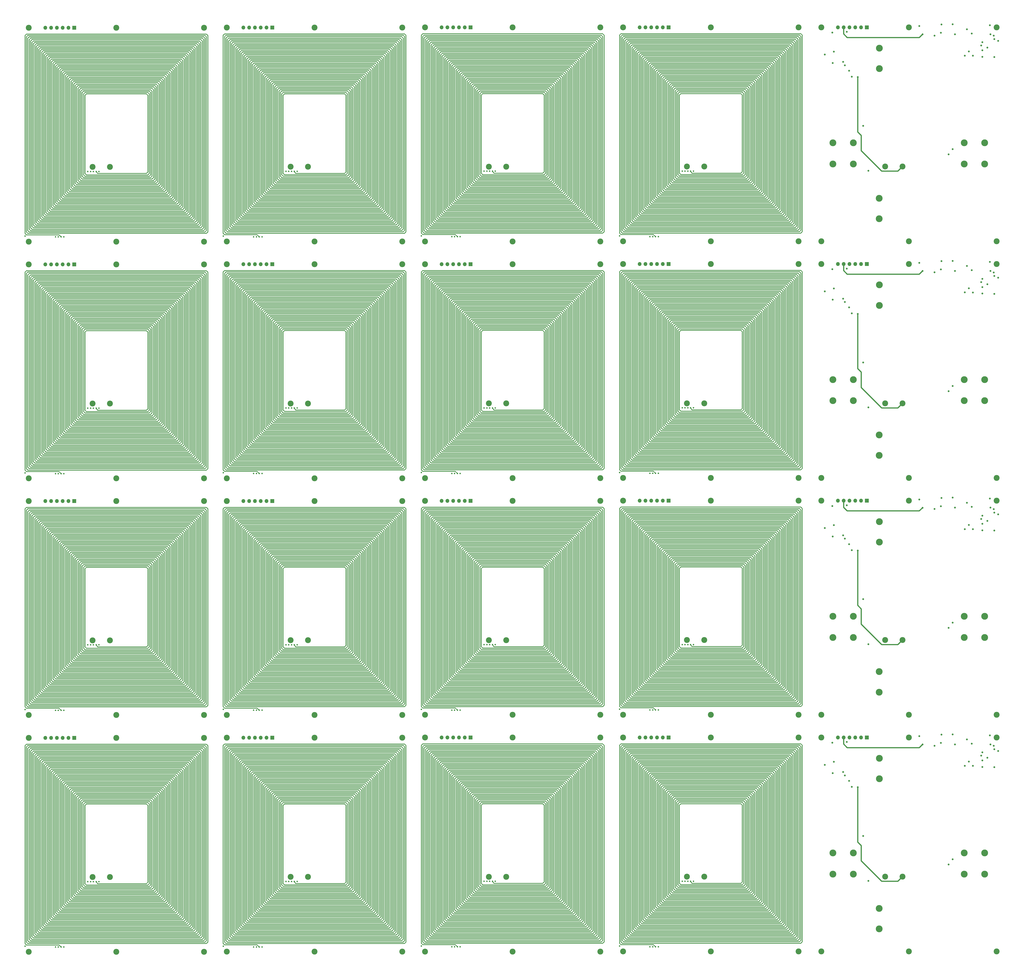
<source format=gbr>
%TF.GenerationSoftware,KiCad,Pcbnew,(6.0.5)*%
%TF.CreationDate,2022-08-17T15:04:12-07:00*%
%TF.ProjectId,X_Y_Panels,585f595f-5061-46e6-956c-732e6b696361,rev?*%
%TF.SameCoordinates,Original*%
%TF.FileFunction,Copper,L4,Inr*%
%TF.FilePolarity,Positive*%
%FSLAX46Y46*%
G04 Gerber Fmt 4.6, Leading zero omitted, Abs format (unit mm)*
G04 Created by KiCad (PCBNEW (6.0.5)) date 2022-08-17 15:04:12*
%MOMM*%
%LPD*%
G01*
G04 APERTURE LIST*
%TA.AperFunction,ComponentPad*%
%ADD10C,2.600000*%
%TD*%
%TA.AperFunction,ComponentPad*%
%ADD11R,1.700000X1.700000*%
%TD*%
%TA.AperFunction,ComponentPad*%
%ADD12O,1.700000X1.700000*%
%TD*%
%TA.AperFunction,ComponentPad*%
%ADD13C,3.000000*%
%TD*%
%TA.AperFunction,ViaPad*%
%ADD14C,0.800000*%
%TD*%
%TA.AperFunction,ViaPad*%
%ADD15C,0.650000*%
%TD*%
%TA.AperFunction,Conductor*%
%ADD16C,0.500000*%
%TD*%
%TA.AperFunction,Conductor*%
%ADD17C,0.306000*%
%TD*%
G04 APERTURE END LIST*
D10*
%TO.N,GND*%
%TO.C,H29*%
X399036000Y-314259997D03*
%TD*%
%TO.N,Coil_IN*%
%TO.C,TP5*%
X388582000Y-177429998D03*
%TO.N,Coil_OUT*%
X396202000Y-177429998D03*
%TD*%
D11*
%TO.N,unconnected-(J3-Pad1)*%
%TO.C,J3*%
X119546000Y-324359999D03*
D12*
%TO.N,unconnected-(J3-Pad2)*%
X117006000Y-324359999D03*
%TO.N,unconnected-(J3-Pad3)*%
X114466000Y-324359999D03*
%TO.N,unconnected-(J3-Pad4)*%
X111926000Y-324359999D03*
%TO.N,unconnected-(J3-Pad5)*%
X109386000Y-324359999D03*
%TO.N,unconnected-(J3-Pad6)*%
X106846000Y-324359999D03*
%TD*%
D10*
%TO.N,unconnected-(H10-Pad1)*%
%TO.C,H10*%
X99546000Y-314359999D03*
%TD*%
D11*
%TO.N,unconnected-(J3-Pad1)*%
%TO.C,J3*%
X119546000Y-220359999D03*
D12*
%TO.N,unconnected-(J3-Pad2)*%
X117006000Y-220359999D03*
%TO.N,unconnected-(J3-Pad3)*%
X114466000Y-220359999D03*
%TO.N,unconnected-(J3-Pad4)*%
X111926000Y-220359999D03*
%TO.N,unconnected-(J3-Pad5)*%
X109386000Y-220359999D03*
%TO.N,unconnected-(J3-Pad6)*%
X106846000Y-220359999D03*
%TD*%
D10*
%TO.N,GND*%
%TO.C,H26*%
X399036000Y-324259997D03*
%TD*%
%TO.N,Net-(TP3-Pad1)*%
%TO.C,TP3*%
X214586000Y-281479999D03*
X222206000Y-281479999D03*
%TD*%
D13*
%TO.N,Net-(D1-Pad2)*%
%TO.C,SC1*%
X374662000Y-271014000D03*
%TO.N,Net-(D2-Pad2)*%
X365662000Y-271014000D03*
%TD*%
D11*
%TO.N,unconnected-(J3-Pad1)*%
%TO.C,J3*%
X119546000Y-12359999D03*
D12*
%TO.N,unconnected-(J3-Pad2)*%
X117006000Y-12359999D03*
%TO.N,unconnected-(J3-Pad3)*%
X114466000Y-12359999D03*
%TO.N,unconnected-(J3-Pad4)*%
X111926000Y-12359999D03*
%TO.N,unconnected-(J3-Pad5)*%
X109386000Y-12359999D03*
%TO.N,unconnected-(J3-Pad6)*%
X106846000Y-12359999D03*
%TD*%
D11*
%TO.N,VBATT*%
%TO.C,J6*%
X380536000Y-324259997D03*
D12*
%TO.N,+3V3*%
X377996000Y-324259997D03*
%TO.N,GND*%
X375456000Y-324259997D03*
%TO.N,SDA*%
X372916000Y-324259997D03*
%TO.N,SCL*%
X370376000Y-324259997D03*
%TO.N,VSOLAR*%
X367836000Y-324259997D03*
%TD*%
D10*
%TO.N,unconnected-(H10-Pad1)*%
%TO.C,H10*%
X99546000Y-210359999D03*
%TD*%
%TO.N,GND*%
%TO.C,H30*%
X437536000Y-418259997D03*
%TD*%
%TO.N,GND*%
%TO.C,H25*%
X360536000Y-324259997D03*
%TD*%
D13*
%TO.N,Net-(D3-Pad2)*%
%TO.C,SC3*%
X385970000Y-96340000D03*
%TO.N,Net-(D4-Pad2)*%
X385970000Y-87340000D03*
%TD*%
D10*
%TO.N,GND*%
%TO.C,H28*%
X360536000Y-314259997D03*
%TD*%
%TO.N,unconnected-(H5-Pad1)*%
%TO.C,H5*%
X51050000Y-314410000D03*
%TD*%
%TO.N,unconnected-(H13-Pad1)*%
%TO.C,H13*%
X186542000Y-220309998D03*
%TD*%
%TO.N,unconnected-(H14-Pad1)*%
%TO.C,H14*%
X225042000Y-12309998D03*
%TD*%
%TO.N,unconnected-(H23-Pad1)*%
%TO.C,H23*%
X312038000Y-314259997D03*
%TD*%
%TO.N,Net-(TP4-Pad1)*%
%TO.C,TP4*%
X301582000Y-281429998D03*
X309202000Y-281429998D03*
%TD*%
%TO.N,unconnected-(H7-Pad1)*%
%TO.C,H7*%
X99546000Y-220359999D03*
%TD*%
%TO.N,unconnected-(H18-Pad1)*%
%TO.C,H18*%
X263542000Y-210309998D03*
%TD*%
%TO.N,unconnected-(H16-Pad1)*%
%TO.C,H16*%
X186542000Y-210309998D03*
%TD*%
%TO.N,unconnected-(H24-Pad1)*%
%TO.C,H24*%
X350538000Y-210259997D03*
%TD*%
%TO.N,GND*%
%TO.C,H26*%
X399036000Y-116259997D03*
%TD*%
%TO.N,unconnected-(H9-Pad1)*%
%TO.C,H9*%
X176546000Y-12359999D03*
%TD*%
D13*
%TO.N,Net-(D3-Pad2)*%
%TO.C,SC3*%
X385970000Y-408340000D03*
%TO.N,Net-(D4-Pad2)*%
X385970000Y-399340000D03*
%TD*%
D10*
%TO.N,unconnected-(H24-Pad1)*%
%TO.C,H24*%
X350538000Y-106259997D03*
%TD*%
%TO.N,unconnected-(H4-Pad1)*%
%TO.C,H4*%
X12550000Y-106410000D03*
%TD*%
%TO.N,GND*%
%TO.C,H30*%
X437536000Y-106259997D03*
%TD*%
%TO.N,unconnected-(H11-Pad1)*%
%TO.C,H11*%
X138046000Y-210359999D03*
%TD*%
%TO.N,unconnected-(H16-Pad1)*%
%TO.C,H16*%
X186542000Y-106309998D03*
%TD*%
D13*
%TO.N,Net-(D6-Pad2)*%
%TO.C,SC6*%
X432320000Y-167014000D03*
%TO.N,GND*%
X423320000Y-167014000D03*
%TD*%
D10*
%TO.N,unconnected-(H6-Pad1)*%
%TO.C,H6*%
X89550000Y-106410000D03*
%TD*%
%TO.N,Coil_IN*%
%TO.C,TP5*%
X388582000Y-385429998D03*
%TO.N,Coil_OUT*%
X396202000Y-385429998D03*
%TD*%
%TO.N,GND*%
%TO.C,H27*%
X437536000Y-324259997D03*
%TD*%
%TO.N,Net-(TP2-Pad1)*%
%TO.C,TP2*%
X127590000Y-281530000D03*
X135210000Y-281530000D03*
%TD*%
D13*
%TO.N,Net-(D2-Pad2)*%
%TO.C,SC2*%
X365662000Y-72320000D03*
%TO.N,Net-(D3-Pad2)*%
X374662000Y-72320000D03*
%TD*%
D10*
%TO.N,unconnected-(H17-Pad1)*%
%TO.C,H17*%
X225042000Y-106309998D03*
%TD*%
%TO.N,unconnected-(H3-Pad1)*%
%TO.C,H3*%
X89550000Y-220410000D03*
%TD*%
%TO.N,unconnected-(H4-Pad1)*%
%TO.C,H4*%
X12550000Y-418410000D03*
%TD*%
%TO.N,unconnected-(H18-Pad1)*%
%TO.C,H18*%
X263542000Y-106309998D03*
%TD*%
%TO.N,unconnected-(H22-Pad1)*%
%TO.C,H22*%
X273538000Y-210259997D03*
%TD*%
%TO.N,unconnected-(H20-Pad1)*%
%TO.C,H20*%
X312038000Y-12259997D03*
%TD*%
D11*
%TO.N,unconnected-(J4-Pad1)*%
%TO.C,J4*%
X206542000Y-12309998D03*
D12*
%TO.N,unconnected-(J4-Pad2)*%
X204002000Y-12309998D03*
%TO.N,unconnected-(J4-Pad3)*%
X201462000Y-12309998D03*
%TO.N,unconnected-(J4-Pad4)*%
X198922000Y-12309998D03*
%TO.N,unconnected-(J4-Pad5)*%
X196382000Y-12309998D03*
%TO.N,unconnected-(J4-Pad6)*%
X193842000Y-12309998D03*
%TD*%
D13*
%TO.N,Net-(D1-Pad2)*%
%TO.C,SC1*%
X374662000Y-167014000D03*
%TO.N,Net-(D2-Pad2)*%
X365662000Y-167014000D03*
%TD*%
D10*
%TO.N,Net-(TP4-Pad1)*%
%TO.C,TP4*%
X301582000Y-385429998D03*
X309202000Y-385429998D03*
%TD*%
%TO.N,unconnected-(H3-Pad1)*%
%TO.C,H3*%
X89550000Y-12410000D03*
%TD*%
D13*
%TO.N,Net-(D5-Pad2)*%
%TO.C,SC5*%
X423320000Y-280320000D03*
%TO.N,Net-(D6-Pad2)*%
X432320000Y-280320000D03*
%TD*%
D10*
%TO.N,Net-(TP1-Pad1)*%
%TO.C,TP1*%
X40594000Y-385580001D03*
X48214000Y-385580001D03*
%TD*%
%TO.N,unconnected-(H22-Pad1)*%
%TO.C,H22*%
X273538000Y-314259997D03*
%TD*%
D13*
%TO.N,Net-(D6-Pad2)*%
%TO.C,SC6*%
X432320000Y-375014000D03*
%TO.N,GND*%
X423320000Y-375014000D03*
%TD*%
D10*
%TO.N,unconnected-(H12-Pad1)*%
%TO.C,H12*%
X176546000Y-314359999D03*
%TD*%
D11*
%TO.N,Net-(J1-Pad1)*%
%TO.C,J1*%
X32550000Y-324410000D03*
D12*
%TO.N,Net-(J1-Pad2)*%
X30010000Y-324410000D03*
%TO.N,Net-(J1-Pad3)*%
X27470000Y-324410000D03*
%TO.N,Net-(J1-Pad4)*%
X24930000Y-324410000D03*
%TO.N,Net-(J1-Pad5)*%
X22390000Y-324410000D03*
%TO.N,Net-(J1-Pad6)*%
X19850000Y-324410000D03*
%TD*%
D10*
%TO.N,unconnected-(H2-Pad1)*%
%TO.C,H2*%
X51050000Y-12410000D03*
%TD*%
%TO.N,unconnected-(H6-Pad1)*%
%TO.C,H6*%
X89550000Y-210410000D03*
%TD*%
%TO.N,GND*%
%TO.C,H30*%
X437536000Y-314259997D03*
%TD*%
%TO.N,unconnected-(H15-Pad1)*%
%TO.C,H15*%
X263542000Y-12309998D03*
%TD*%
%TO.N,unconnected-(H10-Pad1)*%
%TO.C,H10*%
X99546000Y-106359999D03*
%TD*%
%TO.N,unconnected-(H1-Pad1)*%
%TO.C,H1*%
X12550000Y-12410000D03*
%TD*%
%TO.N,GND*%
%TO.C,H29*%
X399036000Y-418259997D03*
%TD*%
%TO.N,unconnected-(H11-Pad1)*%
%TO.C,H11*%
X138046000Y-314359999D03*
%TD*%
%TO.N,Net-(TP3-Pad1)*%
%TO.C,TP3*%
X214586000Y-385479999D03*
X222206000Y-385479999D03*
%TD*%
%TO.N,unconnected-(H13-Pad1)*%
%TO.C,H13*%
X186542000Y-324309998D03*
%TD*%
%TO.N,unconnected-(H16-Pad1)*%
%TO.C,H16*%
X186542000Y-418309998D03*
%TD*%
%TO.N,unconnected-(H9-Pad1)*%
%TO.C,H9*%
X176546000Y-116359999D03*
%TD*%
%TO.N,Net-(TP2-Pad1)*%
%TO.C,TP2*%
X127590000Y-177530000D03*
X135210000Y-177530000D03*
%TD*%
%TO.N,unconnected-(H2-Pad1)*%
%TO.C,H2*%
X51050000Y-116410000D03*
%TD*%
%TO.N,unconnected-(H12-Pad1)*%
%TO.C,H12*%
X176546000Y-418359999D03*
%TD*%
D13*
%TO.N,Net-(D4-Pad2)*%
%TO.C,SC4*%
X386020000Y-238420000D03*
%TO.N,Net-(D5-Pad2)*%
X386020000Y-229420000D03*
%TD*%
D10*
%TO.N,unconnected-(H19-Pad1)*%
%TO.C,H19*%
X273538000Y-220259997D03*
%TD*%
%TO.N,GND*%
%TO.C,H30*%
X437536000Y-210259997D03*
%TD*%
%TO.N,GND*%
%TO.C,H29*%
X399036000Y-106259997D03*
%TD*%
%TO.N,unconnected-(H13-Pad1)*%
%TO.C,H13*%
X186542000Y-12309998D03*
%TD*%
%TO.N,unconnected-(H8-Pad1)*%
%TO.C,H8*%
X138046000Y-12359999D03*
%TD*%
D11*
%TO.N,VBATT*%
%TO.C,J6*%
X380536000Y-116259997D03*
D12*
%TO.N,+3V3*%
X377996000Y-116259997D03*
%TO.N,GND*%
X375456000Y-116259997D03*
%TO.N,SDA*%
X372916000Y-116259997D03*
%TO.N,SCL*%
X370376000Y-116259997D03*
%TO.N,VSOLAR*%
X367836000Y-116259997D03*
%TD*%
D10*
%TO.N,unconnected-(H19-Pad1)*%
%TO.C,H19*%
X273538000Y-324259997D03*
%TD*%
%TO.N,unconnected-(H20-Pad1)*%
%TO.C,H20*%
X312038000Y-220259997D03*
%TD*%
%TO.N,unconnected-(H20-Pad1)*%
%TO.C,H20*%
X312038000Y-116259997D03*
%TD*%
D11*
%TO.N,VBATT*%
%TO.C,J6*%
X380536000Y-12259997D03*
D12*
%TO.N,+3V3*%
X377996000Y-12259997D03*
%TO.N,GND*%
X375456000Y-12259997D03*
%TO.N,SDA*%
X372916000Y-12259997D03*
%TO.N,SCL*%
X370376000Y-12259997D03*
%TO.N,VSOLAR*%
X367836000Y-12259997D03*
%TD*%
D10*
%TO.N,unconnected-(H24-Pad1)*%
%TO.C,H24*%
X350538000Y-418259997D03*
%TD*%
%TO.N,unconnected-(H4-Pad1)*%
%TO.C,H4*%
X12550000Y-314410000D03*
%TD*%
D13*
%TO.N,Net-(D3-Pad2)*%
%TO.C,SC3*%
X385970000Y-304340000D03*
%TO.N,Net-(D4-Pad2)*%
X385970000Y-295340000D03*
%TD*%
D10*
%TO.N,unconnected-(H21-Pad1)*%
%TO.C,H21*%
X350538000Y-220259997D03*
%TD*%
%TO.N,unconnected-(H17-Pad1)*%
%TO.C,H17*%
X225042000Y-210309998D03*
%TD*%
%TO.N,unconnected-(H19-Pad1)*%
%TO.C,H19*%
X273538000Y-12259997D03*
%TD*%
D11*
%TO.N,unconnected-(J3-Pad1)*%
%TO.C,J3*%
X119546000Y-116359999D03*
D12*
%TO.N,unconnected-(J3-Pad2)*%
X117006000Y-116359999D03*
%TO.N,unconnected-(J3-Pad3)*%
X114466000Y-116359999D03*
%TO.N,unconnected-(J3-Pad4)*%
X111926000Y-116359999D03*
%TO.N,unconnected-(J3-Pad5)*%
X109386000Y-116359999D03*
%TO.N,unconnected-(J3-Pad6)*%
X106846000Y-116359999D03*
%TD*%
D10*
%TO.N,unconnected-(H23-Pad1)*%
%TO.C,H23*%
X312038000Y-106259997D03*
%TD*%
%TO.N,unconnected-(H1-Pad1)*%
%TO.C,H1*%
X12550000Y-324410000D03*
%TD*%
%TO.N,GND*%
%TO.C,H27*%
X437536000Y-220259997D03*
%TD*%
%TO.N,unconnected-(H6-Pad1)*%
%TO.C,H6*%
X89550000Y-314410000D03*
%TD*%
%TO.N,unconnected-(H11-Pad1)*%
%TO.C,H11*%
X138046000Y-418359999D03*
%TD*%
%TO.N,unconnected-(H5-Pad1)*%
%TO.C,H5*%
X51050000Y-106410000D03*
%TD*%
%TO.N,unconnected-(H23-Pad1)*%
%TO.C,H23*%
X312038000Y-210259997D03*
%TD*%
%TO.N,unconnected-(H1-Pad1)*%
%TO.C,H1*%
X12550000Y-220410000D03*
%TD*%
%TO.N,unconnected-(H8-Pad1)*%
%TO.C,H8*%
X138046000Y-324359999D03*
%TD*%
D11*
%TO.N,Net-(J1-Pad1)*%
%TO.C,J1*%
X32550000Y-116410000D03*
D12*
%TO.N,Net-(J1-Pad2)*%
X30010000Y-116410000D03*
%TO.N,Net-(J1-Pad3)*%
X27470000Y-116410000D03*
%TO.N,Net-(J1-Pad4)*%
X24930000Y-116410000D03*
%TO.N,Net-(J1-Pad5)*%
X22390000Y-116410000D03*
%TO.N,Net-(J1-Pad6)*%
X19850000Y-116410000D03*
%TD*%
D10*
%TO.N,unconnected-(H23-Pad1)*%
%TO.C,H23*%
X312038000Y-418259997D03*
%TD*%
%TO.N,GND*%
%TO.C,H28*%
X360536000Y-210259997D03*
%TD*%
%TO.N,unconnected-(H15-Pad1)*%
%TO.C,H15*%
X263542000Y-220309998D03*
%TD*%
D13*
%TO.N,Net-(D5-Pad2)*%
%TO.C,SC5*%
X423320000Y-176320000D03*
%TO.N,Net-(D6-Pad2)*%
X432320000Y-176320000D03*
%TD*%
%TO.N,Net-(D1-Pad2)*%
%TO.C,SC1*%
X374662000Y-63014000D03*
%TO.N,Net-(D2-Pad2)*%
X365662000Y-63014000D03*
%TD*%
D10*
%TO.N,unconnected-(H11-Pad1)*%
%TO.C,H11*%
X138046000Y-106359999D03*
%TD*%
%TO.N,unconnected-(H9-Pad1)*%
%TO.C,H9*%
X176546000Y-220359999D03*
%TD*%
%TO.N,unconnected-(H21-Pad1)*%
%TO.C,H21*%
X350538000Y-12259997D03*
%TD*%
D13*
%TO.N,Net-(D4-Pad2)*%
%TO.C,SC4*%
X386020000Y-134420000D03*
%TO.N,Net-(D5-Pad2)*%
X386020000Y-125420000D03*
%TD*%
D10*
%TO.N,GND*%
%TO.C,H25*%
X360536000Y-116259997D03*
%TD*%
D11*
%TO.N,unconnected-(J5-Pad1)*%
%TO.C,J5*%
X293538000Y-324259997D03*
D12*
%TO.N,unconnected-(J5-Pad2)*%
X290998000Y-324259997D03*
%TO.N,unconnected-(J5-Pad3)*%
X288458000Y-324259997D03*
%TO.N,unconnected-(J5-Pad4)*%
X285918000Y-324259997D03*
%TO.N,unconnected-(J5-Pad5)*%
X283378000Y-324259997D03*
%TO.N,unconnected-(J5-Pad6)*%
X280838000Y-324259997D03*
%TD*%
D10*
%TO.N,unconnected-(H13-Pad1)*%
%TO.C,H13*%
X186542000Y-116309998D03*
%TD*%
D11*
%TO.N,unconnected-(J5-Pad1)*%
%TO.C,J5*%
X293538000Y-116259997D03*
D12*
%TO.N,unconnected-(J5-Pad2)*%
X290998000Y-116259997D03*
%TO.N,unconnected-(J5-Pad3)*%
X288458000Y-116259997D03*
%TO.N,unconnected-(J5-Pad4)*%
X285918000Y-116259997D03*
%TO.N,unconnected-(J5-Pad5)*%
X283378000Y-116259997D03*
%TO.N,unconnected-(J5-Pad6)*%
X280838000Y-116259997D03*
%TD*%
D10*
%TO.N,unconnected-(H16-Pad1)*%
%TO.C,H16*%
X186542000Y-314309998D03*
%TD*%
%TO.N,Net-(TP3-Pad1)*%
%TO.C,TP3*%
X214586000Y-177479999D03*
X222206000Y-177479999D03*
%TD*%
D13*
%TO.N,Net-(D2-Pad2)*%
%TO.C,SC2*%
X365662000Y-384320000D03*
%TO.N,Net-(D3-Pad2)*%
X374662000Y-384320000D03*
%TD*%
%TO.N,Net-(D6-Pad2)*%
%TO.C,SC6*%
X432320000Y-271014000D03*
%TO.N,GND*%
X423320000Y-271014000D03*
%TD*%
%TO.N,Net-(D5-Pad2)*%
%TO.C,SC5*%
X423320000Y-384320000D03*
%TO.N,Net-(D6-Pad2)*%
X432320000Y-384320000D03*
%TD*%
D11*
%TO.N,VBATT*%
%TO.C,J6*%
X380536000Y-220259997D03*
D12*
%TO.N,+3V3*%
X377996000Y-220259997D03*
%TO.N,GND*%
X375456000Y-220259997D03*
%TO.N,SDA*%
X372916000Y-220259997D03*
%TO.N,SCL*%
X370376000Y-220259997D03*
%TO.N,VSOLAR*%
X367836000Y-220259997D03*
%TD*%
D13*
%TO.N,Net-(D5-Pad2)*%
%TO.C,SC5*%
X423320000Y-72320000D03*
%TO.N,Net-(D6-Pad2)*%
X432320000Y-72320000D03*
%TD*%
D10*
%TO.N,unconnected-(H3-Pad1)*%
%TO.C,H3*%
X89550000Y-116410000D03*
%TD*%
%TO.N,Coil_IN*%
%TO.C,TP5*%
X388582000Y-281429998D03*
%TO.N,Coil_OUT*%
X396202000Y-281429998D03*
%TD*%
%TO.N,unconnected-(H17-Pad1)*%
%TO.C,H17*%
X225042000Y-314309998D03*
%TD*%
D13*
%TO.N,Net-(D3-Pad2)*%
%TO.C,SC3*%
X385970000Y-200340000D03*
%TO.N,Net-(D4-Pad2)*%
X385970000Y-191340000D03*
%TD*%
D10*
%TO.N,GND*%
%TO.C,H28*%
X360536000Y-418259997D03*
%TD*%
D11*
%TO.N,Net-(J1-Pad1)*%
%TO.C,J1*%
X32550000Y-220410000D03*
D12*
%TO.N,Net-(J1-Pad2)*%
X30010000Y-220410000D03*
%TO.N,Net-(J1-Pad3)*%
X27470000Y-220410000D03*
%TO.N,Net-(J1-Pad4)*%
X24930000Y-220410000D03*
%TO.N,Net-(J1-Pad5)*%
X22390000Y-220410000D03*
%TO.N,Net-(J1-Pad6)*%
X19850000Y-220410000D03*
%TD*%
D10*
%TO.N,Net-(TP3-Pad1)*%
%TO.C,TP3*%
X214586000Y-73479999D03*
X222206000Y-73479999D03*
%TD*%
D11*
%TO.N,unconnected-(J4-Pad1)*%
%TO.C,J4*%
X206542000Y-220309998D03*
D12*
%TO.N,unconnected-(J4-Pad2)*%
X204002000Y-220309998D03*
%TO.N,unconnected-(J4-Pad3)*%
X201462000Y-220309998D03*
%TO.N,unconnected-(J4-Pad4)*%
X198922000Y-220309998D03*
%TO.N,unconnected-(J4-Pad5)*%
X196382000Y-220309998D03*
%TO.N,unconnected-(J4-Pad6)*%
X193842000Y-220309998D03*
%TD*%
D10*
%TO.N,GND*%
%TO.C,H25*%
X360536000Y-12259997D03*
%TD*%
%TO.N,unconnected-(H12-Pad1)*%
%TO.C,H12*%
X176546000Y-106359999D03*
%TD*%
%TO.N,unconnected-(H18-Pad1)*%
%TO.C,H18*%
X263542000Y-418309998D03*
%TD*%
D13*
%TO.N,Net-(D2-Pad2)*%
%TO.C,SC2*%
X365662000Y-176320000D03*
%TO.N,Net-(D3-Pad2)*%
X374662000Y-176320000D03*
%TD*%
D10*
%TO.N,unconnected-(H4-Pad1)*%
%TO.C,H4*%
X12550000Y-210410000D03*
%TD*%
D13*
%TO.N,Net-(D2-Pad2)*%
%TO.C,SC2*%
X365662000Y-280320000D03*
%TO.N,Net-(D3-Pad2)*%
X374662000Y-280320000D03*
%TD*%
D10*
%TO.N,unconnected-(H21-Pad1)*%
%TO.C,H21*%
X350538000Y-324259997D03*
%TD*%
%TO.N,unconnected-(H20-Pad1)*%
%TO.C,H20*%
X312038000Y-324259997D03*
%TD*%
D11*
%TO.N,unconnected-(J5-Pad1)*%
%TO.C,J5*%
X293538000Y-220259997D03*
D12*
%TO.N,unconnected-(J5-Pad2)*%
X290998000Y-220259997D03*
%TO.N,unconnected-(J5-Pad3)*%
X288458000Y-220259997D03*
%TO.N,unconnected-(J5-Pad4)*%
X285918000Y-220259997D03*
%TO.N,unconnected-(J5-Pad5)*%
X283378000Y-220259997D03*
%TO.N,unconnected-(J5-Pad6)*%
X280838000Y-220259997D03*
%TD*%
D10*
%TO.N,unconnected-(H24-Pad1)*%
%TO.C,H24*%
X350538000Y-314259997D03*
%TD*%
%TO.N,unconnected-(H6-Pad1)*%
%TO.C,H6*%
X89550000Y-418410000D03*
%TD*%
%TO.N,unconnected-(H9-Pad1)*%
%TO.C,H9*%
X176546000Y-324359999D03*
%TD*%
D13*
%TO.N,Net-(D4-Pad2)*%
%TO.C,SC4*%
X386020000Y-342420000D03*
%TO.N,Net-(D5-Pad2)*%
X386020000Y-333420000D03*
%TD*%
D10*
%TO.N,unconnected-(H15-Pad1)*%
%TO.C,H15*%
X263542000Y-116309998D03*
%TD*%
%TO.N,unconnected-(H14-Pad1)*%
%TO.C,H14*%
X225042000Y-220309998D03*
%TD*%
D11*
%TO.N,Net-(J1-Pad1)*%
%TO.C,J1*%
X32550000Y-12410000D03*
D12*
%TO.N,Net-(J1-Pad2)*%
X30010000Y-12410000D03*
%TO.N,Net-(J1-Pad3)*%
X27470000Y-12410000D03*
%TO.N,Net-(J1-Pad4)*%
X24930000Y-12410000D03*
%TO.N,Net-(J1-Pad5)*%
X22390000Y-12410000D03*
%TO.N,Net-(J1-Pad6)*%
X19850000Y-12410000D03*
%TD*%
D10*
%TO.N,unconnected-(H14-Pad1)*%
%TO.C,H14*%
X225042000Y-116309998D03*
%TD*%
%TO.N,unconnected-(H7-Pad1)*%
%TO.C,H7*%
X99546000Y-116359999D03*
%TD*%
%TO.N,unconnected-(H19-Pad1)*%
%TO.C,H19*%
X273538000Y-116259997D03*
%TD*%
%TO.N,unconnected-(H15-Pad1)*%
%TO.C,H15*%
X263542000Y-324309998D03*
%TD*%
%TO.N,unconnected-(H5-Pad1)*%
%TO.C,H5*%
X51050000Y-418410000D03*
%TD*%
%TO.N,unconnected-(H18-Pad1)*%
%TO.C,H18*%
X263542000Y-314309998D03*
%TD*%
%TO.N,GND*%
%TO.C,H29*%
X399036000Y-210259997D03*
%TD*%
%TO.N,unconnected-(H7-Pad1)*%
%TO.C,H7*%
X99546000Y-324359999D03*
%TD*%
%TO.N,Net-(TP4-Pad1)*%
%TO.C,TP4*%
X301582000Y-177429998D03*
X309202000Y-177429998D03*
%TD*%
%TO.N,Net-(TP1-Pad1)*%
%TO.C,TP1*%
X40594000Y-73580001D03*
X48214000Y-73580001D03*
%TD*%
%TO.N,unconnected-(H22-Pad1)*%
%TO.C,H22*%
X273538000Y-106259997D03*
%TD*%
%TO.N,unconnected-(H14-Pad1)*%
%TO.C,H14*%
X225042000Y-324309998D03*
%TD*%
%TO.N,GND*%
%TO.C,H26*%
X399036000Y-12259997D03*
%TD*%
%TO.N,unconnected-(H7-Pad1)*%
%TO.C,H7*%
X99546000Y-12359999D03*
%TD*%
%TO.N,unconnected-(H5-Pad1)*%
%TO.C,H5*%
X51050000Y-210410000D03*
%TD*%
%TO.N,unconnected-(H2-Pad1)*%
%TO.C,H2*%
X51050000Y-324410000D03*
%TD*%
%TO.N,unconnected-(H10-Pad1)*%
%TO.C,H10*%
X99546000Y-418359999D03*
%TD*%
D11*
%TO.N,unconnected-(J5-Pad1)*%
%TO.C,J5*%
X293538000Y-12259997D03*
D12*
%TO.N,unconnected-(J5-Pad2)*%
X290998000Y-12259997D03*
%TO.N,unconnected-(J5-Pad3)*%
X288458000Y-12259997D03*
%TO.N,unconnected-(J5-Pad4)*%
X285918000Y-12259997D03*
%TO.N,unconnected-(J5-Pad5)*%
X283378000Y-12259997D03*
%TO.N,unconnected-(J5-Pad6)*%
X280838000Y-12259997D03*
%TD*%
D10*
%TO.N,GND*%
%TO.C,H28*%
X360536000Y-106259997D03*
%TD*%
%TO.N,unconnected-(H22-Pad1)*%
%TO.C,H22*%
X273538000Y-418259997D03*
%TD*%
D13*
%TO.N,Net-(D4-Pad2)*%
%TO.C,SC4*%
X386020000Y-30420000D03*
%TO.N,Net-(D5-Pad2)*%
X386020000Y-21420000D03*
%TD*%
D10*
%TO.N,unconnected-(H1-Pad1)*%
%TO.C,H1*%
X12550000Y-116410000D03*
%TD*%
D11*
%TO.N,unconnected-(J4-Pad1)*%
%TO.C,J4*%
X206542000Y-116309998D03*
D12*
%TO.N,unconnected-(J4-Pad2)*%
X204002000Y-116309998D03*
%TO.N,unconnected-(J4-Pad3)*%
X201462000Y-116309998D03*
%TO.N,unconnected-(J4-Pad4)*%
X198922000Y-116309998D03*
%TO.N,unconnected-(J4-Pad5)*%
X196382000Y-116309998D03*
%TO.N,unconnected-(J4-Pad6)*%
X193842000Y-116309998D03*
%TD*%
D10*
%TO.N,GND*%
%TO.C,H26*%
X399036000Y-220259997D03*
%TD*%
%TO.N,GND*%
%TO.C,H27*%
X437536000Y-116259997D03*
%TD*%
%TO.N,GND*%
%TO.C,H27*%
X437536000Y-12259997D03*
%TD*%
%TO.N,unconnected-(H3-Pad1)*%
%TO.C,H3*%
X89550000Y-324410000D03*
%TD*%
%TO.N,Net-(TP1-Pad1)*%
%TO.C,TP1*%
X40594000Y-281580001D03*
X48214000Y-281580001D03*
%TD*%
%TO.N,unconnected-(H8-Pad1)*%
%TO.C,H8*%
X138046000Y-220359999D03*
%TD*%
%TO.N,Net-(TP2-Pad1)*%
%TO.C,TP2*%
X127590000Y-73530000D03*
X135210000Y-73530000D03*
%TD*%
%TO.N,unconnected-(H12-Pad1)*%
%TO.C,H12*%
X176546000Y-210359999D03*
%TD*%
%TO.N,Coil_IN*%
%TO.C,TP5*%
X388582000Y-73429998D03*
%TO.N,Coil_OUT*%
X396202000Y-73429998D03*
%TD*%
%TO.N,unconnected-(H8-Pad1)*%
%TO.C,H8*%
X138046000Y-116359999D03*
%TD*%
%TO.N,Net-(TP4-Pad1)*%
%TO.C,TP4*%
X301582000Y-73429998D03*
X309202000Y-73429998D03*
%TD*%
%TO.N,GND*%
%TO.C,H25*%
X360536000Y-220259997D03*
%TD*%
%TO.N,unconnected-(H21-Pad1)*%
%TO.C,H21*%
X350538000Y-116259997D03*
%TD*%
%TO.N,unconnected-(H2-Pad1)*%
%TO.C,H2*%
X51050000Y-220410000D03*
%TD*%
D11*
%TO.N,unconnected-(J4-Pad1)*%
%TO.C,J4*%
X206542000Y-324309998D03*
D12*
%TO.N,unconnected-(J4-Pad2)*%
X204002000Y-324309998D03*
%TO.N,unconnected-(J4-Pad3)*%
X201462000Y-324309998D03*
%TO.N,unconnected-(J4-Pad4)*%
X198922000Y-324309998D03*
%TO.N,unconnected-(J4-Pad5)*%
X196382000Y-324309998D03*
%TO.N,unconnected-(J4-Pad6)*%
X193842000Y-324309998D03*
%TD*%
D13*
%TO.N,Net-(D1-Pad2)*%
%TO.C,SC1*%
X374662000Y-375014000D03*
%TO.N,Net-(D2-Pad2)*%
X365662000Y-375014000D03*
%TD*%
D10*
%TO.N,Net-(TP1-Pad1)*%
%TO.C,TP1*%
X40594000Y-177580001D03*
X48214000Y-177580001D03*
%TD*%
D13*
%TO.N,Net-(D6-Pad2)*%
%TO.C,SC6*%
X432320000Y-63014000D03*
%TO.N,GND*%
X423320000Y-63014000D03*
%TD*%
D10*
%TO.N,unconnected-(H17-Pad1)*%
%TO.C,H17*%
X225042000Y-418309998D03*
%TD*%
%TO.N,Net-(TP2-Pad1)*%
%TO.C,TP2*%
X127590000Y-385530000D03*
X135210000Y-385530000D03*
%TD*%
D14*
%TO.N,GND*%
X426625000Y-326960000D03*
X413075000Y-14635000D03*
X427100000Y-232760000D03*
X426625000Y-14960000D03*
X426625000Y-118960000D03*
X425322000Y-230896000D03*
X370175000Y-131460000D03*
X413075000Y-326635000D03*
X366050000Y-126985000D03*
X425322000Y-126896000D03*
X366050000Y-334985000D03*
X362125000Y-232260000D03*
X370175000Y-339460000D03*
X425322000Y-334896000D03*
X370175000Y-27460000D03*
X362125000Y-336260000D03*
X366050000Y-22985000D03*
X362125000Y-24260000D03*
X427100000Y-128760000D03*
X413075000Y-222635000D03*
X425322000Y-22896000D03*
X413075000Y-118635000D03*
X427100000Y-24760000D03*
X366050000Y-230985000D03*
X427100000Y-336760000D03*
X370175000Y-235460000D03*
X426625000Y-222960000D03*
X362125000Y-128260000D03*
%TO.N,VBATT*%
X371750000Y-326260000D03*
X371750000Y-14260000D03*
X365400000Y-222560000D03*
X371750000Y-222260000D03*
X371750000Y-118260000D03*
X365400000Y-326560000D03*
X365400000Y-14560000D03*
X365400000Y-118560000D03*
%TO.N,+3V3*%
X365575000Y-339935000D03*
X365575000Y-235935000D03*
X365575000Y-27935000D03*
X419226000Y-119309000D03*
X419226000Y-15309000D03*
X419226000Y-327309000D03*
X419226000Y-223309000D03*
X365575000Y-131935000D03*
%TO.N,SDA*%
X436525000Y-337335000D03*
X436522000Y-329482000D03*
X436522000Y-225482000D03*
X436525000Y-233335000D03*
X436522000Y-17482000D03*
X436522000Y-121482000D03*
X436525000Y-129335000D03*
X436525000Y-25335000D03*
%TO.N,SCL*%
X413325000Y-323010000D03*
X413325000Y-11010000D03*
X405000000Y-119335000D03*
X413325000Y-115010000D03*
X413325000Y-219010000D03*
X405000000Y-223335000D03*
X405000000Y-327335000D03*
X405000000Y-15335000D03*
%TO.N,Net-(Q1-Pad2)*%
X410250000Y-223885000D03*
X418212500Y-322885000D03*
X410250000Y-119885000D03*
X410250000Y-15885000D03*
X410250000Y-327885000D03*
X418212500Y-218885000D03*
X418212500Y-114885000D03*
X418212500Y-10885000D03*
%TO.N,Net-(Q3-Pad3)*%
X436250000Y-327935000D03*
X434525000Y-323310000D03*
X436250000Y-119935000D03*
X434525000Y-11310000D03*
X436250000Y-223935000D03*
X434525000Y-219310000D03*
X436250000Y-15935000D03*
X434525000Y-115310000D03*
%TO.N,Net-(Q3-Pad6)*%
X431250000Y-122810000D03*
X431225000Y-233235000D03*
X431225000Y-337235000D03*
X434825000Y-327310000D03*
X431250000Y-330810000D03*
X434825000Y-119310000D03*
X434825000Y-223310000D03*
X431225000Y-25235000D03*
X431225000Y-22385000D03*
X431225000Y-334385000D03*
X434825000Y-15310000D03*
X431250000Y-226810000D03*
X431225000Y-129235000D03*
X431225000Y-230385000D03*
X431250000Y-18810000D03*
X431225000Y-126385000D03*
D15*
%TO.N,Net-(TP3-Pad1)*%
X198336000Y-416243999D03*
X200784000Y-104243999D03*
X217406000Y-75479999D03*
X214958000Y-75479999D03*
X198336000Y-312243999D03*
X184994000Y-103901998D03*
X216182000Y-387479999D03*
X202008000Y-208243999D03*
X214958000Y-283479999D03*
X200784000Y-416243999D03*
X200784000Y-208243999D03*
X199560000Y-104243999D03*
X212510000Y-387479999D03*
X184994000Y-207901998D03*
X217406000Y-179479999D03*
X212510000Y-179479999D03*
X212510000Y-283479999D03*
X214958000Y-387479999D03*
X213734000Y-387479999D03*
X216182000Y-179479999D03*
X202008000Y-416243999D03*
X184994000Y-311901998D03*
X213734000Y-75479999D03*
X213734000Y-179479999D03*
X198336000Y-104243999D03*
X199560000Y-312243999D03*
X202008000Y-312243999D03*
X212510000Y-75479999D03*
X217406000Y-387479999D03*
X202008000Y-104243999D03*
X184994000Y-415901998D03*
X214958000Y-179479999D03*
X217406000Y-283479999D03*
X198336000Y-208243999D03*
X216182000Y-75479999D03*
X199560000Y-416243999D03*
X199560000Y-208243999D03*
X216182000Y-283479999D03*
X213734000Y-283479999D03*
X200784000Y-312243999D03*
%TO.N,Net-(TP4-Pad1)*%
X304402000Y-387429998D03*
X303178000Y-283429998D03*
X287780000Y-312193998D03*
X289004000Y-416193998D03*
X286556000Y-208193998D03*
X285332000Y-104193998D03*
X289004000Y-104193998D03*
X301954000Y-387429998D03*
X271990000Y-103851997D03*
X285332000Y-312193998D03*
X303178000Y-387429998D03*
X299506000Y-75429998D03*
X289004000Y-208193998D03*
X299506000Y-179429998D03*
X287780000Y-416193998D03*
X303178000Y-75429998D03*
X300730000Y-283429998D03*
X271990000Y-311851997D03*
X301954000Y-283429998D03*
X271990000Y-415851997D03*
X271990000Y-207851997D03*
X287780000Y-208193998D03*
X301954000Y-179429998D03*
X304402000Y-179429998D03*
X300730000Y-75429998D03*
X304402000Y-283429998D03*
X301954000Y-75429998D03*
X299506000Y-387429998D03*
X286556000Y-104193998D03*
X286556000Y-312193998D03*
X285332000Y-208193998D03*
X286556000Y-416193998D03*
X303178000Y-179429998D03*
X304402000Y-75429998D03*
X299506000Y-283429998D03*
X300730000Y-387429998D03*
X300730000Y-179429998D03*
X287780000Y-104193998D03*
X285332000Y-416193998D03*
X289004000Y-312193998D03*
D14*
%TO.N,Coil_IN*%
X373925000Y-33960000D03*
X373925000Y-345960000D03*
X373925000Y-137960000D03*
X373925000Y-241960000D03*
%TO.N,Coil_OUT*%
X376575000Y-242160000D03*
X376575000Y-34160000D03*
X376575000Y-346160000D03*
X376575000Y-138160000D03*
%TO.N,Net-(D1-Pad2)*%
X418210000Y-273822000D03*
X418210000Y-65822000D03*
X418210000Y-169822000D03*
X418210000Y-377822000D03*
%TO.N,Net-(D4-Pad2)*%
X378960000Y-159528000D03*
X381220000Y-179280000D03*
X381220000Y-387280000D03*
X381220000Y-283280000D03*
X381220000Y-75280000D03*
X378960000Y-55528000D03*
X378960000Y-367528000D03*
X378960000Y-263528000D03*
%TO.N,VSOLAR*%
X416430000Y-276110000D03*
X416430000Y-68110000D03*
X416430000Y-380110000D03*
X416430000Y-172110000D03*
%TO.N,SCL_ISO*%
X403575000Y-115710000D03*
X424525000Y-221135000D03*
X370900000Y-340935000D03*
X424525000Y-117135000D03*
X403575000Y-11710000D03*
X370900000Y-132935000D03*
X423600000Y-336735000D03*
X370900000Y-236935000D03*
X423600000Y-232735000D03*
X403575000Y-219710000D03*
X424525000Y-325135000D03*
X424525000Y-13135000D03*
X403575000Y-323710000D03*
X423600000Y-24735000D03*
X423600000Y-128735000D03*
X370900000Y-28935000D03*
%TO.N,SDA_ISO*%
X433475000Y-21135000D03*
X372775000Y-343335000D03*
X438175000Y-18235000D03*
X438175000Y-330235000D03*
X372775000Y-135335000D03*
X372775000Y-31335000D03*
X430725000Y-20235000D03*
X430725000Y-332235000D03*
X433475000Y-125135000D03*
X438175000Y-226235000D03*
X438175000Y-122235000D03*
X433475000Y-333135000D03*
X372775000Y-239335000D03*
X430725000Y-124235000D03*
X433475000Y-229135000D03*
X430725000Y-228235000D03*
D15*
%TO.N,Net-(TP1-Pad1)*%
X43414000Y-387580001D03*
X26792000Y-208344001D03*
X42190000Y-387580001D03*
X24344000Y-104344001D03*
X11002000Y-312002000D03*
X25568000Y-104344001D03*
X43414000Y-283580001D03*
X40966000Y-75580001D03*
X42190000Y-179580001D03*
X42190000Y-283580001D03*
X40966000Y-387580001D03*
X28016000Y-208344001D03*
X39742000Y-387580001D03*
X39742000Y-75580001D03*
X28016000Y-104344001D03*
X39742000Y-283580001D03*
X26792000Y-416344001D03*
X24344000Y-416344001D03*
X24344000Y-312344001D03*
X40966000Y-179580001D03*
X25568000Y-208344001D03*
X11002000Y-416002000D03*
X43414000Y-75580001D03*
X28016000Y-416344001D03*
X26792000Y-312344001D03*
X38518000Y-179580001D03*
X40966000Y-283580001D03*
X38518000Y-283580001D03*
X26792000Y-104344001D03*
X25568000Y-312344001D03*
X38518000Y-75580001D03*
X43414000Y-179580001D03*
X25568000Y-416344001D03*
X28016000Y-312344001D03*
X11002000Y-208002000D03*
X24344000Y-208344001D03*
X11002000Y-104002000D03*
X38518000Y-387580001D03*
X39742000Y-179580001D03*
X42190000Y-75580001D03*
%TO.N,Net-(TP2-Pad1)*%
X130410000Y-179530000D03*
X130410000Y-75530000D03*
X125514000Y-75530000D03*
X129186000Y-179530000D03*
X115012000Y-208294000D03*
X115012000Y-416294000D03*
X112564000Y-208294000D03*
X125514000Y-179530000D03*
X97998000Y-311951999D03*
X125514000Y-283530000D03*
X97998000Y-415951999D03*
X126738000Y-75530000D03*
X113788000Y-208294000D03*
X130410000Y-387530000D03*
X127962000Y-387530000D03*
X111340000Y-104294000D03*
X113788000Y-104294000D03*
X97998000Y-103951999D03*
X113788000Y-416294000D03*
X111340000Y-416294000D03*
X126738000Y-387530000D03*
X125514000Y-387530000D03*
X112564000Y-104294000D03*
X129186000Y-283530000D03*
X127962000Y-75530000D03*
X111340000Y-312294000D03*
X111340000Y-208294000D03*
X113788000Y-312294000D03*
X115012000Y-312294000D03*
X127962000Y-179530000D03*
X126738000Y-283530000D03*
X112564000Y-416294000D03*
X126738000Y-179530000D03*
X112564000Y-312294000D03*
X115012000Y-104294000D03*
X97998000Y-207951999D03*
X130410000Y-283530000D03*
X129186000Y-387530000D03*
X129186000Y-75530000D03*
X127962000Y-283530000D03*
%TD*%
D16*
%TO.N,SCL*%
X371949511Y-16734511D02*
X403600489Y-16734511D01*
X370376000Y-327161000D02*
X371949511Y-328734511D01*
X370376000Y-15161000D02*
X371949511Y-16734511D01*
X370376000Y-12259997D02*
X370376000Y-15161000D01*
X403600489Y-224734511D02*
X405000000Y-223335000D01*
X370376000Y-119161000D02*
X371949511Y-120734511D01*
X370376000Y-324259997D02*
X370376000Y-327161000D01*
X403600489Y-328734511D02*
X405000000Y-327335000D01*
X371949511Y-328734511D02*
X403600489Y-328734511D01*
X370376000Y-116259997D02*
X370376000Y-119161000D01*
X370376000Y-223161000D02*
X371949511Y-224734511D01*
X403600489Y-120734511D02*
X405000000Y-119335000D01*
X403600489Y-16734511D02*
X405000000Y-15335000D01*
X371949511Y-224734511D02*
X403600489Y-224734511D01*
X371949511Y-120734511D02*
X403600489Y-120734511D01*
X370376000Y-220259997D02*
X370376000Y-223161000D01*
D17*
%TO.N,Net-(TP3-Pad1)*%
X264582000Y-413489998D02*
X263970000Y-414101998D01*
X251118000Y-193249999D02*
X199658000Y-193249999D01*
X195986000Y-300921999D02*
X195374000Y-300309999D01*
X189254000Y-123997999D02*
X189866000Y-123385999D01*
X247446000Y-396353999D02*
X246834000Y-396965999D01*
X244386000Y-290517999D02*
X206390000Y-290517999D01*
X193538000Y-127057999D02*
X256626000Y-127057999D01*
X251118000Y-28565999D02*
X251730000Y-29177999D01*
X246222000Y-242685999D02*
X246222000Y-291129999D01*
X194150000Y-198757998D02*
X193538000Y-198145998D01*
X195374000Y-26117999D02*
X195986000Y-25505999D01*
X259686000Y-97817998D02*
X191090000Y-97817998D01*
X190478000Y-202429998D02*
X189866000Y-201817998D01*
X194762000Y-406145998D02*
X194150000Y-405533998D01*
X216794000Y-388397999D02*
X216182000Y-387479999D01*
X184970000Y-102713999D02*
X185582000Y-103325999D01*
X245610000Y-186517999D02*
X244998000Y-187129999D01*
X208838000Y-247581999D02*
X208838000Y-286845999D01*
X194150000Y-24893999D02*
X194150000Y-93533999D01*
X208226000Y-38969999D02*
X208226000Y-79457999D01*
X265194000Y-206101998D02*
X264582000Y-206713998D01*
X249893999Y-239013999D02*
X249893999Y-294801999D01*
X188642000Y-204265998D02*
X188030000Y-203653998D01*
X239490000Y-181621999D02*
X211286000Y-181621999D01*
X258462000Y-21221999D02*
X259074000Y-21833999D01*
X195986000Y-25505999D02*
X254178000Y-25505999D01*
X256625999Y-232281999D02*
X256625999Y-301533998D01*
X260298000Y-227385999D02*
X260910000Y-227997999D01*
X197822000Y-236565999D02*
X197822000Y-297861999D01*
X239490000Y-41417999D02*
X239490000Y-76397999D01*
X245610000Y-291741999D02*
X205166000Y-291741999D01*
X186194000Y-328937999D02*
X186806000Y-328325999D01*
X199658000Y-134401998D02*
X199658000Y-192025999D01*
X241326000Y-142357999D02*
X241938000Y-142969999D01*
X240101999Y-144805999D02*
X240101999Y-181009999D01*
X246833999Y-83741999D02*
X246222000Y-84353999D01*
X246834000Y-344849999D02*
X247446000Y-345461998D01*
X243162000Y-81293999D02*
X207614000Y-81293999D01*
X202718000Y-32237999D02*
X247446000Y-32237999D01*
X246222000Y-292353999D02*
X204554000Y-292353999D01*
X202106000Y-294801999D02*
X201494000Y-294189999D01*
X189866000Y-227385999D02*
X260298000Y-227385999D01*
X186806000Y-225549999D02*
X187417999Y-224937999D01*
X255402000Y-336281999D02*
X256014000Y-336893999D01*
X259074000Y-95981998D02*
X258462000Y-96593998D01*
X186806000Y-206101998D02*
X186194000Y-205489998D01*
X211286000Y-389621999D02*
X210674000Y-389009999D01*
X263357999Y-120325999D02*
X263969999Y-120937999D01*
X260298000Y-332609999D02*
X260298000Y-409205998D01*
X253565999Y-90473999D02*
X252954000Y-91085999D01*
X263970000Y-102101998D02*
X186806000Y-102101998D01*
X202106000Y-398801999D02*
X201494000Y-398189999D01*
X263970000Y-206101998D02*
X186806000Y-206101998D01*
X244998000Y-243909999D02*
X244998000Y-289905999D01*
X265194000Y-310101998D02*
X264582000Y-310713998D01*
X207614000Y-246357998D02*
X207614000Y-288069999D01*
X199046000Y-29789998D02*
X199046000Y-88637999D01*
X256626000Y-335057999D02*
X257238000Y-335669999D01*
X199046000Y-193861999D02*
X198434000Y-193249999D01*
X211898000Y-41417999D02*
X238266000Y-41417999D01*
X195374000Y-301533999D02*
X194762000Y-300921999D01*
X210062000Y-144805999D02*
X210062000Y-181621999D01*
X251730000Y-193861999D02*
X199046000Y-193861999D01*
X210673999Y-248193999D02*
X239490000Y-248193999D01*
X256625999Y-197533998D02*
X256014000Y-198145998D01*
X195374000Y-130117999D02*
X195374000Y-196309999D01*
X210673999Y-249417999D02*
X211285999Y-248805999D01*
X194149999Y-23669999D02*
X256014000Y-23669999D01*
X207002000Y-141745999D02*
X207613999Y-141133999D01*
X261522000Y-227385999D02*
X261522000Y-306429998D01*
X189254000Y-203653998D02*
X188642000Y-203041998D01*
X242550000Y-287457999D02*
X241938000Y-288069999D01*
X249282000Y-343625998D02*
X249282000Y-398189999D01*
X195986000Y-129505999D02*
X254178000Y-129505999D01*
X188642000Y-123385999D02*
X189254000Y-122773999D01*
X265194000Y-327713999D02*
X265194000Y-414101998D01*
X186194000Y-15713999D02*
X263970000Y-15713999D01*
X242550000Y-245133999D02*
X243161999Y-245745999D01*
X248058000Y-292965999D02*
X247446000Y-293577999D01*
X260910000Y-99041998D02*
X189866000Y-99041998D01*
X209450000Y-40193998D02*
X209450000Y-78233999D01*
X205778000Y-348521999D02*
X206390000Y-347909999D01*
X201494000Y-191413999D02*
X200882000Y-190801999D01*
X240714000Y-181621999D02*
X240102000Y-182233999D01*
X263970000Y-327713999D02*
X264582000Y-328325999D01*
X194762000Y-128281999D02*
X255402000Y-128281999D01*
X188642000Y-308265998D02*
X188030000Y-307653998D01*
X246834000Y-84965999D02*
X203942000Y-84965999D01*
X186194000Y-120937999D02*
X186194000Y-205489999D01*
X192314000Y-335057999D02*
X192314000Y-407369999D01*
X210673999Y-353417999D02*
X210673999Y-389009999D01*
X200882000Y-135625998D02*
X201494000Y-135013999D01*
X258462000Y-407369998D02*
X257850000Y-407981998D01*
X248058000Y-31625999D02*
X248670000Y-32237999D01*
X209450000Y-352193998D02*
X209450000Y-390233999D01*
X259685999Y-21221999D02*
X259685999Y-96593998D01*
X200882000Y-88025999D02*
X200270000Y-87413999D01*
X196598000Y-404309999D02*
X195986000Y-403697999D01*
X194150000Y-336893999D02*
X194150000Y-405533999D01*
X244386000Y-36521999D02*
X244386000Y-81293999D01*
X262746000Y-308877999D02*
X188030000Y-308877999D01*
X208226000Y-350969999D02*
X208838000Y-350357999D01*
X244386000Y-35297999D02*
X244998000Y-35909999D01*
X186194000Y-224937999D02*
X186806000Y-224325999D01*
X239490000Y-389621999D02*
X211286000Y-389621999D01*
X259074000Y-407981998D02*
X258462000Y-408593998D01*
X265194000Y-102101998D02*
X264582000Y-102713998D01*
X207002000Y-289905999D02*
X206390000Y-289293999D01*
X244998000Y-139909999D02*
X244998000Y-185905999D01*
X241938000Y-184069999D02*
X208838000Y-184069999D01*
X200882000Y-239625998D02*
X201494000Y-239013999D01*
X245610000Y-290517999D02*
X244998000Y-291129999D01*
X207002000Y-141745999D02*
X207002000Y-184681999D01*
X240102000Y-286233999D02*
X210674000Y-286233999D01*
X198434000Y-131953999D02*
X251730000Y-131953999D01*
X205778000Y-348521999D02*
X205778000Y-393905999D01*
X256625999Y-405533998D02*
X256014000Y-406145998D01*
X184970000Y-327713999D02*
X184970000Y-414713999D01*
X251730000Y-131953999D02*
X252342000Y-132565999D01*
X252954000Y-130729999D02*
X253565999Y-131341999D01*
X200270000Y-135013999D02*
X200881999Y-134401999D01*
X263357999Y-16325999D02*
X263969999Y-16937999D01*
X259685999Y-229221999D02*
X259685999Y-304593998D01*
X203330000Y-344849999D02*
X246834000Y-344849999D01*
X203330000Y-34073999D02*
X203942000Y-33461999D01*
X205166000Y-83741999D02*
X204554000Y-83129999D01*
X243774000Y-81905999D02*
X207002000Y-81905999D01*
X264582000Y-15101999D02*
X265194000Y-15713999D01*
X210062000Y-352805999D02*
X210673999Y-352193999D01*
X208226000Y-246969999D02*
X208226000Y-287457999D01*
X263970000Y-119713999D02*
X264582000Y-120325999D01*
X192314000Y-408593998D02*
X191702000Y-407981998D01*
X265194000Y-414101998D02*
X264582000Y-414713998D01*
X203330000Y-138073999D02*
X203330000Y-188353999D01*
X208226000Y-37745999D02*
X241938000Y-37745999D01*
X247446000Y-241461998D02*
X247446000Y-292353999D01*
X210674000Y-78233999D02*
X210062000Y-77621999D01*
X240714000Y-38969999D02*
X241326000Y-39581999D01*
X251730000Y-297861999D02*
X199046000Y-297861999D01*
X264582000Y-102713998D02*
X186194000Y-102713998D01*
X208838000Y-39581999D02*
X208838000Y-78845999D01*
X254790000Y-26117999D02*
X254790000Y-91697999D01*
X249893999Y-341789998D02*
X250505999Y-342401998D01*
X188642000Y-18161999D02*
X261522000Y-18161999D01*
X246222000Y-188353999D02*
X204554000Y-188353999D01*
X202718000Y-136237999D02*
X247446000Y-136237999D01*
X244386000Y-244521999D02*
X244386000Y-289293999D01*
X243161999Y-37745999D02*
X243161999Y-80069999D01*
X261522000Y-99653998D02*
X189254000Y-99653998D01*
X260298000Y-306429998D02*
X190478000Y-306429998D01*
X256625999Y-93533998D02*
X256014000Y-94145998D01*
X245610000Y-139297999D02*
X245610000Y-186517999D01*
X200882000Y-135625998D02*
X200882000Y-190801999D01*
X191089999Y-228609999D02*
X259074000Y-228609999D01*
X251118000Y-296025999D02*
X250506000Y-296637999D01*
X259074000Y-20609999D02*
X259685999Y-21221999D01*
X246222000Y-345461999D02*
X246833999Y-346073999D01*
X249282000Y-294189999D02*
X248670000Y-294801999D01*
X239490000Y-40193999D02*
X240101999Y-40805999D01*
X263358000Y-329549999D02*
X263358000Y-412265999D01*
X249893999Y-133789998D02*
X250505999Y-134401998D01*
X252342000Y-235341999D02*
X252954000Y-235953999D01*
X195986000Y-404921999D02*
X195374000Y-404309999D01*
X241326000Y-391457999D02*
X209450000Y-391457999D01*
X208838000Y-80069999D02*
X208226000Y-79457999D01*
X191090000Y-125833999D02*
X191702000Y-125221999D01*
X190478000Y-21221999D02*
X190478000Y-97205998D01*
X257850000Y-23057999D02*
X257850000Y-94757998D01*
X193538000Y-232281999D02*
X194149999Y-231669999D01*
X243162000Y-289293999D02*
X207614000Y-289293999D01*
X190478000Y-125221999D02*
X190478000Y-201205998D01*
X259686000Y-123997999D02*
X260298000Y-124609999D01*
X186194000Y-206713998D02*
X185582000Y-206101998D01*
X209450000Y-350969999D02*
X240714000Y-350969999D01*
X196598000Y-196309999D02*
X195986000Y-195697999D01*
X206390000Y-139909999D02*
X243774000Y-139909999D01*
X187417999Y-120937999D02*
X262746000Y-120937999D01*
X203330000Y-32849999D02*
X246834000Y-32849999D01*
X195374000Y-26117999D02*
X195374000Y-92309999D01*
X241938000Y-182845999D02*
X241326000Y-183457999D01*
X261522000Y-19385999D02*
X261522000Y-98429998D01*
X198434000Y-341177999D02*
X198434000Y-401249999D01*
X263358000Y-308265999D02*
X262746000Y-308877999D01*
X205778000Y-139297999D02*
X244386000Y-139297999D01*
X207002000Y-185905999D02*
X206390000Y-185293999D01*
X191702000Y-230445999D02*
X192314000Y-229833999D01*
X204554000Y-84353999D02*
X203942000Y-83741999D01*
X255402000Y-129505999D02*
X255402000Y-196309999D01*
X192314000Y-231057999D02*
X192314000Y-303369999D01*
X188030000Y-330773999D02*
X188030000Y-411653999D01*
X202106000Y-344849999D02*
X202106000Y-397577999D01*
X193538000Y-407369998D02*
X192926000Y-406757998D01*
X205166000Y-242685999D02*
X244998000Y-242685999D01*
X192926000Y-230445999D02*
X257238000Y-230445999D01*
X241326000Y-286233999D02*
X240714000Y-286845999D01*
X250506000Y-296637999D02*
X200270000Y-296637999D01*
X187417999Y-16937999D02*
X262746000Y-16937999D01*
X238878000Y-354029999D02*
X238878000Y-387785999D01*
X204554000Y-188353999D02*
X203942000Y-187741999D01*
X259074000Y-21833999D02*
X259074000Y-95981998D01*
X243774000Y-245133998D02*
X243774000Y-288681999D01*
X204554000Y-35297999D02*
X204554000Y-83129999D01*
X263357999Y-101489998D02*
X187418000Y-101489998D01*
X243774000Y-141133998D02*
X243774000Y-184681999D01*
X247446000Y-397577999D02*
X203330000Y-397577999D01*
X257238000Y-407369998D02*
X193538000Y-407369998D01*
X262746000Y-120937999D02*
X263358000Y-121549999D01*
X257850000Y-198757998D02*
X257238000Y-199369998D01*
X191089999Y-124609999D02*
X259074000Y-124609999D01*
X241326000Y-351581999D02*
X241326000Y-390233999D01*
X208838000Y-38357999D02*
X241326000Y-38357999D01*
X203330000Y-240849999D02*
X246834000Y-240849999D01*
X194762000Y-94145998D02*
X194150000Y-93533998D01*
X248670000Y-398801999D02*
X202106000Y-398801999D01*
X200882000Y-31625998D02*
X201494000Y-31013999D01*
X193538000Y-23057999D02*
X256626000Y-23057999D01*
X252954000Y-26729999D02*
X253565999Y-27341999D01*
X241326000Y-38357999D02*
X241938000Y-38969999D01*
X255402000Y-337505999D02*
X255402000Y-404309999D01*
X190478000Y-21221999D02*
X191089999Y-20609999D01*
X186194000Y-224937999D02*
X186194000Y-309489999D01*
X249282000Y-135625998D02*
X249282000Y-190189999D01*
X252342000Y-298473999D02*
X198434000Y-298473999D01*
X254178000Y-337505999D02*
X254790000Y-338117999D01*
X248058000Y-32849999D02*
X248058000Y-84965999D01*
X262134000Y-411041998D02*
X261522000Y-411653998D01*
X254178000Y-129505999D02*
X254790000Y-130117999D01*
X203330000Y-34073999D02*
X203330000Y-84353999D01*
X206390000Y-243909999D02*
X243774000Y-243909999D01*
X256014000Y-336893999D02*
X256014000Y-404921999D01*
X189866000Y-203041998D02*
X189254000Y-202429998D01*
X256626000Y-302757998D02*
X194150000Y-302757998D01*
X264582000Y-224325999D02*
X264582000Y-309489998D01*
X184970000Y-327713999D02*
X185582000Y-327101999D01*
X261522000Y-410429998D02*
X260910000Y-411041998D01*
X210673999Y-353417999D02*
X211285999Y-352805999D01*
X209450000Y-248193998D02*
X209450000Y-286233999D01*
X192926000Y-199981998D02*
X192314000Y-199369998D01*
X253566000Y-195697999D02*
X197210000Y-195697999D01*
X192926000Y-335669999D02*
X192926000Y-406757999D01*
X251118000Y-132565999D02*
X251730000Y-133177999D01*
X249893999Y-237789998D02*
X250505999Y-238401998D01*
X264582000Y-16325999D02*
X264582000Y-101489998D01*
X243774000Y-184681999D02*
X243162000Y-185293999D01*
X202106000Y-240849999D02*
X202106000Y-293577999D01*
X260910000Y-226773999D02*
X261522000Y-227385999D01*
X263357999Y-205489998D02*
X187418000Y-205489998D01*
X207614000Y-350357998D02*
X208226000Y-349745999D01*
X256626000Y-23057999D02*
X257238000Y-23669999D01*
X238878000Y-42029999D02*
X238878000Y-75785999D01*
X202106000Y-240849999D02*
X202718000Y-240237999D01*
X188030000Y-18773999D02*
X188030000Y-99653999D01*
X196598000Y-131341999D02*
X197210000Y-130729999D01*
X243161999Y-288069999D02*
X242550000Y-288681999D01*
X200270000Y-133789998D02*
X249893999Y-133789998D01*
X208226000Y-392681999D02*
X207614000Y-392069999D01*
X264582000Y-414713998D02*
X186194000Y-414713998D01*
X240101999Y-248805999D02*
X240101999Y-285009999D01*
X250506000Y-192637999D02*
X200270000Y-192637999D01*
X262134000Y-122773999D02*
X262134000Y-203041998D01*
X249282000Y-134401999D02*
X249893999Y-135013999D01*
X202106000Y-343625999D02*
X248058000Y-343625999D01*
X191090000Y-201817998D02*
X190478000Y-201205998D01*
X256014000Y-302145998D02*
X194762000Y-302145998D01*
X241326000Y-79457999D02*
X209450000Y-79457999D01*
X244998000Y-187129999D02*
X205778000Y-187129999D01*
X262746000Y-307653998D02*
X262134000Y-308265998D01*
X197210000Y-339953999D02*
X197821999Y-339341999D01*
X192926000Y-407981998D02*
X192314000Y-407369998D01*
X264582000Y-206713998D02*
X186194000Y-206713998D01*
X203330000Y-189577999D02*
X202718000Y-188965999D01*
X248058000Y-240849999D02*
X248058000Y-292965999D01*
X240714000Y-286845999D02*
X210062000Y-286845999D01*
X207002000Y-245745999D02*
X207613999Y-245133999D01*
X196598000Y-26117999D02*
X253566000Y-26117999D01*
X206390000Y-245133998D02*
X207002000Y-244521999D01*
X246222000Y-33461999D02*
X246833999Y-34073999D01*
X257850000Y-303981998D02*
X192926000Y-303981998D01*
X200882000Y-296025999D02*
X200270000Y-295413999D01*
X248670000Y-343013999D02*
X249282000Y-343625998D01*
X189254000Y-411653998D02*
X188642000Y-411041998D01*
X205778000Y-244521999D02*
X206390000Y-243909999D01*
X188642000Y-100265998D02*
X188030000Y-99653998D01*
X262134000Y-17549999D02*
X262746000Y-18161999D01*
X202718000Y-33461998D02*
X203330000Y-32849999D01*
X194150000Y-232893999D02*
X194762000Y-232281999D01*
X204554000Y-139297999D02*
X205166000Y-138685999D01*
X202718000Y-241461998D02*
X202718000Y-292965999D01*
X240714000Y-246969999D02*
X241326000Y-247581999D01*
X252954000Y-195085999D02*
X197822000Y-195085999D01*
X198434000Y-235953999D02*
X251730000Y-235953999D01*
X260298000Y-202429998D02*
X190478000Y-202429998D01*
X246222000Y-138685999D02*
X246222000Y-187129999D01*
X186194000Y-16937999D02*
X186806000Y-16325999D01*
X204554000Y-243297999D02*
X205166000Y-242685999D01*
X186806000Y-121549999D02*
X187417999Y-120937999D01*
X254178000Y-92309999D02*
X196598000Y-92309999D01*
X259685999Y-200593998D02*
X259074000Y-201205998D01*
X248670000Y-240237999D02*
X248670000Y-293577999D01*
X207002000Y-393905999D02*
X206390000Y-393293999D01*
X186806000Y-102101998D02*
X186194000Y-101489998D01*
X197210000Y-27953999D02*
X197821999Y-27341999D01*
X242550000Y-183457999D02*
X241938000Y-184069999D01*
X252342000Y-132565999D02*
X252342000Y-193249999D01*
X238878000Y-146029999D02*
X238878000Y-179785999D01*
X262746000Y-204877999D02*
X188030000Y-204877999D01*
X252342000Y-28565999D02*
X252342000Y-89249999D01*
X201494000Y-240237999D02*
X202106000Y-239625999D01*
X186194000Y-120937999D02*
X186806000Y-120325999D01*
X257238000Y-126445999D02*
X257850000Y-127057999D01*
X189866000Y-124609999D02*
X190478000Y-123997999D01*
X248058000Y-239625999D02*
X248670000Y-240237999D01*
X245610000Y-187741999D02*
X205166000Y-187741999D01*
X256014000Y-232893999D02*
X256014000Y-300921999D01*
X211898000Y-389009999D02*
X211286000Y-388397999D01*
X245610000Y-35297999D02*
X245610000Y-82517999D01*
X252342000Y-193249999D02*
X251730000Y-193861999D01*
X202718000Y-240237999D02*
X247446000Y-240237999D01*
X259686000Y-331997999D02*
X260298000Y-332609999D01*
X260910000Y-227997999D02*
X260910000Y-305817998D01*
X199658000Y-238401998D02*
X199658000Y-296025999D01*
X196598000Y-339341999D02*
X196598000Y-403085999D01*
X250505999Y-238401998D02*
X250505999Y-295413999D01*
X243162000Y-393293999D02*
X207614000Y-393293999D01*
X189866000Y-19385999D02*
X260298000Y-19385999D01*
X186806000Y-121549999D02*
X186806000Y-204877999D01*
X197821999Y-339341999D02*
X252342000Y-339341999D01*
X187418000Y-122161999D02*
X188030000Y-121549999D01*
X251730000Y-29177999D02*
X251730000Y-88637999D01*
X263969999Y-204877999D02*
X263357999Y-205489998D01*
X259074000Y-332609999D02*
X259685999Y-333221999D01*
X204554000Y-347297999D02*
X205166000Y-346685999D01*
X260298000Y-123385999D02*
X260910000Y-123997999D01*
X205778000Y-187129999D02*
X205166000Y-186517999D01*
X244386000Y-393293999D02*
X243774000Y-393905999D01*
X194762000Y-129505999D02*
X194762000Y-196921999D01*
X245610000Y-394517999D02*
X244998000Y-395129999D01*
X190478000Y-331997999D02*
X259686000Y-331997999D01*
X263357999Y-328325999D02*
X263969999Y-328937999D01*
X185582000Y-119101999D02*
X264582000Y-119101999D01*
X192314000Y-200593998D02*
X191702000Y-199981998D01*
X198434000Y-298473999D02*
X197822000Y-297861999D01*
X244386000Y-140521999D02*
X244386000Y-185293999D01*
X244386000Y-139297999D02*
X244998000Y-139909999D01*
X194762000Y-129505999D02*
X195374000Y-128893999D01*
X248670000Y-397577999D02*
X248058000Y-398189999D01*
X188642000Y-122161999D02*
X261522000Y-122161999D01*
X243774000Y-37133998D02*
X243774000Y-80681999D01*
X260298000Y-228609999D02*
X260298000Y-305205998D01*
X238878000Y-389009999D02*
X211898000Y-389009999D01*
X206390000Y-394517999D02*
X205778000Y-393905999D01*
X197822000Y-403085999D02*
X197210000Y-402473999D01*
X261522000Y-306429998D02*
X260910000Y-307041998D01*
X216794000Y-284397999D02*
X216182000Y-283479999D01*
X241938000Y-142969999D02*
X241938000Y-182845999D01*
X254178000Y-130729999D02*
X254178000Y-195085999D01*
X191090000Y-229833999D02*
X191090000Y-304593999D01*
X249282000Y-87413999D02*
X201494000Y-87413999D01*
X254790000Y-196921999D02*
X195986000Y-196921999D01*
X245610000Y-346073999D02*
X246222000Y-346685999D01*
X195986000Y-130729999D02*
X195986000Y-195697999D01*
X254178000Y-234729999D02*
X254178000Y-299085999D01*
X257238000Y-406145998D02*
X256626000Y-406757998D01*
X254178000Y-299085999D02*
X253566000Y-299697999D01*
X188030000Y-18773999D02*
X188642000Y-18161999D01*
X255402000Y-301533999D02*
X195374000Y-301533999D01*
X251118000Y-237789998D02*
X251118000Y-296025999D01*
X248058000Y-398189999D02*
X202718000Y-398189999D01*
X262134000Y-18773999D02*
X262134000Y-99041998D01*
X190478000Y-98429998D02*
X189866000Y-97817998D01*
X203942000Y-138685999D02*
X204554000Y-138073999D01*
X188030000Y-330773999D02*
X188642000Y-330161999D01*
X203330000Y-346073999D02*
X203330000Y-396353999D01*
X200270000Y-343013999D02*
X200270000Y-399413999D01*
X249893999Y-192025999D02*
X200882000Y-192025999D01*
X188642000Y-123385999D02*
X188642000Y-203041999D01*
X201494000Y-240237999D02*
X201494000Y-294189999D01*
X196598000Y-234117999D02*
X253566000Y-234117999D01*
X210673999Y-144193999D02*
X239490000Y-144193999D01*
X196598000Y-338117999D02*
X253566000Y-338117999D01*
X241326000Y-247581999D02*
X241326000Y-286233999D01*
X195986000Y-130729999D02*
X196598000Y-130117999D01*
X192314000Y-304593998D02*
X191702000Y-303981998D01*
X248058000Y-190189999D02*
X202718000Y-190189999D01*
X244998000Y-291129999D02*
X205778000Y-291129999D01*
X248670000Y-86801999D02*
X202106000Y-86801999D01*
X240102000Y-390233999D02*
X210674000Y-390233999D01*
X193538000Y-128281999D02*
X194149999Y-127669999D01*
X254178000Y-91085999D02*
X253566000Y-91697999D01*
X192314000Y-127057999D02*
X192314000Y-199369999D01*
X254178000Y-403085999D02*
X253566000Y-403697999D01*
X262134000Y-121549999D02*
X262746000Y-122161999D01*
X260910000Y-18773999D02*
X261522000Y-19385999D01*
X254790000Y-234117999D02*
X254790000Y-299697999D01*
X249282000Y-295413999D02*
X201494000Y-295413999D01*
X195374000Y-405533999D02*
X194762000Y-404921999D01*
X208838000Y-350357999D02*
X241326000Y-350357999D01*
X252342000Y-131341999D02*
X252954000Y-131953999D01*
X254178000Y-25505999D02*
X254790000Y-26117999D01*
X239490000Y-388397999D02*
X238878000Y-389009999D01*
X256625999Y-301533998D02*
X256014000Y-302145998D01*
X243774000Y-185905999D02*
X207002000Y-185905999D01*
X247446000Y-137461998D02*
X247446000Y-188353999D01*
X246222000Y-241461999D02*
X246833999Y-242073999D01*
X241326000Y-182233999D02*
X240714000Y-182845999D01*
X211285999Y-352805999D02*
X238878000Y-352805999D01*
X187418000Y-226161999D02*
X188030000Y-225549999D01*
X204554000Y-34073999D02*
X245610000Y-34073999D01*
X253565999Y-131341999D02*
X253565999Y-194473999D01*
X194762000Y-337505999D02*
X195374000Y-336893999D01*
X190478000Y-410429998D02*
X189866000Y-409817998D01*
X191089999Y-332609999D02*
X259074000Y-332609999D01*
X188642000Y-330161999D02*
X261522000Y-330161999D01*
X204554000Y-347297999D02*
X204554000Y-395129999D01*
X265194000Y-119713999D02*
X265194000Y-206101998D01*
X210062000Y-247581999D02*
X240102000Y-247581999D01*
X193538000Y-303369998D02*
X192926000Y-302757998D01*
X249893999Y-296025999D02*
X200882000Y-296025999D01*
X202106000Y-32849999D02*
X202718000Y-32237999D01*
X192926000Y-126445999D02*
X257238000Y-126445999D01*
X201494000Y-239013999D02*
X248670000Y-239013999D01*
X253566000Y-403697999D02*
X197210000Y-403697999D01*
X262746000Y-328937999D02*
X263358000Y-329549999D01*
X253565999Y-298473999D02*
X252954000Y-299085999D01*
X244386000Y-186517999D02*
X206390000Y-186517999D01*
X261522000Y-203653998D02*
X189254000Y-203653998D01*
X254790000Y-404921999D02*
X195986000Y-404921999D01*
X194150000Y-336893999D02*
X194762000Y-336281999D01*
X256626000Y-198757998D02*
X194150000Y-198757998D01*
X207614000Y-38357998D02*
X207614000Y-80069999D01*
X240102000Y-182233999D02*
X210674000Y-182233999D01*
X188030000Y-17549999D02*
X262134000Y-17549999D01*
X247446000Y-32237999D02*
X248058000Y-32849999D01*
X184970000Y-15713999D02*
X185582000Y-15101999D01*
X248058000Y-294189999D02*
X202718000Y-294189999D01*
X251118000Y-236565999D02*
X251730000Y-237177999D01*
X195986000Y-338729999D02*
X195986000Y-403697999D01*
X192926000Y-334445999D02*
X257238000Y-334445999D01*
X210062000Y-144805999D02*
X210673999Y-144193999D01*
X240714000Y-285621999D02*
X240102000Y-286233999D01*
X252342000Y-297249999D02*
X251730000Y-297861999D01*
X209450000Y-183457999D02*
X208838000Y-182845999D01*
X244998000Y-34685999D02*
X245610000Y-35297999D01*
X238878000Y-40805999D02*
X239490000Y-41417999D01*
X251730000Y-133177999D02*
X251730000Y-192637999D01*
X239490000Y-353417999D02*
X239490000Y-388397999D01*
X257850000Y-127057999D02*
X257850000Y-198757998D01*
X203330000Y-85577999D02*
X202718000Y-84965999D01*
X259686000Y-409817998D02*
X191090000Y-409817998D01*
X187418000Y-18161999D02*
X187418000Y-100265999D01*
X240714000Y-40193998D02*
X240714000Y-77621999D01*
X202106000Y-344849999D02*
X202718000Y-344237999D01*
X205778000Y-243297999D02*
X244386000Y-243297999D01*
X248058000Y-396965999D02*
X247446000Y-397577999D01*
X187417999Y-224937999D02*
X262746000Y-224937999D01*
X241326000Y-390233999D02*
X240714000Y-390845999D01*
X259686000Y-19997999D02*
X260298000Y-20609999D01*
X242550000Y-80681999D02*
X208226000Y-80681999D01*
X206390000Y-82517999D02*
X205778000Y-81905999D01*
X249893999Y-88025999D02*
X200882000Y-88025999D01*
X209450000Y-79457999D02*
X208838000Y-78845999D01*
X198434000Y-237177999D02*
X198434000Y-297249999D01*
X190478000Y-123997999D02*
X259686000Y-123997999D01*
X202718000Y-241461998D02*
X203330000Y-240849999D01*
X263357999Y-224325999D02*
X263969999Y-224937999D01*
X250505999Y-399413999D02*
X249893999Y-400025999D01*
X202718000Y-190189999D02*
X202106000Y-189577999D01*
X209450000Y-352193998D02*
X210062000Y-351581999D01*
X197210000Y-299697999D02*
X196598000Y-299085999D01*
X246222000Y-34685999D02*
X246222000Y-83129999D01*
X259685999Y-96593998D02*
X259074000Y-97205998D01*
X240714000Y-248193998D02*
X240714000Y-285621999D01*
X195986000Y-337505999D02*
X254178000Y-337505999D01*
X192926000Y-23669999D02*
X192926000Y-94757999D01*
X252954000Y-131953999D02*
X252954000Y-193861999D01*
X250506000Y-29177999D02*
X251118000Y-29789998D01*
X187418000Y-101489998D02*
X186806000Y-100877999D01*
X247446000Y-240237999D02*
X248058000Y-240849999D01*
X243161999Y-141745999D02*
X243161999Y-184069999D01*
X242550000Y-141133999D02*
X243161999Y-141745999D01*
X257238000Y-230445999D02*
X257850000Y-231057999D01*
X262134000Y-99041998D02*
X261522000Y-99653998D01*
X207002000Y-37745999D02*
X207002000Y-80681999D01*
X239490000Y-145417999D02*
X239490000Y-180397999D01*
X209450000Y-248193998D02*
X210062000Y-247581999D01*
X193538000Y-232281999D02*
X193538000Y-302145998D01*
X197210000Y-27953999D02*
X197210000Y-90473999D01*
X196598000Y-300309999D02*
X195986000Y-299697999D01*
X187418000Y-309489998D02*
X186806000Y-308877999D01*
X195374000Y-128893999D02*
X254790000Y-128893999D01*
X199046000Y-133789998D02*
X199046000Y-192637999D01*
X189866000Y-124609999D02*
X189866000Y-201817999D01*
X262746000Y-99653998D02*
X262134000Y-100265998D01*
X205778000Y-36521999D02*
X205778000Y-81905999D01*
X202106000Y-135625999D02*
X248058000Y-135625999D01*
X207613999Y-37133999D02*
X242550000Y-37133999D01*
X191702000Y-334445999D02*
X191702000Y-407981999D01*
X260298000Y-410429998D02*
X190478000Y-410429998D01*
X257238000Y-334445999D02*
X257850000Y-335057999D01*
X250505999Y-342401998D02*
X250505999Y-399413999D01*
X248058000Y-343625999D02*
X248670000Y-344237999D01*
X257238000Y-302145998D02*
X256626000Y-302757998D01*
X192314000Y-96593998D02*
X191702000Y-95981998D01*
X244386000Y-289293999D02*
X243774000Y-289905999D01*
X238266000Y-284397999D02*
X216794000Y-284397999D01*
X249282000Y-30401999D02*
X249893999Y-31013999D01*
X194762000Y-24281999D02*
X255402000Y-24281999D01*
X185582000Y-224325999D02*
X186194000Y-223713999D01*
X195986000Y-234729999D02*
X195986000Y-299697999D01*
X196598000Y-131341999D02*
X196598000Y-195085999D01*
X186806000Y-310101998D02*
X186194000Y-309489998D01*
X189254000Y-123997999D02*
X189254000Y-202429999D01*
X244386000Y-243297999D02*
X244998000Y-243909999D01*
X258462000Y-125221999D02*
X259074000Y-125833999D01*
X252954000Y-299085999D02*
X197822000Y-299085999D01*
X248058000Y-84965999D02*
X247446000Y-85577999D01*
X191090000Y-333833999D02*
X191702000Y-333221999D01*
X184970000Y-223713999D02*
X185582000Y-223101999D01*
X205778000Y-395129999D02*
X205166000Y-394517999D01*
X259685999Y-408593998D02*
X259074000Y-409205998D01*
X255402000Y-197533999D02*
X195374000Y-197533999D01*
X198434000Y-133177999D02*
X199046000Y-132565999D01*
X185582000Y-16325999D02*
X186194000Y-15713999D01*
X242550000Y-288681999D02*
X208226000Y-288681999D01*
X257850000Y-407981998D02*
X192926000Y-407981998D01*
X186194000Y-327713999D02*
X263970000Y-327713999D01*
X244998000Y-138685999D02*
X245610000Y-139297999D01*
X246833999Y-34073999D02*
X246833999Y-83741999D01*
X254790000Y-403697999D02*
X254178000Y-404309999D01*
X238266000Y-145417999D02*
X238878000Y-146029999D01*
X263357999Y-413489998D02*
X187418000Y-413489998D01*
X202106000Y-136849999D02*
X202718000Y-136237999D01*
X260298000Y-19385999D02*
X260910000Y-19997999D01*
X255402000Y-196309999D02*
X254790000Y-196921999D01*
X195986000Y-338729999D02*
X196598000Y-338117999D01*
X195374000Y-234117999D02*
X195986000Y-233505999D01*
X211285999Y-40805999D02*
X238878000Y-40805999D01*
X243161999Y-392069999D02*
X242550000Y-392681999D01*
X238878000Y-75785999D02*
X238266000Y-76397999D01*
X243162000Y-140521999D02*
X243774000Y-141133998D01*
X201494000Y-136237999D02*
X201494000Y-190189999D01*
X184970000Y-15713999D02*
X184970000Y-102713999D01*
X255402000Y-93533999D02*
X195374000Y-93533999D01*
X244998000Y-83129999D02*
X205778000Y-83129999D01*
X206390000Y-186517999D02*
X205778000Y-185905999D01*
X258462000Y-408593998D02*
X192314000Y-408593998D01*
X204554000Y-396353999D02*
X203942000Y-395741999D01*
X240102000Y-78233999D02*
X210674000Y-78233999D01*
X211898000Y-353417999D02*
X238266000Y-353417999D01*
X263969999Y-412877999D02*
X263357999Y-413489998D01*
X207002000Y-36521999D02*
X243162000Y-36521999D01*
X252342000Y-89249999D02*
X251730000Y-89861999D01*
X242550000Y-38357998D02*
X242550000Y-79457999D01*
X199866000Y-103325999D02*
X200784000Y-104243999D01*
X203330000Y-138073999D02*
X203942000Y-137461999D01*
X254790000Y-91697999D02*
X254178000Y-92309999D01*
X186194000Y-223713999D02*
X263970000Y-223713999D01*
X240714000Y-352193998D02*
X240714000Y-389621999D01*
X251730000Y-339953999D02*
X252342000Y-340565999D01*
X203330000Y-136849999D02*
X246834000Y-136849999D01*
X252954000Y-401861999D02*
X252342000Y-402473999D01*
X190478000Y-227997999D02*
X259686000Y-227997999D01*
X185582000Y-207325999D02*
X199866000Y-207325999D01*
X199046000Y-297861999D02*
X198434000Y-297249999D01*
X205778000Y-291129999D02*
X205166000Y-290517999D01*
X201494000Y-135013999D02*
X248670000Y-135013999D01*
X250505999Y-134401998D02*
X250505999Y-191413999D01*
X205166000Y-347909999D02*
X205778000Y-347297999D01*
X189254000Y-227997999D02*
X189254000Y-306429999D01*
X262134000Y-329549999D02*
X262746000Y-330161999D01*
X248670000Y-239013999D02*
X249282000Y-239625998D01*
X185582000Y-328325999D02*
X186194000Y-327713999D01*
X200881999Y-134401999D02*
X249282000Y-134401999D01*
X210062000Y-351581999D02*
X240102000Y-351581999D01*
X245610000Y-82517999D02*
X244998000Y-83129999D01*
X243162000Y-36521999D02*
X243774000Y-37133998D01*
X251730000Y-88637999D02*
X251118000Y-89249999D01*
X208838000Y-288069999D02*
X208226000Y-287457999D01*
X257850000Y-229833999D02*
X258462000Y-230445999D01*
X192314000Y-21833999D02*
X257850000Y-21833999D01*
X241326000Y-350357999D02*
X241938000Y-350969999D01*
X203330000Y-397577999D02*
X202718000Y-396965999D01*
X184970000Y-414713999D02*
X185582000Y-415325999D01*
X189866000Y-332609999D02*
X189866000Y-409817999D01*
X197822000Y-236565999D02*
X198434000Y-235953999D01*
X245610000Y-34073999D02*
X246222000Y-34685999D01*
X257238000Y-23669999D02*
X257238000Y-94145998D01*
X262134000Y-307041998D02*
X261522000Y-307653998D01*
X252954000Y-403085999D02*
X197822000Y-403085999D01*
X256014000Y-231669999D02*
X256625999Y-232281999D01*
X191702000Y-126445999D02*
X191702000Y-199981999D01*
X191089999Y-20609999D02*
X259074000Y-20609999D01*
X248670000Y-136237999D02*
X248670000Y-189577999D01*
X192926000Y-127669999D02*
X192926000Y-198757999D01*
X257238000Y-231669999D02*
X257238000Y-302145998D01*
X257850000Y-333833999D02*
X258462000Y-334445999D01*
X241938000Y-37745999D02*
X242550000Y-38357998D01*
X257238000Y-198145998D02*
X256626000Y-198757998D01*
X239490000Y-76397999D02*
X238878000Y-77009999D01*
X199658000Y-297249999D02*
X199046000Y-296637999D01*
X256014000Y-127669999D02*
X256625999Y-128281999D01*
X249893999Y-29789998D02*
X250505999Y-30401998D01*
X248058000Y-86189999D02*
X202718000Y-86189999D01*
X208226000Y-246969999D02*
X208838000Y-246357999D01*
X261522000Y-122161999D02*
X262134000Y-122773999D01*
X185582000Y-328325999D02*
X185582000Y-414101999D01*
X208838000Y-247581999D02*
X209450000Y-246969999D01*
X239490000Y-352193999D02*
X240101999Y-352805999D01*
X203942000Y-241461999D02*
X246222000Y-241461999D01*
X248670000Y-189577999D02*
X248058000Y-190189999D01*
X186194000Y-310713998D02*
X185582000Y-310101998D01*
X249893999Y-400025999D02*
X200882000Y-400025999D01*
X243774000Y-35909999D02*
X244386000Y-36521999D01*
X241938000Y-141745999D02*
X242550000Y-142357998D01*
X210673999Y-352193999D02*
X239490000Y-352193999D01*
X207613999Y-141133999D02*
X242550000Y-141133999D01*
X205166000Y-35909999D02*
X205778000Y-35297999D01*
X207614000Y-81293999D02*
X207002000Y-80681999D01*
X242550000Y-349133999D02*
X243161999Y-349745999D01*
X192926000Y-95981998D02*
X192314000Y-95369998D01*
X195986000Y-92921999D02*
X195374000Y-92309999D01*
X189254000Y-331997999D02*
X189866000Y-331385999D01*
X200882000Y-343625998D02*
X200882000Y-398801999D01*
X211286000Y-77621999D02*
X210674000Y-77009999D01*
X256014000Y-23669999D02*
X256625999Y-24281999D01*
X244998000Y-347909999D02*
X244998000Y-393905999D01*
X249282000Y-238401999D02*
X249893999Y-239013999D01*
X195374000Y-130117999D02*
X195986000Y-129505999D01*
X205166000Y-138685999D02*
X244998000Y-138685999D01*
X202106000Y-86801999D02*
X201494000Y-86189999D01*
X185582000Y-16325999D02*
X185582000Y-102101999D01*
X252954000Y-338729999D02*
X253565999Y-339341999D01*
X262134000Y-412265998D02*
X188642000Y-412265998D01*
X199046000Y-401861999D02*
X198434000Y-401249999D01*
X201494000Y-295413999D02*
X200882000Y-294801999D01*
X254790000Y-195697999D02*
X254178000Y-196309999D01*
X200882000Y-31625998D02*
X200882000Y-86801999D01*
X206390000Y-37133998D02*
X206390000Y-81293999D01*
X201494000Y-32237999D02*
X201494000Y-86189999D01*
X191090000Y-21833999D02*
X191702000Y-21221999D01*
X190478000Y-306429998D02*
X189866000Y-305817998D01*
X200270000Y-31013999D02*
X200270000Y-87413999D01*
X205166000Y-139909999D02*
X205778000Y-139297999D01*
X257850000Y-125833999D02*
X258462000Y-126445999D01*
X246222000Y-187129999D02*
X245610000Y-187741999D01*
X249282000Y-239625998D02*
X249282000Y-294189999D01*
X260910000Y-409817998D02*
X260298000Y-410429998D01*
X199046000Y-341789998D02*
X199658000Y-341177999D01*
X205166000Y-395741999D02*
X204554000Y-395129999D01*
X244386000Y-81293999D02*
X243774000Y-81905999D01*
X205778000Y-140521999D02*
X205778000Y-185905999D01*
X200270000Y-237789998D02*
X249893999Y-237789998D01*
X243161999Y-80069999D02*
X242550000Y-80681999D01*
X202106000Y-239625999D02*
X248058000Y-239625999D01*
X201494000Y-87413999D02*
X200882000Y-86801999D01*
X203942000Y-346685999D02*
X204554000Y-346073999D01*
X193538000Y-95369998D02*
X192926000Y-94757998D01*
X250505999Y-30401998D02*
X250505999Y-87413999D01*
X208838000Y-39581999D02*
X209450000Y-38969999D01*
X197821999Y-27341999D02*
X252342000Y-27341999D01*
X257238000Y-127669999D02*
X257238000Y-198145998D01*
X200882000Y-343625998D02*
X201494000Y-343013999D01*
X203942000Y-242685999D02*
X203942000Y-291741999D01*
X197210000Y-131953999D02*
X197821999Y-131341999D01*
X194150000Y-24893999D02*
X194762000Y-24281999D01*
X189866000Y-332609999D02*
X190478000Y-331997999D01*
X205778000Y-36521999D02*
X206390000Y-35909999D01*
X196598000Y-92309999D02*
X195986000Y-91697999D01*
X244386000Y-394517999D02*
X206390000Y-394517999D01*
X194762000Y-233505999D02*
X195374000Y-232893999D01*
X263358000Y-100265999D02*
X262746000Y-100877999D01*
X202106000Y-136849999D02*
X202106000Y-189577999D01*
X258462000Y-303369998D02*
X257850000Y-303981998D01*
X209450000Y-38969999D02*
X240714000Y-38969999D01*
X203942000Y-345461999D02*
X246222000Y-345461999D01*
X253566000Y-130117999D02*
X254178000Y-130729999D01*
X264582000Y-328325999D02*
X264582000Y-413489998D01*
X186806000Y-120325999D02*
X263357999Y-120325999D01*
X210673999Y-40193999D02*
X239490000Y-40193999D01*
X197822000Y-132565999D02*
X198434000Y-131953999D01*
X189254000Y-307653998D02*
X188642000Y-307041998D01*
X256014000Y-94145998D02*
X194762000Y-94145998D01*
X243774000Y-139909999D02*
X244386000Y-140521999D01*
X259686000Y-227997999D02*
X260298000Y-228609999D01*
X189866000Y-123385999D02*
X260298000Y-123385999D01*
X202718000Y-137461998D02*
X202718000Y-188965999D01*
X259074000Y-228609999D02*
X259685999Y-229221999D01*
X203942000Y-346685999D02*
X203942000Y-395741999D01*
X241938000Y-78845999D02*
X241326000Y-79457999D01*
X256626000Y-127057999D02*
X257238000Y-127669999D01*
X259074000Y-409205998D02*
X191702000Y-409205998D01*
X189866000Y-331385999D02*
X260298000Y-331385999D01*
X186194000Y-16937999D02*
X186194000Y-101489999D01*
X252342000Y-402473999D02*
X198434000Y-402473999D01*
X199658000Y-134401998D02*
X200270000Y-133789998D01*
X243774000Y-347909999D02*
X244386000Y-348521999D01*
X199658000Y-30401998D02*
X199658000Y-88025999D01*
X263358000Y-17549999D02*
X263358000Y-100265999D01*
X188642000Y-331385999D02*
X189254000Y-330773999D01*
X190478000Y-333221999D02*
X191089999Y-332609999D01*
X186806000Y-16325999D02*
X263357999Y-16325999D01*
X255402000Y-300309999D02*
X254790000Y-300921999D01*
X246833999Y-346073999D02*
X246833999Y-395741999D01*
X262746000Y-330161999D02*
X262746000Y-411653998D01*
X248670000Y-190801999D02*
X202106000Y-190801999D01*
X204554000Y-243297999D02*
X204554000Y-291129999D01*
X262746000Y-122161999D02*
X262746000Y-203653998D01*
X257238000Y-22445999D02*
X257850000Y-23057999D01*
X203942000Y-292965999D02*
X203330000Y-292353999D01*
X259074000Y-201205998D02*
X191702000Y-201205998D01*
X241938000Y-286845999D02*
X241326000Y-287457999D01*
X184970000Y-223713999D02*
X184970000Y-310713999D01*
X202718000Y-345461998D02*
X203330000Y-344849999D01*
X199046000Y-28565999D02*
X251118000Y-28565999D01*
X186806000Y-225549999D02*
X186806000Y-308877999D01*
X194150000Y-128893999D02*
X194150000Y-197533999D01*
X204554000Y-292353999D02*
X203942000Y-291741999D01*
X261522000Y-331385999D02*
X261522000Y-410429998D01*
X256014000Y-128893999D02*
X256014000Y-196921999D01*
X259074000Y-305205998D02*
X191702000Y-305205998D01*
X210062000Y-143581999D02*
X240102000Y-143581999D01*
X254790000Y-338117999D02*
X254790000Y-403697999D01*
X252342000Y-339341999D02*
X252954000Y-339953999D01*
X191702000Y-126445999D02*
X192314000Y-125833999D01*
X255402000Y-233505999D02*
X255402000Y-300309999D01*
X240714000Y-78845999D02*
X210062000Y-78845999D01*
X256014000Y-24893999D02*
X256014000Y-92921999D01*
X245610000Y-83741999D02*
X205166000Y-83741999D01*
X207002000Y-37745999D02*
X207613999Y-37133999D01*
X207614000Y-289293999D02*
X207002000Y-288681999D01*
X246833999Y-138073999D02*
X246833999Y-187741999D01*
X263358000Y-412265999D02*
X262746000Y-412877999D01*
X191702000Y-334445999D02*
X192314000Y-333833999D01*
X195374000Y-234117999D02*
X195374000Y-300309999D01*
X205778000Y-244521999D02*
X205778000Y-289905999D01*
X211286000Y-181621999D02*
X210674000Y-181009999D01*
X203330000Y-346073999D02*
X203942000Y-345461999D01*
X264582000Y-309489998D02*
X263970000Y-310101998D01*
X249893999Y-398801999D02*
X249282000Y-399413999D01*
X199046000Y-133789998D02*
X199658000Y-133177999D01*
X211286000Y-146029999D02*
X211286000Y-180397999D01*
X249893999Y-190801999D02*
X249282000Y-191413999D01*
X202718000Y-33461998D02*
X202718000Y-84965999D01*
X260910000Y-97817998D02*
X260298000Y-98429998D01*
X210062000Y-248805999D02*
X210673999Y-248193999D01*
X251118000Y-88025999D02*
X250506000Y-88637999D01*
X200270000Y-239013999D02*
X200270000Y-295413999D01*
X187418000Y-205489998D02*
X186806000Y-204877999D01*
X247446000Y-345461998D02*
X247446000Y-396353999D01*
X251730000Y-237177999D02*
X251730000Y-296637999D01*
X245610000Y-243297999D02*
X245610000Y-290517999D01*
X243774000Y-288681999D02*
X243162000Y-289293999D01*
X239490000Y-284397999D02*
X238878000Y-285009999D01*
X263358000Y-121549999D02*
X263358000Y-204265999D01*
X198434000Y-29177999D02*
X198434000Y-89249999D01*
X241938000Y-288069999D02*
X208838000Y-288069999D01*
X256626000Y-231057999D02*
X257238000Y-231669999D01*
X211898000Y-77009999D02*
X211286000Y-76397999D01*
X206390000Y-290517999D02*
X205778000Y-289905999D01*
X263358000Y-204265999D02*
X262746000Y-204877999D01*
X188642000Y-226161999D02*
X261522000Y-226161999D01*
X208838000Y-246357999D02*
X241326000Y-246357999D01*
X211286000Y-146029999D02*
X211898000Y-145417999D01*
X249282000Y-398189999D02*
X248670000Y-398801999D01*
X252342000Y-401249999D02*
X251730000Y-401861999D01*
X203330000Y-242073999D02*
X203330000Y-292353999D01*
X258462000Y-230445999D02*
X258462000Y-303369998D01*
X201494000Y-31013999D02*
X248670000Y-31013999D01*
X253565999Y-194473999D02*
X252954000Y-195085999D01*
X208226000Y-245745999D02*
X241938000Y-245745999D01*
X241938000Y-349745999D02*
X242550000Y-350357998D01*
X251730000Y-401861999D02*
X199046000Y-401861999D01*
X241326000Y-143581999D02*
X241326000Y-182233999D01*
X238878000Y-181009999D02*
X211898000Y-181009999D01*
X197822000Y-195085999D02*
X197210000Y-194473999D01*
X258462000Y-199369998D02*
X257850000Y-199981998D01*
X205166000Y-346685999D02*
X244998000Y-346685999D01*
X241326000Y-246357999D02*
X241938000Y-246969999D01*
X254790000Y-336893999D02*
X255402000Y-337505999D01*
X240102000Y-143581999D02*
X240714000Y-144193998D01*
X188030000Y-122773999D02*
X188030000Y-203653999D01*
X195374000Y-338117999D02*
X195986000Y-337505999D01*
X191090000Y-21833999D02*
X191090000Y-96593999D01*
X193538000Y-24281999D02*
X194149999Y-23669999D01*
X188642000Y-227385999D02*
X189254000Y-226773999D01*
X200881999Y-238401999D02*
X249282000Y-238401999D01*
X216794000Y-76397999D02*
X216182000Y-75479999D01*
X209450000Y-287457999D02*
X208838000Y-286845999D01*
X250506000Y-400637999D02*
X200270000Y-400637999D01*
X203942000Y-242685999D02*
X204554000Y-242073999D01*
X243161999Y-349745999D02*
X243161999Y-392069999D01*
X250506000Y-237177999D02*
X251118000Y-237789998D01*
X259686000Y-201817998D02*
X191090000Y-201817998D01*
X192314000Y-229833999D02*
X257850000Y-229833999D01*
X264582000Y-327101999D02*
X265194000Y-327713999D01*
X207614000Y-185293999D02*
X207002000Y-184681999D01*
X190478000Y-229221999D02*
X190478000Y-305205998D01*
X254178000Y-195085999D02*
X253566000Y-195697999D01*
X206390000Y-347909999D02*
X243774000Y-347909999D01*
X188030000Y-226773999D02*
X188642000Y-226161999D01*
X203330000Y-293577999D02*
X202718000Y-292965999D01*
X246222000Y-291129999D02*
X245610000Y-291741999D01*
X261522000Y-307653998D02*
X189254000Y-307653998D01*
X246833999Y-395741999D02*
X246222000Y-396353999D01*
X252342000Y-90473999D02*
X198434000Y-90473999D01*
X246222000Y-84353999D02*
X204554000Y-84353999D01*
X210673999Y-249417999D02*
X210673999Y-285009999D01*
X210062000Y-248805999D02*
X210062000Y-285621999D01*
X246222000Y-83129999D02*
X245610000Y-83741999D01*
X252954000Y-91085999D02*
X197822000Y-91085999D01*
X243774000Y-349133998D02*
X243774000Y-392681999D01*
X263969999Y-308877999D02*
X263357999Y-309489998D01*
X198434000Y-27953999D02*
X251730000Y-27953999D01*
X262134000Y-225549999D02*
X262746000Y-226161999D01*
X256014000Y-92921999D02*
X255402000Y-93533999D01*
X252954000Y-235953999D02*
X252954000Y-297861999D01*
X192926000Y-22445999D02*
X257238000Y-22445999D01*
X201494000Y-344237999D02*
X201494000Y-398189999D01*
X200270000Y-31013999D02*
X200881999Y-30401999D01*
X250506000Y-341177999D02*
X251118000Y-341789998D01*
X190478000Y-19997999D02*
X259686000Y-19997999D01*
X208226000Y-288681999D02*
X207614000Y-288069999D01*
X191702000Y-333221999D02*
X258462000Y-333221999D01*
X200881999Y-30401999D02*
X249282000Y-30401999D01*
X192926000Y-303981998D02*
X192314000Y-303369998D01*
X240101999Y-40805999D02*
X240101999Y-77009999D01*
X247446000Y-292353999D02*
X246834000Y-292965999D01*
X190478000Y-333221999D02*
X190478000Y-409205998D01*
X197210000Y-130729999D02*
X252954000Y-130729999D01*
X199866000Y-415325999D02*
X200784000Y-416243999D01*
X247446000Y-293577999D02*
X203330000Y-293577999D01*
X257850000Y-94757998D02*
X257238000Y-95369998D01*
X199046000Y-29789998D02*
X199658000Y-29177999D01*
X259686000Y-305817998D02*
X191090000Y-305817998D01*
X193538000Y-335057999D02*
X256626000Y-335057999D01*
X238266000Y-353417999D02*
X238878000Y-354029999D01*
X242550000Y-184681999D02*
X208226000Y-184681999D01*
X201494000Y-32237999D02*
X202106000Y-31625999D01*
X194762000Y-198145998D02*
X194150000Y-197533998D01*
X251118000Y-297249999D02*
X199658000Y-297249999D01*
X252342000Y-236565999D02*
X252342000Y-297249999D01*
X251118000Y-400025999D02*
X250506000Y-400637999D01*
X200270000Y-239013999D02*
X200881999Y-238401999D01*
X262746000Y-411653998D02*
X262134000Y-412265998D01*
X239490000Y-248193999D02*
X240101999Y-248805999D01*
X191090000Y-97817998D02*
X190478000Y-97205998D01*
X194762000Y-336281999D02*
X255402000Y-336281999D01*
X189866000Y-228609999D02*
X189866000Y-305817999D01*
X189866000Y-411041998D02*
X189254000Y-410429998D01*
X253565999Y-402473999D02*
X252954000Y-403085999D01*
X261522000Y-18161999D02*
X262134000Y-18773999D01*
X249282000Y-86189999D02*
X248670000Y-86801999D01*
X242550000Y-79457999D02*
X241938000Y-80069999D01*
X241326000Y-39581999D02*
X241326000Y-78233999D01*
X209450000Y-144193998D02*
X209450000Y-182233999D01*
X248670000Y-135013999D02*
X249282000Y-135625998D01*
X200881999Y-342401999D02*
X249282000Y-342401999D01*
X205166000Y-243909999D02*
X205166000Y-290517999D01*
X199658000Y-342401998D02*
X200270000Y-341789998D01*
X186806000Y-329549999D02*
X186806000Y-412877999D01*
X194150000Y-94757998D02*
X193538000Y-94145998D01*
X204554000Y-346073999D02*
X245610000Y-346073999D01*
X259074000Y-124609999D02*
X259685999Y-125221999D01*
X244386000Y-348521999D02*
X244386000Y-393293999D01*
X263970000Y-223713999D02*
X264582000Y-224325999D01*
X199046000Y-89861999D02*
X198434000Y-89249999D01*
X199046000Y-237789998D02*
X199658000Y-237177999D01*
X263358000Y-225549999D02*
X263358000Y-308265999D01*
X239490000Y-144193999D02*
X240101999Y-144805999D01*
X199046000Y-132565999D02*
X251118000Y-132565999D01*
X201494000Y-344237999D02*
X202106000Y-343625999D01*
X260910000Y-411041998D02*
X189866000Y-411041998D01*
X247446000Y-136237999D02*
X248058000Y-136849999D01*
X260910000Y-307041998D02*
X189866000Y-307041998D01*
X194150000Y-406757998D02*
X193538000Y-406145998D01*
X238878000Y-179785999D02*
X238266000Y-180397999D01*
X197210000Y-131953999D02*
X197210000Y-194473999D01*
X256014000Y-198145998D02*
X194762000Y-198145998D01*
X195986000Y-196921999D02*
X195374000Y-196309999D01*
X241938000Y-392069999D02*
X208838000Y-392069999D01*
X202718000Y-398189999D02*
X202106000Y-397577999D01*
X248058000Y-188965999D02*
X247446000Y-189577999D01*
X243162000Y-348521999D02*
X243774000Y-349133998D01*
X256625999Y-128281999D02*
X256625999Y-197533998D01*
X260298000Y-305205998D02*
X259686000Y-305817998D01*
X239490000Y-77621999D02*
X211286000Y-77621999D01*
X211285999Y-144805999D02*
X238878000Y-144805999D01*
X211286000Y-250029999D02*
X211898000Y-249417999D01*
X260298000Y-20609999D02*
X260298000Y-97205998D01*
X251730000Y-400637999D02*
X251118000Y-401249999D01*
X241938000Y-245745999D02*
X242550000Y-246357998D01*
X209450000Y-40193998D02*
X210062000Y-39581999D01*
X243774000Y-289905999D02*
X207002000Y-289905999D01*
X203942000Y-84965999D02*
X203330000Y-84353999D01*
X244386000Y-82517999D02*
X206390000Y-82517999D01*
X250505999Y-87413999D02*
X249893999Y-88025999D01*
X188030000Y-412877999D02*
X187418000Y-412265999D01*
X240714000Y-350969999D02*
X241326000Y-351581999D01*
X255402000Y-404309999D02*
X254790000Y-404921999D01*
X186194000Y-414713998D02*
X185582000Y-414101998D01*
X264582000Y-120325999D02*
X264582000Y-205489998D01*
X206390000Y-349133998D02*
X207002000Y-348521999D01*
X187418000Y-330161999D02*
X187418000Y-412265999D01*
X252342000Y-194473999D02*
X198434000Y-194473999D01*
X256014000Y-404921999D02*
X255402000Y-405533999D01*
X254790000Y-128893999D02*
X255402000Y-129505999D01*
X249893999Y-135013999D02*
X249893999Y-190801999D01*
X262134000Y-330773999D02*
X262134000Y-411041998D01*
X256014000Y-196921999D02*
X255402000Y-197533999D01*
X262134000Y-100265998D02*
X188642000Y-100265998D01*
X258462000Y-229221999D02*
X259074000Y-229833999D01*
X200270000Y-341789998D02*
X249893999Y-341789998D01*
X238266000Y-180397999D02*
X216794000Y-180397999D01*
X261522000Y-123385999D02*
X261522000Y-202429998D01*
X248058000Y-344849999D02*
X248058000Y-396965999D01*
X244386000Y-347297999D02*
X244998000Y-347909999D01*
X260298000Y-97205998D02*
X259686000Y-97817998D01*
X243162000Y-244521999D02*
X243774000Y-245133998D01*
X261522000Y-330161999D02*
X262134000Y-330773999D01*
X260910000Y-330773999D02*
X261522000Y-331385999D01*
X258462000Y-22445999D02*
X258462000Y-95369998D01*
X251118000Y-341789998D02*
X251118000Y-400025999D01*
X257850000Y-95981998D02*
X192926000Y-95981998D01*
X243774000Y-243909999D02*
X244386000Y-244521999D01*
X205166000Y-35909999D02*
X205166000Y-82517999D01*
X249893999Y-343013999D02*
X249893999Y-398801999D01*
X202718000Y-344237999D02*
X247446000Y-344237999D01*
X187418000Y-226161999D02*
X187418000Y-308265999D01*
X257850000Y-302757998D02*
X257238000Y-303369998D01*
X240101999Y-352805999D02*
X240101999Y-389009999D01*
X210062000Y-40805999D02*
X210673999Y-40193999D01*
X207613999Y-245133999D02*
X242550000Y-245133999D01*
X249282000Y-342401999D02*
X249893999Y-343013999D01*
X192314000Y-231057999D02*
X192926000Y-230445999D01*
X260298000Y-124609999D02*
X260298000Y-201205998D01*
X208226000Y-141745999D02*
X241938000Y-141745999D01*
X192926000Y-127669999D02*
X193538000Y-127057999D01*
X251730000Y-341177999D02*
X251730000Y-400637999D01*
X252954000Y-339953999D02*
X252954000Y-401861999D01*
X251118000Y-29789998D02*
X251118000Y-88025999D01*
X203942000Y-396965999D02*
X203330000Y-396353999D01*
X246222000Y-346685999D02*
X246222000Y-395129999D01*
X208226000Y-142969999D02*
X208226000Y-183457999D01*
X202106000Y-190801999D02*
X201494000Y-190189999D01*
X207002000Y-81905999D02*
X206390000Y-81293999D01*
X211898000Y-181009999D02*
X211286000Y-180397999D01*
X184970000Y-119713999D02*
X185582000Y-119101999D01*
X249893999Y-31013999D02*
X249893999Y-86801999D01*
X250506000Y-133177999D02*
X251118000Y-133789998D01*
X194149999Y-335669999D02*
X256014000Y-335669999D01*
X211286000Y-250029999D02*
X211286000Y-284397999D01*
X253566000Y-26117999D02*
X254178000Y-26729999D01*
X194762000Y-233505999D02*
X194762000Y-300921999D01*
X244386000Y-185293999D02*
X243774000Y-185905999D01*
X208838000Y-143581999D02*
X208838000Y-182845999D01*
X200270000Y-400637999D02*
X199658000Y-400025999D01*
X192926000Y-23669999D02*
X193538000Y-23057999D01*
X254790000Y-24893999D02*
X255402000Y-25505999D01*
X264582000Y-101489998D02*
X263970000Y-102101998D01*
X191090000Y-229833999D02*
X191702000Y-229221999D01*
X192314000Y-335057999D02*
X192926000Y-334445999D01*
X188642000Y-331385999D02*
X188642000Y-411041999D01*
X192314000Y-125833999D02*
X257850000Y-125833999D01*
X191702000Y-22445999D02*
X192314000Y-21833999D01*
X189254000Y-227997999D02*
X189866000Y-227385999D01*
X211285999Y-248805999D02*
X238878000Y-248805999D01*
X197821999Y-235341999D02*
X252342000Y-235341999D01*
X249282000Y-399413999D02*
X201494000Y-399413999D01*
X208838000Y-392069999D02*
X208226000Y-391457999D01*
X261522000Y-226161999D02*
X262134000Y-226773999D01*
X246834000Y-396965999D02*
X203942000Y-396965999D01*
X200270000Y-343013999D02*
X200881999Y-342401999D01*
X238878000Y-250029999D02*
X238878000Y-283785999D01*
X197822000Y-28565999D02*
X198434000Y-27953999D01*
X203942000Y-138685999D02*
X203942000Y-187741999D01*
X200270000Y-29789998D02*
X249893999Y-29789998D01*
X211898000Y-249417999D02*
X238266000Y-249417999D01*
X187418000Y-330161999D02*
X188030000Y-329549999D01*
X261522000Y-98429998D02*
X260910000Y-99041998D01*
X201494000Y-136237999D02*
X202106000Y-135625999D01*
X263969999Y-16937999D02*
X263969999Y-100877999D01*
X186194000Y-119713999D02*
X263970000Y-119713999D01*
X195374000Y-93533999D02*
X194762000Y-92921999D01*
X260298000Y-409205998D02*
X259686000Y-409817998D01*
X192926000Y-231669999D02*
X193538000Y-231057999D01*
X258462000Y-304593998D02*
X192314000Y-304593998D01*
X263969999Y-224937999D02*
X263969999Y-308877999D01*
X203330000Y-242073999D02*
X203942000Y-241461999D01*
X210062000Y-390845999D02*
X209450000Y-390233999D01*
X253566000Y-234117999D02*
X254178000Y-234729999D01*
X256014000Y-300921999D02*
X255402000Y-301533999D01*
X216794000Y-180397999D02*
X216182000Y-179479999D01*
X252954000Y-193861999D02*
X252342000Y-194473999D01*
X243774000Y-392681999D02*
X243162000Y-393293999D01*
X199866000Y-207325999D02*
X200784000Y-208243999D01*
X240714000Y-144193998D02*
X240714000Y-181621999D01*
X249893999Y-86801999D02*
X249282000Y-87413999D01*
X185582000Y-120325999D02*
X186194000Y-119713999D01*
X185582000Y-15101999D02*
X264582000Y-15101999D01*
X211898000Y-145417999D02*
X238266000Y-145417999D01*
X188030000Y-100877999D02*
X187418000Y-100265999D01*
X254178000Y-196309999D02*
X196598000Y-196309999D01*
X191702000Y-21221999D02*
X258462000Y-21221999D01*
X265194000Y-15713999D02*
X265194000Y-102101998D01*
X209450000Y-246969999D02*
X240714000Y-246969999D01*
X199046000Y-341789998D02*
X199046000Y-400637999D01*
X202718000Y-345461998D02*
X202718000Y-396965999D01*
X248670000Y-344237999D02*
X248670000Y-397577999D01*
X260298000Y-98429998D02*
X190478000Y-98429998D01*
X208838000Y-142357999D02*
X241326000Y-142357999D01*
X200270000Y-296637999D02*
X199658000Y-296025999D01*
X195374000Y-338117999D02*
X195374000Y-404309999D01*
X239490000Y-285621999D02*
X211286000Y-285621999D01*
X202718000Y-86189999D02*
X202106000Y-85577999D01*
X195374000Y-24893999D02*
X254790000Y-24893999D01*
X246834000Y-136849999D02*
X247446000Y-137461998D01*
X199046000Y-237789998D02*
X199046000Y-296637999D01*
X185582000Y-120325999D02*
X185582000Y-206101999D01*
X211286000Y-285621999D02*
X210674000Y-285009999D01*
X186806000Y-329549999D02*
X187417999Y-328937999D01*
X251730000Y-235953999D02*
X252342000Y-236565999D01*
X203942000Y-33461999D02*
X246222000Y-33461999D01*
X186194000Y-102713998D02*
X185582000Y-102101998D01*
X241326000Y-78233999D02*
X240714000Y-78845999D01*
X199658000Y-89249999D02*
X199046000Y-88637999D01*
X197210000Y-339953999D02*
X197210000Y-402473999D01*
X241938000Y-38969999D02*
X241938000Y-78845999D01*
X202106000Y-32849999D02*
X202106000Y-85577999D01*
X248670000Y-294801999D02*
X202106000Y-294801999D01*
X200270000Y-135013999D02*
X200270000Y-191413999D01*
X255402000Y-128281999D02*
X256014000Y-128893999D01*
X195986000Y-233505999D02*
X254178000Y-233505999D01*
X204554000Y-35297999D02*
X205166000Y-34685999D01*
X264582000Y-310713998D02*
X186194000Y-310713998D01*
X191702000Y-230445999D02*
X191702000Y-303981999D01*
X211286000Y-42029999D02*
X211286000Y-76397999D01*
X256625999Y-336281999D02*
X256625999Y-405533998D01*
X258462000Y-96593998D02*
X192314000Y-96593998D01*
X257850000Y-21833999D02*
X258462000Y-22445999D01*
X186806000Y-224325999D02*
X263357999Y-224325999D01*
X207002000Y-349745999D02*
X207613999Y-349133999D01*
X246834000Y-240849999D02*
X247446000Y-241461998D01*
X195986000Y-26729999D02*
X196598000Y-26117999D01*
X185582000Y-311325999D02*
X199866000Y-311325999D01*
X251118000Y-192025999D02*
X250506000Y-192637999D01*
X240102000Y-247581999D02*
X240714000Y-248193998D01*
X245610000Y-347297999D02*
X245610000Y-394517999D01*
X242550000Y-37133999D02*
X243161999Y-37745999D01*
X195374000Y-336893999D02*
X254790000Y-336893999D01*
X184970000Y-310713999D02*
X185582000Y-311325999D01*
X199866000Y-311325999D02*
X200784000Y-312243999D01*
X197822000Y-132565999D02*
X197822000Y-193861999D01*
X187418000Y-18161999D02*
X188030000Y-17549999D01*
X256626000Y-406757998D02*
X194150000Y-406757998D01*
X247446000Y-84353999D02*
X246834000Y-84965999D01*
X211286000Y-42029999D02*
X211898000Y-41417999D01*
X199658000Y-133177999D02*
X250506000Y-133177999D01*
X238878000Y-352805999D02*
X239490000Y-353417999D01*
X258462000Y-334445999D02*
X258462000Y-407369998D01*
X245610000Y-138073999D02*
X246222000Y-138685999D01*
X188642000Y-19385999D02*
X189254000Y-18773999D01*
X252342000Y-340565999D02*
X252342000Y-401249999D01*
X207614000Y-142357998D02*
X207614000Y-184069999D01*
X194150000Y-128893999D02*
X194762000Y-128281999D01*
X242550000Y-142357998D02*
X242550000Y-183457999D01*
X245610000Y-242073999D02*
X246222000Y-242685999D01*
X251118000Y-89249999D02*
X199658000Y-89249999D01*
X240102000Y-39581999D02*
X240714000Y-40193998D01*
X262746000Y-412877999D02*
X188030000Y-412877999D01*
X238266000Y-388397999D02*
X216794000Y-388397999D01*
X194149999Y-231669999D02*
X256014000Y-231669999D01*
X191090000Y-125833999D02*
X191090000Y-200593999D01*
X263357999Y-309489998D02*
X187418000Y-309489998D01*
X264582000Y-205489998D02*
X263970000Y-206101998D01*
X197210000Y-403697999D02*
X196598000Y-403085999D01*
X203942000Y-137461999D02*
X246222000Y-137461999D01*
X246833999Y-291741999D02*
X246222000Y-292353999D01*
X240101999Y-181009999D02*
X239490000Y-181621999D01*
X263970000Y-310101998D02*
X186806000Y-310101998D01*
X208838000Y-143581999D02*
X209450000Y-142969999D01*
X210673999Y-41417999D02*
X210673999Y-77009999D01*
X259074000Y-229833999D02*
X259074000Y-303981998D01*
X247446000Y-85577999D02*
X203330000Y-85577999D01*
X200270000Y-192637999D02*
X199658000Y-192025999D01*
X238266000Y-249417999D02*
X238878000Y-250029999D01*
X184970000Y-206713999D02*
X185582000Y-207325999D01*
X197822000Y-91085999D02*
X197210000Y-90473999D01*
X207614000Y-38357998D02*
X208226000Y-37745999D01*
X193538000Y-231057999D02*
X256626000Y-231057999D01*
X191090000Y-409817998D02*
X190478000Y-409205998D01*
X199658000Y-342401998D02*
X199658000Y-400025999D01*
X238878000Y-144805999D02*
X239490000Y-145417999D01*
X210674000Y-390233999D02*
X210062000Y-389621999D01*
X206390000Y-37133998D02*
X207002000Y-36521999D01*
X192926000Y-335669999D02*
X193538000Y-335057999D01*
X197210000Y-91697999D02*
X196598000Y-91085999D01*
X248670000Y-293577999D02*
X248058000Y-294189999D01*
X241326000Y-183457999D02*
X209450000Y-183457999D01*
X192314000Y-127057999D02*
X192926000Y-126445999D01*
X198434000Y-90473999D02*
X197822000Y-89861999D01*
X262746000Y-226161999D02*
X262746000Y-307653998D01*
X202718000Y-137461998D02*
X203330000Y-136849999D01*
X191090000Y-305817998D02*
X190478000Y-305205998D01*
X188030000Y-122773999D02*
X188642000Y-122161999D01*
X250505999Y-295413999D02*
X249893999Y-296025999D01*
X198434000Y-29177999D02*
X199046000Y-28565999D01*
X256014000Y-406145998D02*
X194762000Y-406145998D01*
X207002000Y-349745999D02*
X207002000Y-392681999D01*
X260910000Y-201817998D02*
X260298000Y-202429998D01*
X210673999Y-145417999D02*
X210673999Y-181009999D01*
X257238000Y-303369998D02*
X193538000Y-303369998D01*
X205778000Y-83129999D02*
X205166000Y-82517999D01*
X247446000Y-188353999D02*
X246834000Y-188965999D01*
X256626000Y-94757998D02*
X194150000Y-94757998D01*
X263970000Y-15713999D02*
X264582000Y-16325999D01*
X188030000Y-225549999D02*
X262134000Y-225549999D01*
X238878000Y-285009999D02*
X211898000Y-285009999D01*
X251730000Y-296637999D02*
X251118000Y-297249999D01*
X210673999Y-41417999D02*
X211285999Y-40805999D01*
X240714000Y-390845999D02*
X210062000Y-390845999D01*
X260910000Y-122773999D02*
X261522000Y-123385999D01*
X254790000Y-130117999D02*
X254790000Y-195697999D01*
X200882000Y-192025999D02*
X200270000Y-191413999D01*
X238266000Y-76397999D02*
X216794000Y-76397999D01*
X244998000Y-289905999D02*
X244386000Y-290517999D01*
X198434000Y-194473999D02*
X197822000Y-193861999D01*
X251118000Y-340565999D02*
X251730000Y-341177999D01*
X205166000Y-34685999D02*
X244998000Y-34685999D01*
X194762000Y-302145998D02*
X194150000Y-301533998D01*
X253566000Y-338117999D02*
X254178000Y-338729999D01*
X189866000Y-20609999D02*
X189866000Y-97817999D01*
X194762000Y-337505999D02*
X194762000Y-404921999D01*
X188642000Y-227385999D02*
X188642000Y-307041999D01*
X210062000Y-78845999D02*
X209450000Y-78233999D01*
X197822000Y-340565999D02*
X198434000Y-339953999D01*
X187418000Y-413489998D02*
X186806000Y-412877999D01*
X190478000Y-125221999D02*
X191089999Y-124609999D01*
X244998000Y-185905999D02*
X244386000Y-186517999D01*
X244998000Y-395129999D02*
X205778000Y-395129999D01*
X238878000Y-77009999D02*
X211898000Y-77009999D01*
X193538000Y-128281999D02*
X193538000Y-198145998D01*
X262746000Y-224937999D02*
X263358000Y-225549999D01*
X254178000Y-233505999D02*
X254790000Y-234117999D01*
X194762000Y-25505999D02*
X195374000Y-24893999D01*
X252954000Y-297861999D02*
X252342000Y-298473999D01*
X257850000Y-231057999D02*
X257850000Y-302757998D01*
X263969999Y-120937999D02*
X263969999Y-204877999D01*
X243161999Y-184069999D02*
X242550000Y-184681999D01*
X193538000Y-199369998D02*
X192926000Y-198757998D01*
X200270000Y-88637999D02*
X199658000Y-88025999D01*
X210062000Y-182845999D02*
X209450000Y-182233999D01*
X261522000Y-411653998D02*
X189254000Y-411653998D01*
X194762000Y-25505999D02*
X194762000Y-92921999D01*
X246222000Y-137461999D02*
X246833999Y-138073999D01*
X193538000Y-336281999D02*
X193538000Y-406145998D01*
X252954000Y-89861999D02*
X252342000Y-90473999D01*
X191702000Y-305205998D02*
X191090000Y-304593998D01*
X192314000Y-333833999D02*
X257850000Y-333833999D01*
X238878000Y-387785999D02*
X238266000Y-388397999D01*
X263969999Y-100877999D02*
X263357999Y-101489998D01*
X253565999Y-235341999D02*
X253565999Y-298473999D01*
X194149999Y-127669999D02*
X256014000Y-127669999D01*
X209450000Y-142969999D02*
X240714000Y-142969999D01*
X259685999Y-125221999D02*
X259685999Y-200593998D01*
X244998000Y-242685999D02*
X245610000Y-243297999D01*
X257850000Y-406757998D02*
X257238000Y-407369998D01*
X196598000Y-27341999D02*
X196598000Y-91085999D01*
X239490000Y-249417999D02*
X239490000Y-284397999D01*
X195374000Y-232893999D02*
X254790000Y-232893999D01*
X246834000Y-188965999D02*
X203942000Y-188965999D01*
X246834000Y-32849999D02*
X247446000Y-33461998D01*
X207614000Y-350357998D02*
X207614000Y-392069999D01*
X187417999Y-328937999D02*
X262746000Y-328937999D01*
X262746000Y-203653998D02*
X262134000Y-204265998D01*
X206390000Y-141133998D02*
X206390000Y-185293999D01*
X208838000Y-184069999D02*
X208226000Y-183457999D01*
X258462000Y-126445999D02*
X258462000Y-199369998D01*
X243162000Y-185293999D02*
X207614000Y-185293999D01*
X201494000Y-343013999D02*
X248670000Y-343013999D01*
X207002000Y-348521999D02*
X243162000Y-348521999D01*
X207614000Y-142357998D02*
X208226000Y-141745999D01*
X260298000Y-201205998D02*
X259686000Y-201817998D01*
X195986000Y-26729999D02*
X195986000Y-91697999D01*
X208226000Y-184681999D02*
X207614000Y-184069999D01*
X191090000Y-333833999D02*
X191090000Y-408593999D01*
X263969999Y-328937999D02*
X263969999Y-412877999D01*
X208226000Y-142969999D02*
X208838000Y-142357999D01*
X191702000Y-201205998D02*
X191090000Y-200593998D01*
X247446000Y-33461998D02*
X247446000Y-84353999D01*
X189866000Y-99041998D02*
X189254000Y-98429998D01*
X189866000Y-307041998D02*
X189254000Y-306429998D01*
X252342000Y-27341999D02*
X252954000Y-27953999D01*
X238266000Y-41417999D02*
X238878000Y-42029999D01*
X243774000Y-393905999D02*
X207002000Y-393905999D01*
X247446000Y-189577999D02*
X203330000Y-189577999D01*
X253566000Y-299697999D02*
X197210000Y-299697999D01*
X258462000Y-333221999D02*
X259074000Y-333833999D01*
X241326000Y-287457999D02*
X209450000Y-287457999D01*
X189254000Y-226773999D02*
X260910000Y-226773999D01*
X251730000Y-27953999D02*
X252342000Y-28565999D01*
X207002000Y-140521999D02*
X243162000Y-140521999D01*
X262134000Y-204265998D02*
X188642000Y-204265998D01*
X185582000Y-224325999D02*
X185582000Y-310101999D01*
X201494000Y-399413999D02*
X200882000Y-398801999D01*
X185582000Y-103325999D02*
X199866000Y-103325999D01*
X246833999Y-242073999D02*
X246833999Y-291741999D01*
X196598000Y-130117999D02*
X253566000Y-130117999D01*
X243774000Y-80681999D02*
X243162000Y-81293999D01*
X185582000Y-223101999D02*
X264582000Y-223101999D01*
X189254000Y-122773999D02*
X260910000Y-122773999D01*
X255402000Y-25505999D02*
X255402000Y-92309999D01*
X189254000Y-330773999D02*
X260910000Y-330773999D01*
X188642000Y-19385999D02*
X188642000Y-99041999D01*
X259685999Y-333221999D02*
X259685999Y-408593998D01*
X206390000Y-245133998D02*
X206390000Y-289293999D01*
X258462000Y-200593998D02*
X192314000Y-200593998D01*
X254178000Y-404309999D02*
X196598000Y-404309999D01*
X252954000Y-27953999D02*
X252954000Y-89861999D01*
X240101999Y-77009999D02*
X239490000Y-77621999D01*
X192314000Y-23057999D02*
X192314000Y-95369999D01*
X256625999Y-24281999D02*
X256625999Y-93533998D01*
X244998000Y-346685999D02*
X245610000Y-347297999D01*
X240714000Y-182845999D02*
X210062000Y-182845999D01*
X238878000Y-248805999D02*
X239490000Y-249417999D01*
X210062000Y-39581999D02*
X240102000Y-39581999D01*
X260910000Y-331997999D02*
X260910000Y-409817998D01*
X247446000Y-344237999D02*
X248058000Y-344849999D01*
X240102000Y-351581999D02*
X240714000Y-352193998D01*
X186806000Y-17549999D02*
X187417999Y-16937999D01*
X238878000Y-283785999D02*
X238266000Y-284397999D01*
X209450000Y-391457999D02*
X208838000Y-390845999D01*
X197210000Y-195697999D02*
X196598000Y-195085999D01*
X254790000Y-232893999D02*
X255402000Y-233505999D01*
X199658000Y-238401998D02*
X200270000Y-237789998D01*
X251730000Y-192637999D02*
X251118000Y-193249999D01*
X203942000Y-34685999D02*
X203942000Y-83741999D01*
X196598000Y-235341999D02*
X197210000Y-234729999D01*
X254178000Y-26729999D02*
X254178000Y-91085999D01*
X195374000Y-197533999D02*
X194762000Y-196921999D01*
X246833999Y-187741999D02*
X246222000Y-188353999D01*
X251118000Y-401249999D02*
X199658000Y-401249999D01*
X189254000Y-19997999D02*
X189866000Y-19385999D01*
X254178000Y-300309999D02*
X196598000Y-300309999D01*
X259074000Y-333833999D02*
X259074000Y-407981998D01*
X259074000Y-303981998D02*
X258462000Y-304593998D01*
X199658000Y-401249999D02*
X199046000Y-400637999D01*
X197210000Y-235953999D02*
X197210000Y-298473999D01*
X249893999Y-294801999D02*
X249282000Y-295413999D01*
X254790000Y-299697999D02*
X254178000Y-300309999D01*
X203942000Y-34685999D02*
X204554000Y-34073999D01*
X189254000Y-18773999D02*
X260910000Y-18773999D01*
X197210000Y-26729999D02*
X252954000Y-26729999D01*
X192314000Y-23057999D02*
X192926000Y-22445999D01*
X261522000Y-202429998D02*
X260910000Y-203041998D01*
X200882000Y-400025999D02*
X200270000Y-399413999D01*
X249282000Y-191413999D02*
X201494000Y-191413999D01*
X264582000Y-223101999D02*
X265194000Y-223713999D01*
X188030000Y-308877999D02*
X187418000Y-308265999D01*
X240714000Y-142969999D02*
X241326000Y-143581999D01*
X210674000Y-182233999D02*
X210062000Y-181621999D01*
X198434000Y-402473999D02*
X197822000Y-401861999D01*
X197821999Y-131341999D02*
X252342000Y-131341999D01*
X207614000Y-246357998D02*
X208226000Y-245745999D01*
X255402000Y-24281999D02*
X256014000Y-24893999D01*
X241938000Y-390845999D02*
X241326000Y-391457999D01*
X185582000Y-327101999D02*
X264582000Y-327101999D01*
X191702000Y-409205998D02*
X191090000Y-408593998D01*
X208838000Y-351581999D02*
X209450000Y-350969999D01*
X260910000Y-203041998D02*
X189866000Y-203041998D01*
X197210000Y-338729999D02*
X252954000Y-338729999D01*
X248058000Y-136849999D02*
X248058000Y-188965999D01*
X210673999Y-145417999D02*
X211285999Y-144805999D01*
X242550000Y-350357998D02*
X242550000Y-391457999D01*
X252954000Y-234729999D02*
X253565999Y-235341999D01*
X241938000Y-350969999D02*
X241938000Y-390845999D01*
X205166000Y-243909999D02*
X205778000Y-243297999D01*
X188030000Y-226773999D02*
X188030000Y-307653999D01*
X211898000Y-285009999D02*
X211286000Y-284397999D01*
X194150000Y-232893999D02*
X194150000Y-301533999D01*
X253566000Y-91697999D02*
X197210000Y-91697999D01*
X188642000Y-412265998D02*
X188030000Y-411653998D01*
X191702000Y-97205998D02*
X191090000Y-96593998D01*
X241938000Y-80069999D02*
X208838000Y-80069999D01*
X253565999Y-27341999D02*
X253565999Y-90473999D01*
X245610000Y-395741999D02*
X205166000Y-395741999D01*
X210062000Y-352805999D02*
X210062000Y-389621999D01*
X184970000Y-119713999D02*
X184970000Y-206713999D01*
X240101999Y-285009999D02*
X239490000Y-285621999D01*
X189254000Y-331997999D02*
X189254000Y-410429999D01*
X246834000Y-292965999D02*
X203942000Y-292965999D01*
X262134000Y-308265998D02*
X188642000Y-308265998D01*
X244998000Y-35909999D02*
X244998000Y-81905999D01*
X207613999Y-349133999D02*
X242550000Y-349133999D01*
X249282000Y-31625998D02*
X249282000Y-86189999D01*
X254178000Y-338729999D02*
X254178000Y-403085999D01*
X251730000Y-89861999D02*
X199046000Y-89861999D01*
X202718000Y-294189999D02*
X202106000Y-293577999D01*
X197210000Y-234729999D02*
X252954000Y-234729999D01*
X203942000Y-188965999D02*
X203330000Y-188353999D01*
X255402000Y-92309999D02*
X254790000Y-92921999D01*
X208838000Y-351581999D02*
X208838000Y-390845999D01*
X210062000Y-286845999D02*
X209450000Y-286233999D01*
X186806000Y-414101998D02*
X186194000Y-413489998D01*
X257238000Y-199369998D02*
X193538000Y-199369998D01*
X255402000Y-232281999D02*
X256014000Y-232893999D01*
X186194000Y-328937999D02*
X186194000Y-413489999D01*
X241938000Y-246969999D02*
X241938000Y-286845999D01*
X198434000Y-339953999D02*
X251730000Y-339953999D01*
X254790000Y-92921999D02*
X195986000Y-92921999D01*
X199658000Y-193249999D02*
X199046000Y-192637999D01*
X200882000Y-239625998D02*
X200882000Y-294801999D01*
X260910000Y-123997999D02*
X260910000Y-201817998D01*
X209450000Y-144193998D02*
X210062000Y-143581999D01*
X246222000Y-396353999D02*
X204554000Y-396353999D01*
X260298000Y-331385999D02*
X260910000Y-331997999D01*
X264582000Y-119101999D02*
X265194000Y-119713999D01*
X244998000Y-81905999D02*
X244386000Y-82517999D01*
X199658000Y-341177999D02*
X250506000Y-341177999D01*
X196598000Y-339341999D02*
X197210000Y-338729999D01*
X260910000Y-305817998D02*
X260298000Y-306429998D01*
X250505999Y-191413999D02*
X249893999Y-192025999D01*
X198434000Y-133177999D02*
X198434000Y-193249999D01*
X189254000Y-99653998D02*
X188642000Y-99041998D01*
X188030000Y-204877999D02*
X187418000Y-204265999D01*
X244998000Y-393905999D02*
X244386000Y-394517999D01*
X189866000Y-228609999D02*
X190478000Y-227997999D01*
X199658000Y-29177999D02*
X250506000Y-29177999D01*
X256014000Y-335669999D02*
X256625999Y-336281999D01*
X257238000Y-335669999D02*
X257238000Y-406145998D01*
X240714000Y-77621999D02*
X240102000Y-78233999D01*
X262134000Y-226773999D02*
X262134000Y-307041998D01*
X248670000Y-85577999D02*
X248058000Y-86189999D01*
X262746000Y-100877999D02*
X188030000Y-100877999D01*
X190478000Y-229221999D02*
X191089999Y-228609999D01*
X205778000Y-35297999D02*
X244386000Y-35297999D01*
X250506000Y-88637999D02*
X200270000Y-88637999D01*
X207002000Y-245745999D02*
X207002000Y-288681999D01*
X198434000Y-237177999D02*
X199046000Y-236565999D01*
X189866000Y-20609999D02*
X190478000Y-19997999D01*
X259074000Y-199981998D02*
X258462000Y-200593998D01*
X198434000Y-341177999D02*
X199046000Y-340565999D01*
X249282000Y-190189999D02*
X248670000Y-190801999D01*
X191702000Y-125221999D02*
X258462000Y-125221999D01*
X189254000Y-19997999D02*
X189254000Y-98429999D01*
X257238000Y-94145998D02*
X256626000Y-94757998D01*
X259074000Y-97205998D02*
X191702000Y-97205998D01*
X208226000Y-80681999D02*
X207614000Y-80069999D01*
X259685999Y-304593998D02*
X259074000Y-305205998D01*
X188030000Y-329549999D02*
X262134000Y-329549999D01*
X192926000Y-231669999D02*
X192926000Y-302757999D01*
X199658000Y-237177999D02*
X250506000Y-237177999D01*
X196598000Y-27341999D02*
X197210000Y-26729999D01*
X193538000Y-24281999D02*
X193538000Y-94145998D01*
X246222000Y-395129999D02*
X245610000Y-395741999D01*
X210674000Y-286233999D02*
X210062000Y-285621999D01*
X204554000Y-138073999D02*
X245610000Y-138073999D01*
X257850000Y-335057999D02*
X257850000Y-406757998D01*
X186806000Y-328325999D02*
X263357999Y-328325999D01*
X205166000Y-291741999D02*
X204554000Y-291129999D01*
X211286000Y-354029999D02*
X211286000Y-388397999D01*
X251118000Y-133789998D02*
X251118000Y-192025999D01*
X204554000Y-242073999D02*
X245610000Y-242073999D01*
X263970000Y-414101998D02*
X186806000Y-414101998D01*
X206390000Y-35909999D02*
X243774000Y-35909999D01*
X185582000Y-415325999D02*
X199866000Y-415325999D01*
X255402000Y-405533999D02*
X195374000Y-405533999D01*
X196598000Y-235341999D02*
X196598000Y-299085999D01*
X208226000Y-349745999D02*
X241938000Y-349745999D01*
X205166000Y-139909999D02*
X205166000Y-186517999D01*
X195986000Y-234729999D02*
X196598000Y-234117999D01*
X193538000Y-336281999D02*
X194149999Y-335669999D01*
X240101999Y-389009999D02*
X239490000Y-389621999D01*
X262746000Y-18161999D02*
X262746000Y-99653998D01*
X239490000Y-180397999D02*
X238878000Y-181009999D01*
X199046000Y-340565999D02*
X251118000Y-340565999D01*
X197822000Y-299085999D02*
X197210000Y-298473999D01*
X205166000Y-187741999D02*
X204554000Y-187129999D01*
X202106000Y-31625999D02*
X248058000Y-31625999D01*
X242550000Y-246357998D02*
X242550000Y-287457999D01*
X262134000Y-203041998D02*
X261522000Y-203653998D01*
X194150000Y-302757998D02*
X193538000Y-302145998D01*
X191702000Y-22445999D02*
X191702000Y-95981999D01*
X207002000Y-244521999D02*
X243162000Y-244521999D01*
X197822000Y-28565999D02*
X197822000Y-89861999D01*
X205778000Y-347297999D02*
X244386000Y-347297999D01*
X197210000Y-235953999D02*
X197821999Y-235341999D01*
X259074000Y-125833999D02*
X259074000Y-199981998D01*
X262746000Y-16937999D02*
X263358000Y-17549999D01*
X240714000Y-389621999D02*
X240102000Y-390233999D01*
X187418000Y-122161999D02*
X187418000Y-204265999D01*
X199658000Y-30401998D02*
X200270000Y-29789998D01*
X257238000Y-95369998D02*
X193538000Y-95369998D01*
X199046000Y-236565999D02*
X251118000Y-236565999D01*
X205166000Y-347909999D02*
X205166000Y-394517999D01*
X197822000Y-340565999D02*
X197822000Y-401861999D01*
X253565999Y-339341999D02*
X253565999Y-402473999D01*
X186806000Y-17549999D02*
X186806000Y-100877999D01*
X258462000Y-95369998D02*
X257850000Y-95981998D01*
X208226000Y-350969999D02*
X208226000Y-391457999D01*
X205778000Y-140521999D02*
X206390000Y-139909999D01*
X208226000Y-38969999D02*
X208838000Y-38357999D01*
X265194000Y-223713999D02*
X265194000Y-310101998D01*
X194762000Y-232281999D02*
X255402000Y-232281999D01*
X206390000Y-141133998D02*
X207002000Y-140521999D01*
X188030000Y-121549999D02*
X262134000Y-121549999D01*
X204554000Y-139297999D02*
X204554000Y-187129999D01*
X254790000Y-300921999D02*
X195986000Y-300921999D01*
X206390000Y-349133998D02*
X206390000Y-393293999D01*
X210062000Y-40805999D02*
X210062000Y-77621999D01*
X207614000Y-393293999D02*
X207002000Y-392681999D01*
X242550000Y-391457999D02*
X241938000Y-392069999D01*
X248058000Y-135625999D02*
X248670000Y-136237999D01*
X211286000Y-354029999D02*
X211898000Y-353417999D01*
X243161999Y-245745999D02*
X243161999Y-288069999D01*
X242550000Y-392681999D02*
X208226000Y-392681999D01*
X248670000Y-31013999D02*
X249282000Y-31625998D01*
X191702000Y-229221999D02*
X258462000Y-229221999D01*
X248670000Y-32237999D02*
X248670000Y-85577999D01*
X257850000Y-199981998D02*
X192926000Y-199981998D01*
X260910000Y-19997999D02*
X260910000Y-97817998D01*
%TO.N,Net-(TP4-Pad1)*%
X346070000Y-201155997D02*
X278698000Y-201155997D01*
X339338000Y-193199998D02*
X338726000Y-193811998D01*
X303790000Y-76347998D02*
X303178000Y-75429998D01*
X298894000Y-249367998D02*
X325262000Y-249367998D01*
X295834000Y-350307998D02*
X328322000Y-350307998D01*
X276862000Y-228559998D02*
X277474000Y-227947998D01*
X275026000Y-100827998D02*
X274414000Y-100215998D01*
X351578000Y-15051998D02*
X352190000Y-15663998D01*
X343622000Y-335007998D02*
X344234000Y-335619998D01*
X336278000Y-399363998D02*
X288490000Y-399363998D01*
X333829999Y-395691998D02*
X333218000Y-396303998D01*
X331994000Y-393855998D02*
X331382000Y-394467998D01*
X293998000Y-289855998D02*
X293386000Y-289243998D01*
X348518000Y-123335998D02*
X348518000Y-202379997D01*
X274414000Y-226111998D02*
X275026000Y-225499998D01*
X287266000Y-134963998D02*
X287266000Y-191363998D01*
X286654000Y-342351997D02*
X287266000Y-341739997D01*
X289102000Y-86751998D02*
X288490000Y-86139998D01*
X273802000Y-329499998D02*
X274413999Y-328887998D01*
X341174000Y-196259998D02*
X283594000Y-196259998D01*
X343010000Y-335619998D02*
X343621999Y-336231998D01*
X275638000Y-226111998D02*
X348518000Y-226111998D01*
X279310000Y-125783998D02*
X344846000Y-125783998D01*
X328322000Y-247531998D02*
X328322000Y-286183998D01*
X290326000Y-136799998D02*
X333830000Y-136799998D01*
X285430000Y-90423998D02*
X284818000Y-89811998D01*
X273802000Y-329499998D02*
X273802000Y-412827998D01*
X341174000Y-337455998D02*
X341786000Y-338067998D01*
X334442000Y-292303998D02*
X333830000Y-292915998D01*
X338114000Y-87975998D02*
X337502000Y-88587998D01*
X292162000Y-347859998D02*
X292774000Y-347247998D01*
X325874000Y-180959998D02*
X298894000Y-180959998D01*
X290326000Y-138023998D02*
X290938000Y-137411998D01*
X347294000Y-306379997D02*
X277474000Y-306379997D01*
X286654000Y-134351997D02*
X287266000Y-133739997D01*
X280534000Y-24231998D02*
X281145999Y-23619998D01*
X273190000Y-120887998D02*
X273802000Y-120275998D01*
X335054000Y-398139998D02*
X289714000Y-398139998D01*
X292774000Y-244471998D02*
X293386000Y-243859998D01*
X344846000Y-231007998D02*
X344846000Y-302707997D01*
X344234000Y-23619998D02*
X344234000Y-94095997D01*
X273802000Y-17499998D02*
X273802000Y-100827998D01*
X346682000Y-19947998D02*
X347294000Y-20559998D01*
X339338000Y-28515998D02*
X339338000Y-89199998D01*
X347906000Y-122723998D02*
X348518000Y-123335998D01*
X328934000Y-392019998D02*
X295834000Y-392019998D01*
X287878000Y-31575997D02*
X288490000Y-30963998D01*
X331994000Y-243859998D02*
X331994000Y-289855998D01*
X285430000Y-341127998D02*
X285430000Y-401199998D01*
X291550000Y-347247998D02*
X291550000Y-395079998D01*
X348518000Y-18111998D02*
X349130000Y-18723998D01*
X294610000Y-142307997D02*
X295222000Y-141695998D01*
X288490000Y-240187998D02*
X289102000Y-239575998D01*
X273802000Y-225499998D02*
X274413999Y-224887998D01*
X275638000Y-123335998D02*
X275638000Y-202991998D01*
X352190000Y-102051997D02*
X351578000Y-102663997D01*
X347906000Y-331947998D02*
X347906000Y-409767997D01*
X278085999Y-228559998D02*
X346070000Y-228559998D01*
X275026000Y-122723998D02*
X275638000Y-122111998D01*
X339950000Y-26679998D02*
X340561999Y-27291998D01*
X297669999Y-248143998D02*
X326486000Y-248143998D01*
X346681999Y-333171998D02*
X346681999Y-408543997D01*
X351578000Y-119051998D02*
X352190000Y-119663998D01*
X336889999Y-238963998D02*
X336889999Y-294751998D01*
X284818000Y-91035998D02*
X284206000Y-90423998D01*
X287266000Y-342963998D02*
X287877999Y-342351998D01*
X279922000Y-22395998D02*
X344234000Y-22395998D01*
X346070000Y-228559998D02*
X346681999Y-229171998D01*
X351578000Y-206663997D02*
X273190000Y-206663997D01*
X338726000Y-29127998D02*
X338726000Y-88587998D01*
X276862000Y-306991997D02*
X276250000Y-306379997D01*
X346070000Y-21783998D02*
X346070000Y-95931997D01*
X349130000Y-100215997D02*
X275638000Y-100215997D01*
X325262000Y-353367998D02*
X325874000Y-353979998D01*
X287878000Y-343575997D02*
X287878000Y-398751998D01*
X290938000Y-188915998D02*
X290326000Y-188303998D01*
X325874000Y-179735998D02*
X325262000Y-180347998D01*
X330158000Y-348471998D02*
X330770000Y-349083997D01*
X292162000Y-187691998D02*
X291550000Y-187079998D01*
X326486000Y-180347998D02*
X325874000Y-180959998D01*
X292774000Y-348471998D02*
X293386000Y-347859998D01*
X280534000Y-24231998D02*
X280534000Y-94095997D01*
X334442000Y-241411997D02*
X334442000Y-292303998D01*
X347906000Y-97767997D02*
X347294000Y-98379997D01*
X326486000Y-144143998D02*
X327097999Y-144755998D01*
X335054000Y-135575998D02*
X335666000Y-136187998D01*
X346070000Y-303931997D02*
X345458000Y-304543997D01*
X279922000Y-231619998D02*
X280534000Y-231007998D01*
X337502000Y-400587998D02*
X287266000Y-400587998D01*
X289714000Y-33411997D02*
X290326000Y-32799998D01*
X336278000Y-342351998D02*
X336889999Y-342963998D01*
X336278000Y-398139998D02*
X335666000Y-398751998D01*
X277474000Y-229171998D02*
X277474000Y-305155997D01*
X282370000Y-24843998D02*
X341786000Y-24843998D01*
X331382000Y-185243998D02*
X330770000Y-185855998D01*
X327098000Y-351531998D02*
X327710000Y-352143997D01*
X278698000Y-333171998D02*
X345458000Y-333171998D01*
X291550000Y-242023998D02*
X332606000Y-242023998D01*
X280534000Y-232231998D02*
X281145999Y-231619998D01*
X281146000Y-336843998D02*
X281146000Y-405483998D01*
X334442000Y-85527998D02*
X290326000Y-85527998D01*
X279922000Y-231619998D02*
X279922000Y-302707998D01*
X343622000Y-198707997D02*
X281146000Y-198707997D01*
X290326000Y-346023998D02*
X290938000Y-345411998D01*
X330157999Y-184019998D02*
X329546000Y-184631998D01*
X344234000Y-406095997D02*
X343622000Y-406707997D01*
X277474000Y-227947998D02*
X346682000Y-227947998D01*
X350966000Y-327663998D02*
X351578000Y-328275998D01*
X348518000Y-330111998D02*
X349130000Y-330723998D01*
X281758000Y-128231998D02*
X342398000Y-128231998D01*
X282370000Y-338067998D02*
X282370000Y-404259998D01*
X284817999Y-235291998D02*
X339338000Y-235291998D01*
X287266000Y-238963998D02*
X287266000Y-295363998D01*
X290938000Y-292915998D02*
X290326000Y-292303998D01*
X333829999Y-187691998D02*
X333218000Y-188303998D01*
X339338000Y-194423998D02*
X285430000Y-194423998D01*
X275638000Y-331335998D02*
X276250000Y-330723998D01*
X289714000Y-398139998D02*
X289102000Y-397527998D01*
X346070000Y-332559998D02*
X346681999Y-333171998D01*
X290938000Y-138635998D02*
X290938000Y-187691998D01*
X329546000Y-287407998D02*
X328934000Y-288019998D01*
X273190000Y-223663998D02*
X350966000Y-223663998D01*
X326486000Y-284347998D02*
X325874000Y-284959998D01*
X339338000Y-298423998D02*
X285430000Y-298423998D01*
X349742000Y-224887998D02*
X350354000Y-225499998D01*
X351578000Y-223051998D02*
X352190000Y-223663998D01*
X295222000Y-184631998D02*
X294610000Y-184019998D01*
X293386000Y-141083997D02*
X293998000Y-140471998D01*
X342398000Y-197483998D02*
X282370000Y-197483998D01*
X325874000Y-284959998D02*
X298894000Y-284959998D01*
X295222000Y-350919998D02*
X295222000Y-391407998D01*
X346070000Y-407931997D02*
X345458000Y-408543997D01*
X297669999Y-145367998D02*
X298281999Y-144755998D01*
X281146000Y-94707997D02*
X280534000Y-94095997D01*
X279922000Y-23619998D02*
X280534000Y-23007998D01*
X293386000Y-243859998D02*
X330770000Y-243859998D01*
X338726000Y-133127998D02*
X338726000Y-192587998D01*
X281146000Y-336843998D02*
X281758000Y-336231998D01*
X279310000Y-231007998D02*
X279310000Y-303319998D01*
X350354000Y-17499998D02*
X350354000Y-100215998D01*
X281758000Y-337455998D02*
X281758000Y-404871998D01*
X336278000Y-87363998D02*
X288490000Y-87363998D01*
X342398000Y-232231998D02*
X343010000Y-232843998D01*
X332606000Y-290467998D02*
X331994000Y-291079998D01*
X281758000Y-233455998D02*
X282370000Y-232843998D01*
X337501999Y-399363998D02*
X336889999Y-399975998D01*
X288490000Y-134963998D02*
X335666000Y-134963998D01*
X330770000Y-393855998D02*
X293998000Y-393855998D01*
X292162000Y-83691998D02*
X291550000Y-83079998D01*
X280534000Y-336231998D02*
X281145999Y-335619998D01*
X278086000Y-333783998D02*
X278698000Y-333171998D01*
X334442000Y-189527998D02*
X290326000Y-189527998D01*
X328322000Y-287407998D02*
X296446000Y-287407998D01*
X275638000Y-227335998D02*
X275638000Y-306991998D01*
X329546000Y-245083998D02*
X330157999Y-245695998D01*
X326486000Y-353367998D02*
X326486000Y-388347998D01*
X297058000Y-144755998D02*
X297058000Y-181571998D01*
X333218000Y-187079998D02*
X332606000Y-187691998D01*
X340562000Y-299647998D02*
X284206000Y-299647998D01*
X344846000Y-94707997D02*
X344234000Y-95319997D01*
X342398000Y-404259998D02*
X341786000Y-404871998D01*
X290326000Y-397527998D02*
X289714000Y-396915998D01*
X330770000Y-288631998D02*
X330158000Y-289243998D01*
X334442000Y-397527998D02*
X290326000Y-397527998D01*
X274414000Y-122111998D02*
X275026000Y-121499998D01*
X294610000Y-393243998D02*
X293998000Y-392631998D01*
X295222000Y-38919998D02*
X295834000Y-38307998D01*
X284818000Y-340515998D02*
X285430000Y-339903998D01*
X283594000Y-92259998D02*
X282982000Y-91647998D01*
X350354000Y-121499998D02*
X350354000Y-204215998D01*
X291550000Y-396303998D02*
X290938000Y-395691998D01*
X335054000Y-396915998D02*
X334442000Y-397527998D01*
X298894000Y-145367998D02*
X325262000Y-145367998D01*
X281146000Y-232843998D02*
X281758000Y-232231998D01*
X276862000Y-228559998D02*
X276862000Y-305767998D01*
X348518000Y-122111998D02*
X349130000Y-122723998D01*
X293386000Y-349083997D02*
X293998000Y-348471998D01*
X333218000Y-396303998D02*
X291550000Y-396303998D01*
X295834000Y-247531998D02*
X296446000Y-246919998D01*
X333218000Y-395079998D02*
X332606000Y-395691998D01*
X276862000Y-123335998D02*
X347294000Y-123335998D01*
X292774000Y-140471998D02*
X293386000Y-139859998D01*
X344234000Y-95319997D02*
X280534000Y-95319997D01*
X273802000Y-120275998D02*
X350353999Y-120275998D01*
X339950000Y-195035998D02*
X284818000Y-195035998D01*
X278698000Y-22395998D02*
X279310000Y-21783998D01*
X278086000Y-21783998D02*
X278698000Y-21171998D01*
X282370000Y-405483998D02*
X281758000Y-404871998D01*
X347906000Y-409767997D02*
X347294000Y-410379997D01*
X276862000Y-98991997D02*
X276250000Y-98379997D01*
X350354000Y-412215998D02*
X349742000Y-412827998D01*
X333218000Y-137411998D02*
X333829999Y-138023998D01*
X289102000Y-239575998D02*
X335054000Y-239575998D01*
X343010000Y-127619998D02*
X343621999Y-128231998D01*
X336889999Y-341739997D02*
X337501999Y-342351997D01*
X336889999Y-399975998D02*
X287878000Y-399975998D01*
X271966000Y-414663998D02*
X272578000Y-415275998D01*
X330770000Y-139859998D02*
X331382000Y-140471998D01*
X296446000Y-352143997D02*
X296446000Y-390183998D01*
X283594000Y-300259998D02*
X282982000Y-299647998D01*
X273190000Y-16887998D02*
X273190000Y-101439998D01*
X342398000Y-405483998D02*
X282370000Y-405483998D01*
X287266000Y-237739997D02*
X336889999Y-237739997D01*
X347294000Y-20559998D02*
X347294000Y-97155997D01*
X349130000Y-410991997D02*
X348518000Y-411603997D01*
X282982000Y-129455998D02*
X341174000Y-129455998D01*
X289102000Y-31575998D02*
X335054000Y-31575998D01*
X344234000Y-126395998D02*
X344846000Y-127007998D01*
X289102000Y-32799998D02*
X289102000Y-85527998D01*
X297058000Y-182795998D02*
X296446000Y-182183998D01*
X331994000Y-139859998D02*
X331994000Y-185855998D01*
X328934000Y-350919998D02*
X328934000Y-390795998D01*
X292162000Y-243859998D02*
X292162000Y-290467998D01*
X292162000Y-243859998D02*
X292774000Y-243247998D01*
X295834000Y-288019998D02*
X295222000Y-287407998D01*
X281145999Y-23619998D02*
X343010000Y-23619998D01*
X274414000Y-205439997D02*
X273802000Y-204827998D01*
X283594000Y-26067998D02*
X340562000Y-26067998D01*
X328322000Y-246307998D02*
X328934000Y-246919998D01*
X286042000Y-237739997D02*
X286654000Y-237127998D01*
X276250000Y-331947998D02*
X276862000Y-331335998D01*
X333830000Y-188915998D02*
X290938000Y-188915998D01*
X278698000Y-230395998D02*
X278698000Y-303931998D01*
X285430000Y-29127998D02*
X285430000Y-89199998D01*
X272578000Y-224275998D02*
X273190000Y-223663998D01*
X342398000Y-337455998D02*
X342398000Y-404259998D01*
X347294000Y-228559998D02*
X347294000Y-305155997D01*
X278698000Y-125171998D02*
X345458000Y-125171998D01*
X296446000Y-142919998D02*
X327710000Y-142919998D01*
X273190000Y-224887998D02*
X273802000Y-224275998D01*
X343621999Y-405483997D02*
X343010000Y-406095997D01*
X350965999Y-412827998D02*
X350353999Y-413439997D01*
X339950000Y-234679998D02*
X340561999Y-235291998D01*
X292774000Y-187079998D02*
X292162000Y-186467998D01*
X346682000Y-227947998D02*
X347294000Y-228559998D01*
X289102000Y-398751998D02*
X288490000Y-398139998D01*
X274414000Y-330111998D02*
X274414000Y-412215998D01*
X294610000Y-350307997D02*
X295222000Y-349695998D01*
X297669999Y-40143998D02*
X326486000Y-40143998D01*
X283594000Y-131291998D02*
X283594000Y-195035998D01*
X338726000Y-400587998D02*
X338114000Y-401199998D01*
X281758000Y-232231998D02*
X342398000Y-232231998D01*
X327710000Y-350919998D02*
X328322000Y-351531998D01*
X290326000Y-85527998D02*
X289714000Y-84915998D01*
X333829999Y-34023998D02*
X333829999Y-83691998D01*
X292774000Y-244471998D02*
X292774000Y-289855998D01*
X276862000Y-20559998D02*
X276862000Y-97767998D01*
X326486000Y-40143998D02*
X327097999Y-40755998D01*
X327710000Y-38919998D02*
X328322000Y-39531998D01*
X337502000Y-133127998D02*
X338114000Y-133739997D01*
X342398000Y-128231998D02*
X343010000Y-128843998D01*
X298282000Y-249979998D02*
X298894000Y-249367998D01*
X282370000Y-26067998D02*
X282982000Y-25455998D01*
X293998000Y-244471998D02*
X330158000Y-244471998D01*
X330770000Y-347859998D02*
X331382000Y-348471998D01*
X291550000Y-34023998D02*
X332606000Y-34023998D01*
X338114000Y-399975998D02*
X337502000Y-400587998D01*
X297669999Y-353367998D02*
X298281999Y-352755998D01*
X347294000Y-19335998D02*
X347906000Y-19947998D01*
X348518000Y-227335998D02*
X348518000Y-306379997D01*
X286042000Y-133739997D02*
X286654000Y-133127998D01*
X325874000Y-249979998D02*
X325874000Y-283735998D01*
X295834000Y-247531998D02*
X295834000Y-286795998D01*
X278698000Y-334395998D02*
X279310000Y-333783998D01*
X278698000Y-229171998D02*
X345458000Y-229171998D01*
X344846000Y-407931997D02*
X279922000Y-407931997D01*
X287266000Y-30963998D02*
X287266000Y-87363998D01*
X346681999Y-229171998D02*
X346681999Y-304543997D01*
X279922000Y-335619998D02*
X280534000Y-335007998D01*
X292774000Y-139247998D02*
X331382000Y-139247998D01*
X286042000Y-133739997D02*
X286042000Y-192587998D01*
X278698000Y-126395998D02*
X279310000Y-125783998D01*
X330770000Y-81855998D02*
X293998000Y-81855998D01*
X351578000Y-414663997D02*
X273190000Y-414663997D01*
X352190000Y-310051997D02*
X351578000Y-310663997D01*
X341786000Y-24843998D02*
X342398000Y-25455998D01*
X344846000Y-229783998D02*
X345458000Y-230395998D01*
X333829999Y-138023998D02*
X333829999Y-187691998D01*
X273802000Y-121499998D02*
X274413999Y-120887998D01*
X328934000Y-38919998D02*
X328934000Y-78795998D01*
X271966000Y-327663998D02*
X272578000Y-327051998D01*
X288490000Y-136187998D02*
X289102000Y-135575998D01*
X290938000Y-242635998D02*
X290938000Y-291691998D01*
X347906000Y-305767997D02*
X347294000Y-306379997D01*
X349130000Y-18723998D02*
X349130000Y-98991997D01*
X274414000Y-309439997D02*
X273802000Y-308827998D01*
X344234000Y-198095997D02*
X343622000Y-198707997D01*
X335054000Y-344799998D02*
X335054000Y-396915998D01*
X273802000Y-224275998D02*
X350353999Y-224275998D01*
X335054000Y-239575998D02*
X335666000Y-240187998D01*
X283594000Y-234067998D02*
X340562000Y-234067998D01*
X342398000Y-24231998D02*
X343010000Y-24843998D01*
X349742000Y-308827998D02*
X275026000Y-308827998D01*
X277474000Y-21171998D02*
X277474000Y-97155997D01*
X348518000Y-203603997D02*
X276250000Y-203603997D01*
X287266000Y-30963998D02*
X287877999Y-30351998D01*
X292162000Y-291691998D02*
X291550000Y-291079998D01*
X330158000Y-185243998D02*
X294610000Y-185243998D01*
X350966000Y-119663998D02*
X351578000Y-120275998D01*
X347906000Y-201767997D02*
X347294000Y-202379997D01*
X346070000Y-95931997D02*
X345458000Y-96543997D01*
X337501999Y-342351997D02*
X337501999Y-399363998D01*
X292774000Y-348471998D02*
X292774000Y-393855998D01*
X275638000Y-123335998D02*
X276250000Y-122723998D01*
X336278000Y-190139998D02*
X335666000Y-190751998D01*
X279310000Y-200543997D02*
X278698000Y-199931997D01*
X341174000Y-338679998D02*
X341174000Y-403035998D01*
X339950000Y-401811998D02*
X339338000Y-402423998D01*
X293386000Y-347859998D02*
X330770000Y-347859998D01*
X286654000Y-29127998D02*
X337502000Y-29127998D01*
X275026000Y-204827998D02*
X274414000Y-204215998D01*
X351578000Y-101439997D02*
X350966000Y-102051997D01*
X331994000Y-35859998D02*
X331994000Y-81855998D01*
X327710000Y-40143997D02*
X327710000Y-77571998D01*
X271966000Y-15663998D02*
X272578000Y-15051998D01*
X326486000Y-352143998D02*
X327097999Y-352755998D01*
X282982000Y-26679998D02*
X283594000Y-26067998D01*
X325874000Y-144755998D02*
X326486000Y-145367998D01*
X289714000Y-344187998D02*
X334442000Y-344187998D01*
X344234000Y-199319997D02*
X280534000Y-199319997D01*
X329546000Y-246307997D02*
X329546000Y-287407998D01*
X349742000Y-100827998D02*
X275026000Y-100827998D01*
X327098000Y-286183998D02*
X297670000Y-286183998D01*
X289102000Y-136799998D02*
X289102000Y-189527998D01*
X290326000Y-240799998D02*
X333830000Y-240799998D01*
X295834000Y-39531998D02*
X296446000Y-38919998D01*
X274414000Y-413439997D02*
X273802000Y-412827998D01*
X343010000Y-198095997D02*
X281758000Y-198095997D01*
X287877999Y-134351998D02*
X336278000Y-134351998D01*
X275638000Y-330111998D02*
X348518000Y-330111998D01*
X345458000Y-95319997D02*
X344846000Y-95931997D01*
X341174000Y-300259998D02*
X283594000Y-300259998D01*
X295222000Y-142919998D02*
X295222000Y-183407998D01*
X333829999Y-83691998D02*
X333218000Y-84303998D01*
X293386000Y-37083997D02*
X293386000Y-81243998D01*
X344234000Y-334395998D02*
X344846000Y-335007998D01*
X294609999Y-245083998D02*
X329546000Y-245083998D01*
X287266000Y-296587998D02*
X286654000Y-295975998D01*
X286042000Y-89811998D02*
X285430000Y-89199998D01*
X281146000Y-24843998D02*
X281758000Y-24231998D01*
X338114000Y-401199998D02*
X286654000Y-401199998D01*
X282370000Y-234067998D02*
X282982000Y-233455998D01*
X334442000Y-33411997D02*
X334442000Y-84303998D01*
X337502000Y-341127998D02*
X338114000Y-341739997D01*
X292774000Y-83079998D02*
X292162000Y-82467998D01*
X282982000Y-300871998D02*
X282370000Y-300259998D01*
X284817999Y-339291998D02*
X339338000Y-339291998D01*
X325874000Y-387735998D02*
X325262000Y-388347998D01*
X275638000Y-122111998D02*
X348518000Y-122111998D01*
X335054000Y-84915998D02*
X334442000Y-85527998D01*
X352190000Y-119663998D02*
X352190000Y-206051997D01*
X297058000Y-39531998D02*
X327098000Y-39531998D01*
X286042000Y-132515998D02*
X338114000Y-132515998D01*
X330770000Y-245083997D02*
X330770000Y-288631998D01*
X273802000Y-102051997D02*
X273190000Y-101439997D01*
X291550000Y-188303998D02*
X290938000Y-187691998D01*
X331382000Y-289243998D02*
X330770000Y-289855998D01*
X332606000Y-187691998D02*
X292162000Y-187691998D01*
X278085999Y-332559998D02*
X346070000Y-332559998D01*
X298282000Y-41979998D02*
X298282000Y-76347998D01*
X350353999Y-16275998D02*
X350965999Y-16887998D01*
X325874000Y-145979998D02*
X325874000Y-179735998D01*
X286042000Y-401811998D02*
X285430000Y-401199998D01*
X341174000Y-404259998D02*
X283594000Y-404259998D01*
X283594000Y-235291998D02*
X284206000Y-234679998D01*
X328322000Y-391407998D02*
X296446000Y-391407998D01*
X272578000Y-16275998D02*
X273190000Y-15663998D01*
X295834000Y-80019998D02*
X295222000Y-79407998D01*
X279310000Y-21783998D02*
X344846000Y-21783998D01*
X294609999Y-349083998D02*
X329546000Y-349083998D01*
X289102000Y-136799998D02*
X289714000Y-136187998D01*
X273802000Y-17499998D02*
X274413999Y-16887998D01*
X346681999Y-125171998D02*
X346681999Y-200543997D01*
X346682000Y-123947998D02*
X347294000Y-124559998D01*
X333829999Y-242023998D02*
X333829999Y-291691998D01*
X286042000Y-236515998D02*
X338114000Y-236515998D01*
X329546000Y-38307997D02*
X329546000Y-79407998D01*
X276862000Y-410991997D02*
X276250000Y-410379997D01*
X340562000Y-26067998D02*
X341174000Y-26679998D01*
X333218000Y-241411998D02*
X333829999Y-242023998D01*
X331994000Y-187079998D02*
X292774000Y-187079998D01*
X272578000Y-311275998D02*
X286862000Y-311275998D01*
X349130000Y-204215997D02*
X275638000Y-204215997D01*
X273190000Y-120887998D02*
X273190000Y-205439998D01*
X282982000Y-233455998D02*
X341174000Y-233455998D01*
X287266000Y-192587998D02*
X286654000Y-191975998D01*
X346070000Y-124559998D02*
X346681999Y-125171998D01*
X288490000Y-32187998D02*
X288490000Y-86139998D01*
X291550000Y-347247998D02*
X292162000Y-346635998D01*
X333218000Y-83079998D02*
X332606000Y-83691998D01*
X338726000Y-27903998D02*
X339338000Y-28515998D01*
X287878000Y-239575997D02*
X287878000Y-294751998D01*
X290326000Y-34023998D02*
X290938000Y-33411998D01*
X330157999Y-349695998D02*
X330157999Y-392019998D01*
X340561999Y-131291998D02*
X340561999Y-194423998D01*
X278698000Y-22395998D02*
X278698000Y-95931998D01*
X273190000Y-328887998D02*
X273802000Y-328275998D01*
X337501999Y-191363998D02*
X336889999Y-191975998D01*
X278698000Y-409155997D02*
X278086000Y-408543997D01*
X293386000Y-349083997D02*
X293386000Y-393243998D01*
X335666000Y-134963998D02*
X336278000Y-135575997D01*
X284206000Y-27903998D02*
X284817999Y-27291998D01*
X291550000Y-139247998D02*
X292162000Y-138635998D01*
X346681999Y-408543997D02*
X346070000Y-409155997D01*
X289102000Y-344799998D02*
X289102000Y-397527998D01*
X325874000Y-352755998D02*
X326486000Y-353367998D01*
X343010000Y-302095997D02*
X281758000Y-302095997D01*
X338726000Y-193811998D02*
X286042000Y-193811998D01*
X286654000Y-30351997D02*
X286654000Y-87975998D01*
X325262000Y-76347998D02*
X303790000Y-76347998D01*
X283594000Y-404259998D02*
X282982000Y-403647998D01*
X331994000Y-347859998D02*
X331994000Y-393855998D01*
X275026000Y-121499998D02*
X349130000Y-121499998D01*
X336889999Y-294751998D02*
X336278000Y-295363998D01*
X349742000Y-226111998D02*
X349742000Y-307603997D01*
X278698000Y-305155997D02*
X278086000Y-304543997D01*
X292162000Y-395691998D02*
X291550000Y-395079998D01*
X294610000Y-185243998D02*
X293998000Y-184631998D01*
X295222000Y-37695998D02*
X328934000Y-37695998D01*
X343622000Y-23007998D02*
X344234000Y-23619998D01*
X273190000Y-102663997D02*
X272578000Y-102051997D01*
X351578000Y-102663997D02*
X273190000Y-102663997D01*
X275638000Y-204215997D02*
X275026000Y-203603997D01*
X338114000Y-236515998D02*
X338726000Y-237127998D01*
X276862000Y-202991997D02*
X276250000Y-202379997D01*
X281758000Y-129455998D02*
X281758000Y-196871998D01*
X344846000Y-302707997D02*
X344234000Y-303319997D01*
X291550000Y-243247998D02*
X291550000Y-291079998D01*
X330770000Y-185855998D02*
X293998000Y-185855998D01*
X286042000Y-341739997D02*
X286654000Y-341127998D01*
X280534000Y-199319997D02*
X279922000Y-198707997D01*
X295834000Y-184019998D02*
X295222000Y-183407998D01*
X336889999Y-134963998D02*
X336889999Y-190751998D01*
X336278000Y-294139998D02*
X335666000Y-294751998D01*
X271966000Y-223663998D02*
X272578000Y-223051998D01*
X295834000Y-38307998D02*
X328322000Y-38307998D01*
X293386000Y-186467998D02*
X292774000Y-185855998D01*
X289714000Y-137411997D02*
X289714000Y-188915998D01*
X281146000Y-232843998D02*
X281146000Y-301483998D01*
X329546000Y-391407998D02*
X328934000Y-392019998D01*
X325262000Y-284347998D02*
X303790000Y-284347998D01*
X331382000Y-348471998D02*
X331382000Y-393243998D01*
X349130000Y-330723998D02*
X349130000Y-410991997D01*
X338114000Y-191975998D02*
X337502000Y-192587998D01*
X350354000Y-225499998D02*
X350354000Y-308215998D01*
X293998000Y-141695998D02*
X293998000Y-184631998D01*
X326486000Y-248143998D02*
X327097999Y-248755998D01*
X326486000Y-41367998D02*
X326486000Y-76347998D01*
X349130000Y-122723998D02*
X349130000Y-202991997D01*
X352190000Y-327663998D02*
X352190000Y-414051997D01*
X282982000Y-404871998D02*
X282370000Y-404259998D01*
X331382000Y-393243998D02*
X330770000Y-393855998D01*
X297670000Y-286183998D02*
X297058000Y-285571998D01*
X276250000Y-19947998D02*
X276862000Y-19335998D01*
X273190000Y-224887998D02*
X273190000Y-309439998D01*
X283594000Y-339291998D02*
X283594000Y-403035998D01*
X349130000Y-17499998D02*
X349742000Y-18111998D01*
X286654000Y-297199998D02*
X286042000Y-296587998D01*
X328934000Y-141695998D02*
X329546000Y-142307997D01*
X330770000Y-289855998D02*
X293998000Y-289855998D01*
X285430000Y-402423998D02*
X284818000Y-401811998D01*
X328322000Y-182183998D02*
X327710000Y-182795998D01*
X341786000Y-91647998D02*
X341174000Y-92259998D01*
X296446000Y-287407998D02*
X295834000Y-286795998D01*
X328322000Y-78183998D02*
X327710000Y-78795998D01*
X279310000Y-23007998D02*
X279922000Y-22395998D01*
X331994000Y-346635998D02*
X332606000Y-347247998D01*
X328934000Y-349695998D02*
X329546000Y-350307997D01*
X288490000Y-32187998D02*
X289102000Y-31575998D01*
X297058000Y-351531998D02*
X327098000Y-351531998D01*
X296446000Y-350919998D02*
X327710000Y-350919998D01*
X335666000Y-136187998D02*
X335666000Y-189527998D01*
X346070000Y-409155997D02*
X278698000Y-409155997D01*
X272578000Y-119051998D02*
X351578000Y-119051998D01*
X292162000Y-347859998D02*
X292162000Y-394467998D01*
X336889999Y-295975998D02*
X287878000Y-295975998D01*
X351578000Y-413439997D02*
X350966000Y-414051997D01*
X327098000Y-39531998D02*
X327710000Y-40143997D01*
X272578000Y-207275998D02*
X286862000Y-207275998D01*
X331382000Y-140471998D02*
X331382000Y-185243998D01*
X298282000Y-145979998D02*
X298894000Y-145367998D01*
X278086000Y-409767997D02*
X277474000Y-409155997D01*
X346681999Y-21171998D02*
X346681999Y-96543997D01*
X273190000Y-119663998D02*
X350966000Y-119663998D01*
X327710000Y-286795998D02*
X297058000Y-286795998D01*
X345458000Y-126395998D02*
X345458000Y-199319997D01*
X350965999Y-120887998D02*
X350965999Y-204827998D01*
X340561999Y-90423998D02*
X339950000Y-91035998D01*
X275638000Y-331335998D02*
X275638000Y-410991998D01*
X335054000Y-31575998D02*
X335666000Y-32187998D01*
X286654000Y-341127998D02*
X337502000Y-341127998D01*
X279310000Y-333783998D02*
X344846000Y-333783998D01*
X336889999Y-29739997D02*
X337501999Y-30351997D01*
X293998000Y-140471998D02*
X330158000Y-140471998D01*
X335054000Y-188915998D02*
X334442000Y-189527998D01*
X293386000Y-290467998D02*
X292774000Y-289855998D01*
X276250000Y-123947998D02*
X276862000Y-123335998D01*
X334442000Y-136187998D02*
X335054000Y-136799998D01*
X289714000Y-190139998D02*
X289102000Y-189527998D01*
X279922000Y-407931997D02*
X279310000Y-407319997D01*
X332606000Y-242023998D02*
X333218000Y-242635998D01*
X349130000Y-98991997D02*
X348518000Y-99603997D01*
X288490000Y-240187998D02*
X288490000Y-294139998D01*
X281758000Y-25455998D02*
X281758000Y-92871998D01*
X336278000Y-238351998D02*
X336889999Y-238963998D01*
X282370000Y-232843998D02*
X341786000Y-232843998D01*
X336889999Y-191975998D02*
X287878000Y-191975998D01*
X279922000Y-23619998D02*
X279922000Y-94707998D01*
X338114000Y-297199998D02*
X286654000Y-297199998D01*
X287878000Y-87975998D02*
X287266000Y-87363998D01*
X277474000Y-98379997D02*
X276862000Y-97767997D01*
X349130000Y-202991997D02*
X348518000Y-203603997D01*
X339338000Y-89199998D02*
X338726000Y-89811998D01*
X349742000Y-120887998D02*
X350354000Y-121499998D01*
X327098000Y-247531998D02*
X327710000Y-248143997D01*
X333829999Y-346023998D02*
X333829999Y-395691998D01*
X351578000Y-205439997D02*
X350966000Y-206051997D01*
X335054000Y-190139998D02*
X289714000Y-190139998D01*
X327097999Y-76959998D02*
X326486000Y-77571998D01*
X284206000Y-131903998D02*
X284817999Y-131291998D01*
X276250000Y-227947998D02*
X276250000Y-306379998D01*
X335054000Y-292915998D02*
X334442000Y-293527998D01*
X292162000Y-346635998D02*
X331994000Y-346635998D01*
X282370000Y-234067998D02*
X282370000Y-300259998D01*
X297058000Y-286795998D02*
X296446000Y-286183998D01*
X289714000Y-240187998D02*
X334442000Y-240187998D01*
X283594000Y-131291998D02*
X284206000Y-130679998D01*
X296446000Y-38919998D02*
X327710000Y-38919998D01*
X341786000Y-299647998D02*
X341174000Y-300259998D01*
X340561999Y-339291998D02*
X340561999Y-402423998D01*
X330158000Y-244471998D02*
X330770000Y-245083997D01*
X272578000Y-328275998D02*
X273190000Y-327663998D01*
X327097999Y-352755998D02*
X327097999Y-388959998D01*
X284206000Y-27903998D02*
X284206000Y-90423998D01*
X272578000Y-16275998D02*
X272578000Y-102051998D01*
X343621999Y-93483997D02*
X343010000Y-94095997D01*
X274414000Y-122111998D02*
X274414000Y-204215998D01*
X298282000Y-353979998D02*
X298282000Y-388347998D01*
X291550000Y-35247998D02*
X291550000Y-83079998D01*
X339950000Y-130679998D02*
X340561999Y-131291998D01*
X336889999Y-87975998D02*
X287878000Y-87975998D01*
X349742000Y-328887998D02*
X350354000Y-329499998D01*
X331382000Y-244471998D02*
X331382000Y-289243998D01*
X327097999Y-40755998D02*
X327097999Y-76959998D01*
X342398000Y-233455998D02*
X342398000Y-300259998D01*
X347906000Y-123947998D02*
X347906000Y-201767997D01*
X286862000Y-415275998D02*
X287780000Y-416193998D01*
X272578000Y-103275998D02*
X286862000Y-103275998D01*
X290326000Y-344799998D02*
X333830000Y-344799998D01*
X297058000Y-248755998D02*
X297669999Y-248143998D01*
X288490000Y-342963998D02*
X335666000Y-342963998D01*
X276250000Y-99603997D02*
X275638000Y-98991997D01*
X281146000Y-24843998D02*
X281146000Y-93483998D01*
X273190000Y-327663998D02*
X350966000Y-327663998D01*
X330158000Y-289243998D02*
X294610000Y-289243998D01*
X295222000Y-349695998D02*
X328934000Y-349695998D01*
X325262000Y-388347998D02*
X303790000Y-388347998D01*
X328322000Y-350307998D02*
X328934000Y-350919998D01*
X336278000Y-239575997D02*
X336278000Y-294139998D01*
X297058000Y-40755998D02*
X297669999Y-40143998D01*
X330157999Y-141695998D02*
X330157999Y-184019998D01*
X339338000Y-235291998D02*
X339950000Y-235903998D01*
X338726000Y-192587998D02*
X338114000Y-193199998D01*
X290938000Y-138635998D02*
X291550000Y-138023998D01*
X335666000Y-293527998D02*
X335054000Y-294139998D01*
X290938000Y-84915998D02*
X290326000Y-84303998D01*
X290326000Y-346023998D02*
X290326000Y-396303998D01*
X340562000Y-234067998D02*
X341174000Y-234679998D01*
X297669999Y-249367998D02*
X297669999Y-284959998D01*
X284206000Y-339903998D02*
X284817999Y-339291998D01*
X279310000Y-96543997D02*
X278698000Y-95931997D01*
X331994000Y-81855998D02*
X331382000Y-82467998D01*
X285430000Y-27903998D02*
X338726000Y-27903998D01*
X294609999Y-37083998D02*
X329546000Y-37083998D01*
X338114000Y-133739997D02*
X338114000Y-191975998D01*
X341174000Y-233455998D02*
X341786000Y-234067998D01*
X346070000Y-20559998D02*
X346681999Y-21171998D01*
X347906000Y-202991997D02*
X276862000Y-202991997D01*
X336278000Y-295363998D02*
X288490000Y-295363998D01*
X285430000Y-131903998D02*
X338726000Y-131903998D01*
X283594000Y-338067998D02*
X340562000Y-338067998D01*
X275026000Y-17499998D02*
X349130000Y-17499998D01*
X341174000Y-26679998D02*
X341174000Y-91035998D01*
X352190000Y-223663998D02*
X352190000Y-310051997D01*
X349742000Y-122111998D02*
X349742000Y-203603997D01*
X334442000Y-32187998D02*
X335054000Y-32799998D01*
X296446000Y-144143997D02*
X297058000Y-143531998D01*
X283594000Y-130067998D02*
X340562000Y-130067998D01*
X327097999Y-248755998D02*
X327097999Y-284959998D01*
X290938000Y-33411998D02*
X333218000Y-33411998D01*
X292162000Y-35859998D02*
X292774000Y-35247998D01*
X298282000Y-353979998D02*
X298894000Y-353367998D01*
X343010000Y-404871998D02*
X342398000Y-405483998D01*
X327710000Y-389571998D02*
X327098000Y-390183998D01*
X289714000Y-137411997D02*
X290326000Y-136799998D01*
X331382000Y-290467998D02*
X293386000Y-290467998D01*
X285430000Y-298423998D02*
X284818000Y-297811998D01*
X290326000Y-189527998D02*
X289714000Y-188915998D01*
X330770000Y-243859998D02*
X331382000Y-244471998D01*
X289102000Y-135575998D02*
X335054000Y-135575998D01*
X294610000Y-289243998D02*
X293998000Y-288631998D01*
X295222000Y-288631998D02*
X294610000Y-288019998D01*
X347294000Y-97155997D02*
X346682000Y-97767997D01*
X276250000Y-19947998D02*
X276250000Y-98379998D01*
X350354000Y-329499998D02*
X350354000Y-412215998D01*
X328934000Y-184019998D02*
X295834000Y-184019998D01*
X281146000Y-198707997D02*
X280534000Y-198095997D01*
X296446000Y-352143997D02*
X297058000Y-351531998D01*
X339338000Y-236515998D02*
X339338000Y-297199998D01*
X279310000Y-23007998D02*
X279310000Y-95319998D01*
X279922000Y-126395998D02*
X344234000Y-126395998D01*
X342398000Y-336231998D02*
X343010000Y-336843998D01*
X279310000Y-335007998D02*
X279922000Y-334395998D01*
X338726000Y-235903998D02*
X339338000Y-236515998D01*
X333830000Y-240799998D02*
X334442000Y-241411997D01*
X278698000Y-230395998D02*
X279310000Y-229783998D01*
X342398000Y-196259998D02*
X341786000Y-196871998D01*
X297669999Y-41367998D02*
X297669999Y-76959998D01*
X330770000Y-141083997D02*
X330770000Y-184631998D01*
X329546000Y-288631998D02*
X295222000Y-288631998D01*
X280534000Y-336231998D02*
X280534000Y-406095997D01*
X329546000Y-80631998D02*
X295222000Y-80631998D01*
X336889999Y-86751998D02*
X336278000Y-87363998D01*
X278086000Y-21783998D02*
X278086000Y-96543998D01*
X294610000Y-38307997D02*
X295222000Y-37695998D01*
X327098000Y-78183998D02*
X297670000Y-78183998D01*
X294610000Y-38307997D02*
X294610000Y-80019998D01*
X281146000Y-406707997D02*
X280534000Y-406095997D01*
X282982000Y-130679998D02*
X283594000Y-130067998D01*
X289714000Y-241411997D02*
X290326000Y-240799998D01*
X343621999Y-336231998D02*
X343621999Y-405483997D01*
X340562000Y-91647998D02*
X284206000Y-91647998D01*
X348518000Y-98379997D02*
X347906000Y-98991997D01*
X279922000Y-127619998D02*
X280534000Y-127007998D01*
X333218000Y-242635998D02*
X333218000Y-291079998D01*
X281146000Y-128843998D02*
X281146000Y-197483998D01*
X284818000Y-236515998D02*
X284818000Y-297811998D01*
X334442000Y-293527998D02*
X290326000Y-293527998D01*
X352190000Y-414051997D02*
X351578000Y-414663997D01*
X284818000Y-403035998D02*
X284206000Y-402423998D01*
X273190000Y-414663997D02*
X272578000Y-414051997D01*
X339950000Y-193811998D02*
X339338000Y-194423998D01*
X286654000Y-89199998D02*
X286042000Y-88587998D01*
X286862000Y-311275998D02*
X287780000Y-312193998D01*
X335666000Y-190751998D02*
X289102000Y-190751998D01*
X327710000Y-352143997D02*
X327710000Y-389571998D01*
X345458000Y-22395998D02*
X345458000Y-95319997D01*
X290938000Y-346635998D02*
X291550000Y-346023998D01*
X326486000Y-76347998D02*
X325874000Y-76959998D01*
X282370000Y-301483998D02*
X281758000Y-300871998D01*
X276862000Y-332559998D02*
X277474000Y-331947998D01*
X278698000Y-201155997D02*
X278086000Y-200543997D01*
X275026000Y-226723998D02*
X275638000Y-226111998D01*
X347294000Y-98379997D02*
X277474000Y-98379997D01*
X294610000Y-246307997D02*
X294610000Y-288019998D01*
X345458000Y-303319997D02*
X344846000Y-303931997D01*
X289102000Y-294751998D02*
X288490000Y-294139998D01*
X345458000Y-125171998D02*
X346070000Y-125783998D01*
X329546000Y-183407998D02*
X328934000Y-184019998D01*
X339950000Y-338679998D02*
X340561999Y-339291998D01*
X295222000Y-392631998D02*
X294610000Y-392019998D01*
X287266000Y-29739997D02*
X336889999Y-29739997D01*
X278085999Y-124559998D02*
X346070000Y-124559998D01*
X331994000Y-242635998D02*
X332606000Y-243247998D01*
X327710000Y-182795998D02*
X297058000Y-182795998D01*
X340562000Y-403647998D02*
X284206000Y-403647998D01*
X276862000Y-124559998D02*
X276862000Y-201767998D01*
X343010000Y-336843998D02*
X343010000Y-404871998D01*
X287266000Y-133739997D02*
X336889999Y-133739997D01*
X330157999Y-245695998D02*
X330157999Y-288019998D01*
X282982000Y-234679998D02*
X282982000Y-299647998D01*
X292774000Y-395079998D02*
X292162000Y-394467998D01*
X344846000Y-303931997D02*
X279922000Y-303931997D01*
X297669999Y-352143998D02*
X326486000Y-352143998D01*
X290938000Y-346635998D02*
X290938000Y-395691998D01*
X278086000Y-201767997D02*
X277474000Y-201155997D01*
X294610000Y-81243998D02*
X293998000Y-80631998D01*
X339950000Y-299035998D02*
X284818000Y-299035998D01*
X345458000Y-407319997D02*
X344846000Y-407931997D01*
X287877999Y-30351998D02*
X336278000Y-30351998D01*
X282982000Y-338679998D02*
X283594000Y-338067998D01*
X297670000Y-78183998D02*
X297058000Y-77571998D01*
X341786000Y-300871998D02*
X282982000Y-300871998D01*
X290938000Y-345411998D02*
X333218000Y-345411998D01*
X350354000Y-100215998D02*
X349742000Y-100827998D01*
X340562000Y-130067998D02*
X341174000Y-130679998D01*
X295834000Y-143531998D02*
X295834000Y-182795998D01*
X284206000Y-131903998D02*
X284206000Y-194423998D01*
X295222000Y-142919998D02*
X295834000Y-142307998D01*
X344846000Y-335007998D02*
X344846000Y-406707997D01*
X338114000Y-29739997D02*
X338114000Y-87975998D01*
X271966000Y-119663998D02*
X271966000Y-206663998D01*
X350966000Y-206051997D02*
X273802000Y-206051997D01*
X296446000Y-40143997D02*
X297058000Y-39531998D01*
X339950000Y-403035998D02*
X284818000Y-403035998D01*
X336889999Y-133739997D02*
X337501999Y-134351997D01*
X275026000Y-18723998D02*
X275638000Y-18111998D01*
X328322000Y-390183998D02*
X327710000Y-390795998D01*
X297670000Y-182183998D02*
X297058000Y-181571998D01*
X335054000Y-294139998D02*
X289714000Y-294139998D01*
X297669999Y-145367998D02*
X297669999Y-180959998D01*
X274414000Y-101439997D02*
X273802000Y-100827998D01*
X286654000Y-342351997D02*
X286654000Y-399975998D01*
X333218000Y-345411998D02*
X333829999Y-346023998D01*
X289714000Y-241411997D02*
X289714000Y-292915998D01*
X334442000Y-345411997D02*
X334442000Y-396303998D01*
X290326000Y-242023998D02*
X290938000Y-241411998D01*
X279922000Y-303931997D02*
X279310000Y-303319997D01*
X348518000Y-331335998D02*
X348518000Y-410379997D01*
X346070000Y-199931997D02*
X345458000Y-200543997D01*
X349742000Y-330111998D02*
X349742000Y-411603997D01*
X329546000Y-184631998D02*
X295222000Y-184631998D01*
X347906000Y-98991997D02*
X276862000Y-98991997D01*
X286042000Y-297811998D02*
X285430000Y-297199998D01*
X349742000Y-411603997D02*
X349130000Y-412215997D01*
X350966000Y-15663998D02*
X351578000Y-16275998D01*
X295222000Y-245695998D02*
X328934000Y-245695998D01*
X282982000Y-26679998D02*
X282982000Y-91647998D01*
X282370000Y-26067998D02*
X282370000Y-92259998D01*
X330158000Y-393243998D02*
X294610000Y-393243998D01*
X328322000Y-39531998D02*
X328322000Y-78183998D01*
X272578000Y-120275998D02*
X272578000Y-206051998D01*
X340561999Y-298423998D02*
X339950000Y-299035998D01*
X343010000Y-92871998D02*
X342398000Y-93483998D01*
X327097999Y-284959998D02*
X326486000Y-285571998D01*
X343010000Y-231619998D02*
X343621999Y-232231998D01*
X350353999Y-101439997D02*
X274414000Y-101439997D01*
X338114000Y-132515998D02*
X338726000Y-133127998D01*
X279310000Y-408543997D02*
X278698000Y-407931997D01*
X325874000Y-76959998D02*
X298894000Y-76959998D01*
X278086000Y-125783998D02*
X278086000Y-200543998D01*
X284818000Y-28515998D02*
X284818000Y-89811998D01*
X286042000Y-28515998D02*
X338114000Y-28515998D01*
X341786000Y-403647998D02*
X341174000Y-404259998D01*
X294610000Y-142307997D02*
X294610000Y-184019998D01*
X273190000Y-15663998D02*
X350966000Y-15663998D01*
X281758000Y-336231998D02*
X342398000Y-336231998D01*
X347906000Y-19947998D02*
X347906000Y-97767997D01*
X285430000Y-235903998D02*
X338726000Y-235903998D01*
X330770000Y-80631998D02*
X330158000Y-81243998D01*
X345458000Y-200543997D02*
X279310000Y-200543997D01*
X281758000Y-94095997D02*
X281146000Y-93483997D01*
X332606000Y-394467998D02*
X331994000Y-395079998D01*
X339338000Y-402423998D02*
X285430000Y-402423998D01*
X335666000Y-240187998D02*
X335666000Y-293527998D01*
X284818000Y-132515998D02*
X284818000Y-193811998D01*
X276862000Y-332559998D02*
X276862000Y-409767998D01*
X271966000Y-327663998D02*
X271966000Y-414663998D01*
X288490000Y-344187998D02*
X289102000Y-343575998D01*
X350966000Y-223663998D02*
X351578000Y-224275998D01*
X326486000Y-285571998D02*
X298282000Y-285571998D01*
X344234000Y-335619998D02*
X344234000Y-406095997D01*
X337502000Y-296587998D02*
X287266000Y-296587998D01*
X328934000Y-182795998D02*
X328322000Y-183407998D01*
X342398000Y-93483998D02*
X282370000Y-93483998D01*
X286654000Y-133127998D02*
X337502000Y-133127998D01*
X286654000Y-238351997D02*
X286654000Y-295975998D01*
X334442000Y-84303998D02*
X333830000Y-84915998D01*
X289102000Y-240799998D02*
X289102000Y-293527998D01*
X350965999Y-100827998D02*
X350353999Y-101439997D01*
X341786000Y-338067998D02*
X341786000Y-403647998D01*
X298282000Y-41979998D02*
X298894000Y-41367998D01*
X281146000Y-302707997D02*
X280534000Y-302095997D01*
X328322000Y-351531998D02*
X328322000Y-390183998D01*
X333830000Y-292915998D02*
X290938000Y-292915998D01*
X332606000Y-291691998D02*
X292162000Y-291691998D01*
X293998000Y-349695998D02*
X293998000Y-392631998D01*
X337501999Y-238351997D02*
X337501999Y-295363998D01*
X328934000Y-78795998D02*
X328322000Y-79407998D01*
X287266000Y-342963998D02*
X287266000Y-399363998D01*
X288490000Y-136187998D02*
X288490000Y-190139998D01*
X335666000Y-344187998D02*
X335666000Y-397527998D01*
X346070000Y-333783998D02*
X346070000Y-407931997D01*
X333830000Y-136799998D02*
X334442000Y-137411997D01*
X343622000Y-302707997D02*
X281146000Y-302707997D01*
X343010000Y-23619998D02*
X343621999Y-24231998D01*
X331994000Y-289855998D02*
X331382000Y-290467998D01*
X336278000Y-134351998D02*
X336889999Y-134963998D01*
X287878000Y-135575997D02*
X288490000Y-134963998D01*
X327710000Y-246919998D02*
X328322000Y-247531998D01*
X327710000Y-390795998D02*
X297058000Y-390795998D01*
X326486000Y-389571998D02*
X298282000Y-389571998D01*
X349130000Y-329499998D02*
X349742000Y-330111998D01*
X286654000Y-237127998D02*
X337502000Y-237127998D01*
X289714000Y-136187998D02*
X334442000Y-136187998D01*
X292162000Y-242635998D02*
X331994000Y-242635998D01*
X284206000Y-26679998D02*
X339950000Y-26679998D01*
X337502000Y-29127998D02*
X338114000Y-29739997D01*
X325874000Y-353979998D02*
X325874000Y-387735998D01*
X287878000Y-239575997D02*
X288490000Y-238963998D01*
X289102000Y-32799998D02*
X289714000Y-32187998D01*
X293998000Y-185855998D02*
X293386000Y-185243998D01*
X281145999Y-335619998D02*
X343010000Y-335619998D01*
X287878000Y-295975998D02*
X287266000Y-295363998D01*
X335666000Y-342963998D02*
X336278000Y-343575997D01*
X276250000Y-203603997D02*
X275638000Y-202991997D01*
X351578000Y-120275998D02*
X351578000Y-205439997D01*
X288490000Y-295363998D02*
X287878000Y-294751998D01*
X347906000Y-227947998D02*
X347906000Y-305767997D01*
X338114000Y-28515998D02*
X338726000Y-29127998D01*
X349742000Y-412827998D02*
X275026000Y-412827998D01*
X281758000Y-129455998D02*
X282370000Y-128843998D01*
X341174000Y-195035998D02*
X340562000Y-195647998D01*
X289714000Y-294139998D02*
X289102000Y-293527998D01*
X340562000Y-338067998D02*
X341174000Y-338679998D01*
X293386000Y-139859998D02*
X330770000Y-139859998D01*
X277474000Y-125171998D02*
X277474000Y-201155997D01*
X281758000Y-198095997D02*
X281146000Y-197483997D01*
X339338000Y-27291998D02*
X339950000Y-27903998D01*
X272578000Y-120275998D02*
X273190000Y-119663998D01*
X341786000Y-26067998D02*
X341786000Y-91647998D01*
X343622000Y-406707997D02*
X281146000Y-406707997D01*
X279310000Y-229783998D02*
X344846000Y-229783998D01*
X283594000Y-235291998D02*
X283594000Y-299035998D01*
X295834000Y-351531998D02*
X296446000Y-350919998D01*
X339338000Y-131291998D02*
X339950000Y-131903998D01*
X330157999Y-288019998D02*
X329546000Y-288631998D01*
X340562000Y-195647998D02*
X284206000Y-195647998D01*
X278086000Y-229783998D02*
X278698000Y-229171998D01*
X346682000Y-305767997D02*
X278086000Y-305767997D01*
X286654000Y-401199998D02*
X286042000Y-400587998D01*
X280534000Y-232231998D02*
X280534000Y-302095997D01*
X297670000Y-390183998D02*
X297058000Y-389571998D01*
X331382000Y-82467998D02*
X293386000Y-82467998D01*
X276250000Y-123947998D02*
X276250000Y-202379998D01*
X341786000Y-130067998D02*
X341786000Y-195647998D01*
X345458000Y-230395998D02*
X345458000Y-303319997D01*
X296446000Y-248143997D02*
X296446000Y-286183998D01*
X343010000Y-196871998D02*
X342398000Y-197483998D01*
X328322000Y-143531998D02*
X328322000Y-182183998D01*
X330158000Y-81243998D02*
X294610000Y-81243998D01*
X347294000Y-409155997D02*
X346682000Y-409767997D01*
X349130000Y-225499998D02*
X349742000Y-226111998D01*
X349130000Y-121499998D02*
X349742000Y-122111998D01*
X346070000Y-125783998D02*
X346070000Y-199931997D01*
X346070000Y-305155997D02*
X278698000Y-305155997D01*
X344234000Y-407319997D02*
X280534000Y-407319997D01*
X333218000Y-33411998D02*
X333829999Y-34023998D01*
X276862000Y-20559998D02*
X277474000Y-19947998D01*
X286862000Y-207275998D02*
X287780000Y-208193998D01*
X346070000Y-97155997D02*
X278698000Y-97155997D01*
X344846000Y-23007998D02*
X344846000Y-94707997D01*
X333829999Y-291691998D02*
X333218000Y-292303998D01*
X292162000Y-35859998D02*
X292162000Y-82467998D01*
X295834000Y-246307998D02*
X328322000Y-246307998D01*
X349742000Y-99603997D02*
X349130000Y-100215997D01*
X292774000Y-36471998D02*
X293386000Y-35859998D01*
X296446000Y-40143997D02*
X296446000Y-78183998D01*
X298894000Y-353367998D02*
X325262000Y-353367998D01*
X327097999Y-144755998D02*
X327097999Y-180959998D01*
X273802000Y-328275998D02*
X350353999Y-328275998D01*
X293998000Y-349695998D02*
X294609999Y-349083998D01*
X343621999Y-24231998D02*
X343621999Y-93483997D01*
X337502000Y-88587998D02*
X287266000Y-88587998D01*
X276250000Y-18723998D02*
X347906000Y-18723998D01*
X343010000Y-300871998D02*
X342398000Y-301483998D01*
X336278000Y-343575997D02*
X336278000Y-398139998D01*
X338726000Y-297811998D02*
X286042000Y-297811998D01*
X345458000Y-21171998D02*
X346070000Y-21783998D01*
X350966000Y-310051997D02*
X273802000Y-310051997D01*
X278086000Y-97767997D02*
X277474000Y-97155997D01*
X295834000Y-392019998D02*
X295222000Y-391407998D01*
X328934000Y-80019998D02*
X295834000Y-80019998D01*
X328934000Y-246919998D02*
X328934000Y-286795998D01*
X290326000Y-242023998D02*
X290326000Y-292303998D01*
X341786000Y-128843998D02*
X342398000Y-129455998D01*
X331382000Y-347247998D02*
X331994000Y-347859998D01*
X293998000Y-36471998D02*
X330158000Y-36471998D01*
X291550000Y-292303998D02*
X290938000Y-291691998D01*
X286042000Y-237739997D02*
X286042000Y-296587998D01*
X293386000Y-245083997D02*
X293998000Y-244471998D01*
X327710000Y-78795998D02*
X297058000Y-78795998D01*
X350965999Y-224887998D02*
X350965999Y-308827998D01*
X342398000Y-300259998D02*
X341786000Y-300871998D01*
X284818000Y-195035998D02*
X284206000Y-194423998D01*
X285430000Y-29127998D02*
X286042000Y-28515998D01*
X286042000Y-29739997D02*
X286042000Y-88587998D01*
X344846000Y-198707997D02*
X344234000Y-199319997D01*
X293998000Y-37695998D02*
X294609999Y-37083998D01*
X344234000Y-303319997D02*
X280534000Y-303319997D01*
X332606000Y-82467998D02*
X331994000Y-83079998D01*
X282982000Y-92871998D02*
X282370000Y-92259998D01*
X298282000Y-145979998D02*
X298282000Y-180347998D01*
X330158000Y-140471998D02*
X330770000Y-141083997D01*
X338114000Y-341739997D02*
X338114000Y-399975998D01*
X284206000Y-403647998D02*
X283594000Y-403035998D01*
X338726000Y-339903998D02*
X339338000Y-340515998D01*
X275026000Y-225499998D02*
X349130000Y-225499998D01*
X333830000Y-344799998D02*
X334442000Y-345411997D01*
X272578000Y-328275998D02*
X272578000Y-414051998D01*
X272578000Y-224275998D02*
X272578000Y-310051998D01*
X295222000Y-141695998D02*
X328934000Y-141695998D01*
X334442000Y-344187998D02*
X335054000Y-344799998D01*
X347294000Y-332559998D02*
X347294000Y-409155997D01*
X287266000Y-341739997D02*
X336889999Y-341739997D01*
X286654000Y-134351997D02*
X286654000Y-191975998D01*
X340561999Y-27291998D02*
X340561999Y-90423998D01*
X276250000Y-226723998D02*
X347906000Y-226723998D01*
X277474000Y-229171998D02*
X278085999Y-228559998D01*
X329546000Y-141083998D02*
X330157999Y-141695998D01*
X275638000Y-227335998D02*
X276250000Y-226723998D01*
X290326000Y-293527998D02*
X289714000Y-292915998D01*
X281758000Y-302095997D02*
X281146000Y-301483997D01*
X342398000Y-92259998D02*
X341786000Y-92871998D01*
X287266000Y-400587998D02*
X286654000Y-399975998D01*
X348518000Y-307603997D02*
X276250000Y-307603997D01*
X331382000Y-36471998D02*
X331382000Y-81243998D01*
X275638000Y-100215997D02*
X275026000Y-99603997D01*
X295222000Y-246919998D02*
X295222000Y-287407998D01*
X325874000Y-41979998D02*
X325874000Y-75735998D01*
X291550000Y-139247998D02*
X291550000Y-187079998D01*
X278698000Y-97155997D02*
X278086000Y-96543997D01*
X292774000Y-140471998D02*
X292774000Y-185855998D01*
X338726000Y-401811998D02*
X286042000Y-401811998D01*
X348518000Y-99603997D02*
X276250000Y-99603997D01*
X275638000Y-19335998D02*
X276250000Y-18723998D01*
X335666000Y-238963998D02*
X336278000Y-239575997D01*
X298894000Y-41367998D02*
X325262000Y-41367998D01*
X344846000Y-333783998D02*
X345458000Y-334395998D01*
X336889999Y-30963998D02*
X336889999Y-86751998D01*
X341786000Y-92871998D02*
X282982000Y-92871998D01*
X347906000Y-306991997D02*
X276862000Y-306991997D01*
X295222000Y-246919998D02*
X295834000Y-246307998D01*
X329546000Y-392631998D02*
X295222000Y-392631998D01*
X345458000Y-304543997D02*
X279310000Y-304543997D01*
X343010000Y-94095997D02*
X281758000Y-94095997D01*
X303790000Y-388347998D02*
X303178000Y-387429998D01*
X276862000Y-124559998D02*
X277474000Y-123947998D01*
X333218000Y-292303998D02*
X291550000Y-292303998D01*
X290938000Y-137411998D02*
X333218000Y-137411998D01*
X347294000Y-410379997D02*
X277474000Y-410379997D01*
X339950000Y-297811998D02*
X339338000Y-298423998D01*
X325874000Y-75735998D02*
X325262000Y-76347998D01*
X339950000Y-91035998D02*
X284818000Y-91035998D01*
X333218000Y-291079998D02*
X332606000Y-291691998D01*
X348518000Y-226111998D02*
X349130000Y-226723998D01*
X291550000Y-84303998D02*
X290938000Y-83691998D01*
X276862000Y-331335998D02*
X347294000Y-331335998D01*
X333218000Y-346635998D02*
X333218000Y-395079998D01*
X327097999Y-388959998D02*
X326486000Y-389571998D01*
X336889999Y-237739997D02*
X337501999Y-238351997D01*
X275638000Y-308215997D02*
X275026000Y-307603997D01*
X276250000Y-330723998D02*
X347906000Y-330723998D01*
X332606000Y-243247998D02*
X332606000Y-290467998D01*
X298282000Y-389571998D02*
X297670000Y-388959998D01*
X271966000Y-15663998D02*
X271966000Y-102663998D01*
X286042000Y-29739997D02*
X286654000Y-29127998D01*
X347294000Y-305155997D02*
X346682000Y-305767997D01*
X279922000Y-230395998D02*
X344234000Y-230395998D01*
X350965999Y-308827998D02*
X350353999Y-309439997D01*
X341174000Y-130679998D02*
X341174000Y-195035998D01*
X279922000Y-199931997D02*
X279310000Y-199319997D01*
X279310000Y-304543997D02*
X278698000Y-303931997D01*
X272578000Y-415275998D02*
X286862000Y-415275998D01*
X325262000Y-41367998D02*
X325874000Y-41979998D01*
X336278000Y-86139998D02*
X335666000Y-86751998D01*
X336278000Y-135575997D02*
X336278000Y-190139998D01*
X350354000Y-308215998D02*
X349742000Y-308827998D01*
X292774000Y-35247998D02*
X331382000Y-35247998D01*
X279310000Y-127007998D02*
X279310000Y-199319998D01*
X278086000Y-125783998D02*
X278698000Y-125171998D01*
X347294000Y-331335998D02*
X347906000Y-331947998D01*
X327097999Y-180959998D02*
X326486000Y-181571998D01*
X298282000Y-77571998D02*
X297670000Y-76959998D01*
X344234000Y-94095997D02*
X343622000Y-94707997D01*
X332606000Y-346023998D02*
X333218000Y-346635998D01*
X338726000Y-237127998D02*
X338726000Y-296587998D01*
X282370000Y-197483998D02*
X281758000Y-196871998D01*
X280534000Y-335007998D02*
X343622000Y-335007998D01*
X334442000Y-240187998D02*
X335054000Y-240799998D01*
X286042000Y-193811998D02*
X285430000Y-193199998D01*
X293386000Y-82467998D02*
X292774000Y-81855998D01*
X352190000Y-206051997D02*
X351578000Y-206663997D01*
X281758000Y-337455998D02*
X282370000Y-336843998D01*
X290938000Y-396915998D02*
X290326000Y-396303998D01*
X292162000Y-34635998D02*
X331994000Y-34635998D01*
X340561999Y-402423998D02*
X339950000Y-403035998D01*
X277474000Y-333171998D02*
X277474000Y-409155997D01*
X339338000Y-132515998D02*
X339338000Y-193199998D01*
X286042000Y-341739997D02*
X286042000Y-400587998D01*
X293998000Y-393855998D02*
X293386000Y-393243998D01*
X330770000Y-392631998D02*
X330158000Y-393243998D01*
X331994000Y-291079998D02*
X292774000Y-291079998D01*
X330770000Y-37083997D02*
X330770000Y-80631998D01*
X328322000Y-183407998D02*
X296446000Y-183407998D01*
X275026000Y-330723998D02*
X275026000Y-411603998D01*
X293998000Y-348471998D02*
X330158000Y-348471998D01*
X284206000Y-235903998D02*
X284817999Y-235291998D01*
X332606000Y-347247998D02*
X332606000Y-394467998D01*
X337501999Y-134351997D02*
X337501999Y-191363998D01*
X271966000Y-310663998D02*
X272578000Y-311275998D01*
X331382000Y-139247998D02*
X331994000Y-139859998D01*
X290938000Y-242635998D02*
X291550000Y-242023998D01*
X283594000Y-27291998D02*
X284206000Y-26679998D01*
X352190000Y-15663998D02*
X352190000Y-102051997D01*
X303790000Y-180347998D02*
X303178000Y-179429998D01*
X277474000Y-123947998D02*
X346682000Y-123947998D01*
X298894000Y-284959998D02*
X298282000Y-284347998D01*
X279310000Y-127007998D02*
X279922000Y-126395998D01*
X281758000Y-24231998D02*
X342398000Y-24231998D01*
X346682000Y-409767997D02*
X278086000Y-409767997D01*
X342398000Y-301483998D02*
X282370000Y-301483998D01*
X345458000Y-199319997D02*
X344846000Y-199931997D01*
X278086000Y-305767997D02*
X277474000Y-305155997D01*
X275026000Y-329499998D02*
X349130000Y-329499998D01*
X339950000Y-339903998D02*
X339950000Y-401811998D01*
X272578000Y-223051998D02*
X351578000Y-223051998D01*
X337501999Y-87363998D02*
X336889999Y-87975998D01*
X295222000Y-350919998D02*
X295834000Y-350307998D01*
X284206000Y-299647998D02*
X283594000Y-299035998D01*
X286654000Y-193199998D02*
X286042000Y-192587998D01*
X282370000Y-130067998D02*
X282982000Y-129455998D01*
X287878000Y-31575997D02*
X287878000Y-86751998D01*
X290938000Y-241411998D02*
X333218000Y-241411998D01*
X335054000Y-136799998D02*
X335054000Y-188915998D01*
X333218000Y-84303998D02*
X291550000Y-84303998D01*
X340561999Y-235291998D02*
X340561999Y-298423998D01*
X341174000Y-234679998D02*
X341174000Y-299035998D01*
X276862000Y-19335998D02*
X347294000Y-19335998D01*
X331994000Y-83079998D02*
X292774000Y-83079998D01*
X330157999Y-80019998D02*
X329546000Y-80631998D01*
X287878000Y-135575997D02*
X287878000Y-190751998D01*
X282370000Y-128843998D02*
X341786000Y-128843998D01*
X275026000Y-308827998D02*
X274414000Y-308215998D01*
X335666000Y-397527998D02*
X335054000Y-398139998D01*
X339338000Y-401199998D02*
X338726000Y-401811998D01*
X297669999Y-41367998D02*
X298281999Y-40755998D01*
X338726000Y-89811998D02*
X286042000Y-89811998D01*
X333830000Y-396915998D02*
X290938000Y-396915998D01*
X338726000Y-296587998D02*
X338114000Y-297199998D01*
X327710000Y-248143997D02*
X327710000Y-285571998D01*
X290938000Y-34635998D02*
X291550000Y-34023998D01*
X282982000Y-234679998D02*
X283594000Y-234067998D01*
X288490000Y-344187998D02*
X288490000Y-398139998D01*
X273802000Y-121499998D02*
X273802000Y-204827998D01*
X282370000Y-336843998D02*
X341786000Y-336843998D01*
X293998000Y-141695998D02*
X294609999Y-141083998D01*
X280534000Y-128231998D02*
X281145999Y-127619998D01*
X344846000Y-21783998D02*
X345458000Y-22395998D01*
X326486000Y-388347998D02*
X325874000Y-388959998D01*
X343010000Y-406095997D02*
X281758000Y-406095997D01*
X293386000Y-35859998D02*
X330770000Y-35859998D01*
X337501999Y-295363998D02*
X336889999Y-295975998D01*
X293386000Y-37083997D02*
X293998000Y-36471998D01*
X326486000Y-145367998D02*
X326486000Y-180347998D01*
X332606000Y-395691998D02*
X292162000Y-395691998D01*
X284206000Y-235903998D02*
X284206000Y-298423998D01*
X280534000Y-231007998D02*
X343622000Y-231007998D01*
X331994000Y-34635998D02*
X332606000Y-35247998D01*
X274413999Y-328887998D02*
X349742000Y-328887998D01*
X327098000Y-390183998D02*
X297670000Y-390183998D01*
X291550000Y-138023998D02*
X332606000Y-138023998D01*
X271966000Y-206663998D02*
X272578000Y-207275998D01*
X289714000Y-345411997D02*
X289714000Y-396915998D01*
X349130000Y-308215997D02*
X275638000Y-308215997D01*
X282982000Y-25455998D02*
X341174000Y-25455998D01*
X290326000Y-34023998D02*
X290326000Y-84303998D01*
X341174000Y-403035998D02*
X340562000Y-403647998D01*
X328934000Y-142919998D02*
X328934000Y-182795998D01*
X332606000Y-35247998D02*
X332606000Y-82467998D01*
X298282000Y-285571998D02*
X297670000Y-284959998D01*
X325874000Y-388959998D02*
X298894000Y-388959998D01*
X337501999Y-30351997D02*
X337501999Y-87363998D01*
X274414000Y-18111998D02*
X275026000Y-17499998D01*
X350353999Y-413439997D02*
X274414000Y-413439997D01*
X341174000Y-92259998D02*
X283594000Y-92259998D01*
X346682000Y-201767997D02*
X278086000Y-201767997D01*
X347294000Y-123335998D02*
X347906000Y-123947998D01*
X285430000Y-237127998D02*
X286042000Y-236515998D01*
X334442000Y-137411997D02*
X334442000Y-188303998D01*
X280534000Y-303319997D02*
X279922000Y-302707997D01*
X285430000Y-339903998D02*
X338726000Y-339903998D01*
X348518000Y-19335998D02*
X348518000Y-98379997D01*
X295834000Y-39531998D02*
X295834000Y-78795998D01*
X339338000Y-297199998D02*
X338726000Y-297811998D01*
X274413999Y-16887998D02*
X349742000Y-16887998D01*
X330158000Y-36471998D02*
X330770000Y-37083997D01*
X335666000Y-189527998D02*
X335054000Y-190139998D01*
X281145999Y-231619998D02*
X343010000Y-231619998D01*
X335666000Y-86751998D02*
X289102000Y-86751998D01*
X287878000Y-343575997D02*
X288490000Y-342963998D01*
X286654000Y-238351997D02*
X287266000Y-237739997D01*
X348518000Y-410379997D02*
X347906000Y-410991997D01*
X335054000Y-343575998D02*
X335666000Y-344187998D01*
X292162000Y-139859998D02*
X292162000Y-186467998D01*
X325262000Y-249367998D02*
X325874000Y-249979998D01*
X340561999Y-194423998D02*
X339950000Y-195035998D01*
X330157999Y-37695998D02*
X330157999Y-80019998D01*
X277474000Y-21171998D02*
X278085999Y-20559998D01*
X341174000Y-25455998D02*
X341786000Y-26067998D01*
X341786000Y-404871998D02*
X282982000Y-404871998D01*
X273190000Y-310663997D02*
X272578000Y-310051997D01*
X276862000Y-227335998D02*
X347294000Y-227335998D01*
X325874000Y-40755998D02*
X326486000Y-41367998D01*
X284206000Y-339903998D02*
X284206000Y-402423998D01*
X328322000Y-79407998D02*
X296446000Y-79407998D01*
X294610000Y-246307997D02*
X295222000Y-245695998D01*
X284206000Y-338679998D02*
X339950000Y-338679998D01*
X336278000Y-31575997D02*
X336278000Y-86139998D01*
X339950000Y-235903998D02*
X339950000Y-297811998D01*
X349742000Y-203603997D02*
X349130000Y-204215997D01*
X350353999Y-309439997D02*
X274414000Y-309439997D01*
X276250000Y-122723998D02*
X347906000Y-122723998D01*
X298281999Y-40755998D02*
X325874000Y-40755998D01*
X275026000Y-330723998D02*
X275638000Y-330111998D01*
X293998000Y-37695998D02*
X293998000Y-80631998D01*
X279922000Y-334395998D02*
X344234000Y-334395998D01*
X297058000Y-247531998D02*
X327098000Y-247531998D01*
X335666000Y-85527998D02*
X335054000Y-86139998D01*
X351578000Y-16275998D02*
X351578000Y-101439997D01*
X273802000Y-310051997D02*
X273190000Y-309439997D01*
X283594000Y-339291998D02*
X284206000Y-338679998D01*
X287877999Y-238351998D02*
X336278000Y-238351998D01*
X343010000Y-24843998D02*
X343010000Y-92871998D01*
X346682000Y-97767997D02*
X278086000Y-97767997D01*
X341786000Y-195647998D02*
X341174000Y-196259998D01*
X285430000Y-341127998D02*
X286042000Y-340515998D01*
X295834000Y-142307998D02*
X328322000Y-142307998D01*
X288490000Y-30963998D02*
X335666000Y-30963998D01*
X283594000Y-27291998D02*
X283594000Y-91035998D01*
X284818000Y-132515998D02*
X285430000Y-131903998D01*
X341786000Y-232843998D02*
X342398000Y-233455998D01*
X284818000Y-236515998D02*
X285430000Y-235903998D01*
X297058000Y-390795998D02*
X296446000Y-390183998D01*
X275638000Y-19335998D02*
X275638000Y-98991998D01*
X298281999Y-144755998D02*
X325874000Y-144755998D01*
X284818000Y-28515998D02*
X285430000Y-27903998D01*
X327710000Y-142919998D02*
X328322000Y-143531998D01*
X351578000Y-327051998D02*
X352190000Y-327663998D01*
X274413999Y-120887998D02*
X349742000Y-120887998D01*
X273190000Y-206663997D02*
X272578000Y-206051997D01*
X287878000Y-191975998D02*
X287266000Y-191363998D01*
X278698000Y-334395998D02*
X278698000Y-407931998D01*
X273802000Y-206051997D02*
X273190000Y-205439997D01*
X331994000Y-395079998D02*
X292774000Y-395079998D01*
X328934000Y-245695998D02*
X329546000Y-246307997D01*
X346681999Y-96543997D02*
X346070000Y-97155997D01*
X339950000Y-27903998D02*
X339950000Y-89811998D01*
X275638000Y-18111998D02*
X348518000Y-18111998D01*
X296446000Y-79407998D02*
X295834000Y-78795998D01*
X273802000Y-16275998D02*
X350353999Y-16275998D01*
X343621999Y-232231998D02*
X343621999Y-301483997D01*
X347294000Y-201155997D02*
X346682000Y-201767997D01*
X346681999Y-200543997D02*
X346070000Y-201155997D01*
X278086000Y-333783998D02*
X278086000Y-408543998D01*
X278086000Y-229783998D02*
X278086000Y-304543998D01*
X345458000Y-334395998D02*
X345458000Y-407319997D01*
X331382000Y-394467998D02*
X293386000Y-394467998D01*
X347906000Y-226723998D02*
X348518000Y-227335998D01*
X292774000Y-291079998D02*
X292162000Y-290467998D01*
X334442000Y-396303998D02*
X333830000Y-396915998D01*
X298281999Y-248755998D02*
X325874000Y-248755998D01*
X282370000Y-338067998D02*
X282982000Y-337455998D01*
X293998000Y-245695998D02*
X294609999Y-245083998D01*
X345458000Y-96543997D02*
X279310000Y-96543997D01*
X338726000Y-131903998D02*
X339338000Y-132515998D01*
X349742000Y-307603997D02*
X349130000Y-308215997D01*
X275026000Y-18723998D02*
X275026000Y-99603998D01*
X347906000Y-410991997D02*
X276862000Y-410991997D01*
X294610000Y-350307997D02*
X294610000Y-392019998D01*
X290326000Y-138023998D02*
X290326000Y-188303998D01*
X274414000Y-18111998D02*
X274414000Y-100215998D01*
X289102000Y-343575998D02*
X335054000Y-343575998D01*
X297058000Y-78795998D02*
X296446000Y-78183998D01*
X290938000Y-34635998D02*
X290938000Y-83691998D01*
X342398000Y-25455998D02*
X342398000Y-92259998D01*
X351578000Y-224275998D02*
X351578000Y-309439997D01*
X346681999Y-304543997D02*
X346070000Y-305155997D01*
X338114000Y-237739997D02*
X338114000Y-295975998D01*
X346682000Y-331947998D02*
X347294000Y-332559998D01*
X344234000Y-127619998D02*
X344234000Y-198095997D01*
X349130000Y-226723998D02*
X349130000Y-306991997D01*
X328322000Y-142307998D02*
X328934000Y-142919998D01*
X289714000Y-33411997D02*
X289714000Y-84915998D01*
X343621999Y-128231998D02*
X343621999Y-197483997D01*
X344846000Y-199931997D02*
X279922000Y-199931997D01*
X288490000Y-238963998D02*
X335666000Y-238963998D01*
X349130000Y-412215997D02*
X275638000Y-412215997D01*
X328322000Y-38307998D02*
X328934000Y-38919998D01*
X275026000Y-412827998D02*
X274414000Y-412215998D01*
X282982000Y-130679998D02*
X282982000Y-195647998D01*
X296446000Y-144143997D02*
X296446000Y-182183998D01*
X343621999Y-301483997D02*
X343010000Y-302095997D01*
X284817999Y-131291998D02*
X339338000Y-131291998D01*
X348518000Y-202379997D02*
X347906000Y-202991997D01*
X280534000Y-95319997D02*
X279922000Y-94707997D01*
X273190000Y-328887998D02*
X273190000Y-413439998D01*
X293386000Y-141083997D02*
X293386000Y-185243998D01*
X272578000Y-15051998D02*
X351578000Y-15051998D01*
X343622000Y-94707997D02*
X281146000Y-94707997D01*
X335054000Y-32799998D02*
X335054000Y-84915998D01*
X274414000Y-330111998D02*
X275026000Y-329499998D01*
X273802000Y-414051997D02*
X273190000Y-413439997D01*
X337502000Y-192587998D02*
X287266000Y-192587998D01*
X328322000Y-286183998D02*
X327710000Y-286795998D01*
X298894000Y-180959998D02*
X298282000Y-180347998D01*
X296446000Y-248143997D02*
X297058000Y-247531998D01*
X280534000Y-23007998D02*
X343622000Y-23007998D01*
X328934000Y-288019998D02*
X295834000Y-288019998D01*
X329546000Y-142307997D02*
X329546000Y-183407998D01*
X278698000Y-21171998D02*
X345458000Y-21171998D01*
X279922000Y-335619998D02*
X279922000Y-406707998D01*
X281758000Y-233455998D02*
X281758000Y-300871998D01*
X288490000Y-87363998D02*
X287878000Y-86751998D01*
X339950000Y-89811998D02*
X339338000Y-90423998D01*
X343622000Y-231007998D02*
X344234000Y-231619998D01*
X281758000Y-406095997D02*
X281146000Y-405483997D01*
X339338000Y-90423998D02*
X285430000Y-90423998D01*
X338726000Y-341127998D02*
X338726000Y-400587998D01*
X297669999Y-353367998D02*
X297669999Y-388959998D01*
X293998000Y-81855998D02*
X293386000Y-81243998D01*
X291550000Y-243247998D02*
X292162000Y-242635998D01*
X283594000Y-196259998D02*
X282982000Y-195647998D01*
X350353999Y-328275998D02*
X350965999Y-328887998D01*
X330770000Y-35859998D02*
X331382000Y-36471998D01*
X293998000Y-245695998D02*
X293998000Y-288631998D01*
X349130000Y-306991997D02*
X348518000Y-307603997D01*
X279922000Y-95931997D02*
X279310000Y-95319997D01*
X273190000Y-16887998D02*
X273802000Y-16275998D01*
X289714000Y-32187998D02*
X334442000Y-32187998D01*
X281146000Y-128843998D02*
X281758000Y-128231998D01*
X282982000Y-337455998D02*
X341174000Y-337455998D01*
X273802000Y-225499998D02*
X273802000Y-308827998D01*
X329546000Y-37083998D02*
X330157999Y-37695998D01*
X295834000Y-143531998D02*
X296446000Y-142919998D01*
X343010000Y-232843998D02*
X343010000Y-300871998D01*
X339338000Y-340515998D02*
X339338000Y-401199998D01*
X289714000Y-86139998D02*
X289102000Y-85527998D01*
X325262000Y-145367998D02*
X325874000Y-145979998D01*
X293386000Y-245083997D02*
X293386000Y-289243998D01*
X335666000Y-398751998D02*
X289102000Y-398751998D01*
X278698000Y-126395998D02*
X278698000Y-199931998D01*
X331994000Y-138635998D02*
X332606000Y-139247998D01*
X291550000Y-35247998D02*
X292162000Y-34635998D01*
X330770000Y-349083997D02*
X330770000Y-392631998D01*
X275026000Y-226723998D02*
X275026000Y-307603998D01*
X277474000Y-125171998D02*
X278085999Y-124559998D01*
X279310000Y-335007998D02*
X279310000Y-407319998D01*
X271966000Y-223663998D02*
X271966000Y-310663998D01*
X344846000Y-406707997D02*
X344234000Y-407319997D01*
X327710000Y-285571998D02*
X327098000Y-286183998D01*
X327710000Y-181571998D02*
X327098000Y-182183998D01*
X282370000Y-93483998D02*
X281758000Y-92871998D01*
X341174000Y-129455998D02*
X341786000Y-130067998D01*
X345458000Y-333171998D02*
X346070000Y-333783998D01*
X296446000Y-391407998D02*
X295834000Y-390795998D01*
X276250000Y-307603997D02*
X275638000Y-306991997D01*
X335666000Y-32187998D02*
X335666000Y-85527998D01*
X274414000Y-226111998D02*
X274414000Y-308215998D01*
X343010000Y-128843998D02*
X343010000Y-196871998D01*
X332606000Y-138023998D02*
X333218000Y-138635998D01*
X277474000Y-202379997D02*
X276862000Y-201767997D01*
X338114000Y-295975998D02*
X337502000Y-296587998D01*
X329546000Y-349083998D02*
X330157999Y-349695998D01*
X326486000Y-77571998D02*
X298282000Y-77571998D01*
X349742000Y-16887998D02*
X350354000Y-17499998D01*
X333218000Y-34635998D02*
X333218000Y-83079998D01*
X285430000Y-194423998D02*
X284818000Y-193811998D01*
X277474000Y-19947998D02*
X346682000Y-19947998D01*
X295222000Y-80631998D02*
X294610000Y-80019998D01*
X276250000Y-411603997D02*
X275638000Y-410991997D01*
X349742000Y-18111998D02*
X349742000Y-99603997D01*
X325874000Y-283735998D02*
X325262000Y-284347998D01*
X341786000Y-234067998D02*
X341786000Y-299647998D01*
X286042000Y-340515998D02*
X338114000Y-340515998D01*
X343622000Y-127007998D02*
X344234000Y-127619998D01*
X329546000Y-350307997D02*
X329546000Y-391407998D01*
X284817999Y-27291998D02*
X339338000Y-27291998D01*
X293386000Y-394467998D02*
X292774000Y-393855998D01*
X284206000Y-234679998D02*
X339950000Y-234679998D01*
X336889999Y-398751998D02*
X336278000Y-399363998D01*
X328934000Y-286795998D02*
X328322000Y-287407998D01*
X350354000Y-204215998D02*
X349742000Y-204827998D01*
X344234000Y-302095997D02*
X343622000Y-302707997D01*
X274413999Y-224887998D02*
X349742000Y-224887998D01*
X327098000Y-182183998D02*
X297670000Y-182183998D01*
X330157999Y-392019998D02*
X329546000Y-392631998D01*
X335666000Y-294751998D02*
X289102000Y-294751998D01*
X345458000Y-229171998D02*
X346070000Y-229783998D01*
X333830000Y-32799998D02*
X334442000Y-33411997D01*
X326486000Y-249367998D02*
X326486000Y-284347998D01*
X291550000Y-346023998D02*
X332606000Y-346023998D01*
X297058000Y-352755998D02*
X297058000Y-389571998D01*
X329546000Y-79407998D02*
X328934000Y-80019998D01*
X303790000Y-284347998D02*
X303178000Y-283429998D01*
X348518000Y-306379997D02*
X347906000Y-306991997D01*
X276250000Y-331947998D02*
X276250000Y-410379998D01*
X284818000Y-299035998D02*
X284206000Y-298423998D01*
X327710000Y-144143997D02*
X327710000Y-181571998D01*
X298894000Y-76959998D02*
X298282000Y-76347998D01*
X351578000Y-310663997D02*
X273190000Y-310663997D01*
X289102000Y-190751998D02*
X288490000Y-190139998D01*
X286654000Y-30351997D02*
X287266000Y-29739997D01*
X287266000Y-88587998D02*
X286654000Y-87975998D01*
X334442000Y-188303998D02*
X333830000Y-188915998D01*
X276250000Y-227947998D02*
X276862000Y-227335998D01*
X331382000Y-35247998D02*
X331994000Y-35859998D01*
X341786000Y-196871998D02*
X282982000Y-196871998D01*
X335054000Y-240799998D02*
X335054000Y-292915998D01*
X275638000Y-412215997D02*
X275026000Y-411603997D01*
X349742000Y-204827998D02*
X275026000Y-204827998D01*
X331382000Y-186467998D02*
X293386000Y-186467998D01*
X277474000Y-333171998D02*
X278085999Y-332559998D01*
X282370000Y-130067998D02*
X282370000Y-196259998D01*
X290326000Y-32799998D02*
X333830000Y-32799998D01*
X297058000Y-248755998D02*
X297058000Y-285571998D01*
X338114000Y-340515998D02*
X338726000Y-341127998D01*
X287877999Y-342351998D02*
X336278000Y-342351998D01*
X344234000Y-22395998D02*
X344846000Y-23007998D01*
X277474000Y-331947998D02*
X346682000Y-331947998D01*
X351578000Y-328275998D02*
X351578000Y-413439997D01*
X333218000Y-188303998D02*
X291550000Y-188303998D01*
X275026000Y-122723998D02*
X275026000Y-203603998D01*
X332606000Y-83691998D02*
X292162000Y-83691998D01*
X328934000Y-390795998D02*
X328322000Y-391407998D01*
X271966000Y-102663998D02*
X272578000Y-103275998D01*
X325874000Y-248755998D02*
X326486000Y-249367998D01*
X347294000Y-227335998D02*
X347906000Y-227947998D01*
X287266000Y-134963998D02*
X287877999Y-134351998D01*
X280534000Y-128231998D02*
X280534000Y-198095997D01*
X350965999Y-16887998D02*
X350965999Y-100827998D01*
X346070000Y-229783998D02*
X346070000Y-303931997D01*
X333830000Y-84915998D02*
X290938000Y-84915998D01*
X342398000Y-129455998D02*
X342398000Y-196259998D01*
X287878000Y-399975998D02*
X287266000Y-399363998D01*
X339950000Y-131903998D02*
X339950000Y-193811998D01*
X330770000Y-184631998D02*
X330158000Y-185243998D01*
X325262000Y-180347998D02*
X303790000Y-180347998D01*
X338726000Y-88587998D02*
X338114000Y-89199998D01*
X285430000Y-237127998D02*
X285430000Y-297199998D01*
X343621999Y-197483997D02*
X343010000Y-198095997D01*
X297058000Y-144755998D02*
X297669999Y-144143998D01*
X281758000Y-25455998D02*
X282370000Y-24843998D01*
X272578000Y-327051998D02*
X351578000Y-327051998D01*
X336278000Y-30351998D02*
X336889999Y-30963998D01*
X296446000Y-246919998D02*
X327710000Y-246919998D01*
X289714000Y-345411997D02*
X290326000Y-344799998D01*
X281145999Y-127619998D02*
X343010000Y-127619998D01*
X327710000Y-77571998D02*
X327098000Y-78183998D01*
X335054000Y-86139998D02*
X289714000Y-86139998D01*
X341786000Y-336843998D02*
X342398000Y-337455998D01*
X297669999Y-144143998D02*
X326486000Y-144143998D01*
X332606000Y-34023998D02*
X333218000Y-34635998D01*
X297058000Y-143531998D02*
X327098000Y-143531998D01*
X295834000Y-351531998D02*
X295834000Y-390795998D01*
X350965999Y-204827998D02*
X350353999Y-205439997D01*
X347294000Y-124559998D02*
X347294000Y-201155997D01*
X341174000Y-91035998D02*
X340562000Y-91647998D01*
X331382000Y-81243998D02*
X330770000Y-81855998D01*
X284206000Y-130679998D02*
X339950000Y-130679998D01*
X344234000Y-230395998D02*
X344846000Y-231007998D01*
X328934000Y-37695998D02*
X329546000Y-38307997D01*
X336889999Y-342963998D02*
X336889999Y-398751998D01*
X285430000Y-133127998D02*
X286042000Y-132515998D01*
X278085999Y-20559998D02*
X346070000Y-20559998D01*
X341174000Y-299035998D02*
X340562000Y-299647998D01*
X350353999Y-120275998D02*
X350965999Y-120887998D01*
X294609999Y-141083998D02*
X329546000Y-141083998D01*
X285430000Y-133127998D02*
X285430000Y-193199998D01*
X277474000Y-410379997D02*
X276862000Y-409767997D01*
X279310000Y-231007998D02*
X279922000Y-230395998D01*
X350966000Y-414051997D02*
X273802000Y-414051997D01*
X284206000Y-91647998D02*
X283594000Y-91035998D01*
X298894000Y-388959998D02*
X298282000Y-388347998D01*
X350353999Y-205439997D02*
X274414000Y-205439997D01*
X331994000Y-185855998D02*
X331382000Y-186467998D01*
X327098000Y-143531998D02*
X327710000Y-144143997D01*
X280534000Y-127007998D02*
X343622000Y-127007998D01*
X335666000Y-30963998D02*
X336278000Y-31575997D01*
X298281999Y-352755998D02*
X325874000Y-352755998D01*
X331382000Y-243247998D02*
X331994000Y-243859998D01*
X271966000Y-119663998D02*
X272578000Y-119051998D01*
X284206000Y-195647998D02*
X283594000Y-195035998D01*
X287266000Y-238963998D02*
X287877999Y-238351998D01*
X295222000Y-38919998D02*
X295222000Y-79407998D01*
X338114000Y-193199998D02*
X286654000Y-193199998D01*
X297058000Y-352755998D02*
X297669999Y-352143998D01*
X288490000Y-399363998D02*
X287878000Y-398751998D01*
X351578000Y-309439997D02*
X350966000Y-310051997D01*
X336889999Y-190751998D02*
X336278000Y-191363998D01*
X289102000Y-344799998D02*
X289714000Y-344187998D01*
X350965999Y-328887998D02*
X350965999Y-412827998D01*
X350966000Y-102051997D02*
X273802000Y-102051997D01*
X344234000Y-231619998D02*
X344234000Y-302095997D01*
X332606000Y-186467998D02*
X331994000Y-187079998D01*
X326486000Y-181571998D02*
X298282000Y-181571998D01*
X288490000Y-191363998D02*
X287878000Y-190751998D01*
X347906000Y-18723998D02*
X348518000Y-19335998D01*
X347294000Y-202379997D02*
X277474000Y-202379997D01*
X344846000Y-127007998D02*
X344846000Y-198707997D01*
X344846000Y-125783998D02*
X345458000Y-126395998D01*
X297058000Y-40755998D02*
X297058000Y-77571998D01*
X338114000Y-89199998D02*
X286654000Y-89199998D01*
X277474000Y-306379997D02*
X276862000Y-305767997D01*
X279922000Y-127619998D02*
X279922000Y-198707998D01*
X292774000Y-243247998D02*
X331382000Y-243247998D01*
X336278000Y-191363998D02*
X288490000Y-191363998D01*
X296446000Y-183407998D02*
X295834000Y-182795998D01*
X292774000Y-36471998D02*
X292774000Y-81855998D01*
X348518000Y-411603997D02*
X276250000Y-411603997D01*
X347906000Y-330723998D02*
X348518000Y-331335998D01*
X280534000Y-407319997D02*
X279922000Y-406707997D01*
X289102000Y-240799998D02*
X289714000Y-240187998D01*
X298282000Y-249979998D02*
X298282000Y-284347998D01*
X350353999Y-224275998D02*
X350965999Y-224887998D01*
X298282000Y-181571998D02*
X297670000Y-180959998D01*
X286862000Y-103275998D02*
X287780000Y-104193998D01*
X292162000Y-138635998D02*
X331994000Y-138635998D01*
X292774000Y-347247998D02*
X331382000Y-347247998D01*
X345458000Y-408543997D02*
X279310000Y-408543997D01*
X282982000Y-338679998D02*
X282982000Y-403647998D01*
X333218000Y-138635998D02*
X333218000Y-187079998D01*
X337502000Y-237127998D02*
X338114000Y-237739997D01*
X332606000Y-139247998D02*
X332606000Y-186467998D01*
X297669999Y-249367998D02*
X298281999Y-248755998D01*
X344846000Y-95931997D02*
X279922000Y-95931997D01*
X292162000Y-139859998D02*
X292774000Y-139247998D01*
X339338000Y-339291998D02*
X339950000Y-339903998D01*
X282982000Y-196871998D02*
X282370000Y-196259998D01*
X284818000Y-340515998D02*
X284818000Y-401811998D01*
D16*
%TO.N,Coil_OUT*%
X378110489Y-378480489D02*
X387100000Y-387470000D01*
X378110489Y-267770489D02*
X378110489Y-274480489D01*
X376575000Y-58235000D02*
X378110489Y-59770489D01*
X387100000Y-283470000D02*
X394161998Y-283470000D01*
X387100000Y-179470000D02*
X394161998Y-179470000D01*
X378110489Y-163770489D02*
X378110489Y-170480489D01*
X376575000Y-34160000D02*
X376575000Y-58235000D01*
X387100000Y-75470000D02*
X394161998Y-75470000D01*
X378110489Y-170480489D02*
X387100000Y-179470000D01*
X394161998Y-283470000D02*
X396202000Y-281429998D01*
X394161998Y-179470000D02*
X396202000Y-177429998D01*
X387100000Y-387470000D02*
X394161998Y-387470000D01*
X378110489Y-59770489D02*
X378110489Y-66480489D01*
X394161998Y-387470000D02*
X396202000Y-385429998D01*
X378110489Y-66480489D02*
X387100000Y-75470000D01*
X376575000Y-162235000D02*
X378110489Y-163770489D01*
X376575000Y-242160000D02*
X376575000Y-266235000D01*
X378110489Y-371770489D02*
X378110489Y-378480489D01*
X376575000Y-346160000D02*
X376575000Y-370235000D01*
X378110489Y-274480489D02*
X387100000Y-283470000D01*
X376575000Y-370235000D02*
X378110489Y-371770489D01*
X376575000Y-266235000D02*
X378110489Y-267770489D01*
X376575000Y-138160000D02*
X376575000Y-162235000D01*
X394161998Y-75470000D02*
X396202000Y-73429998D01*
D17*
%TO.N,Net-(TP1-Pad1)*%
X33010000Y-394006001D02*
X32398000Y-393394001D01*
X87530000Y-331486001D02*
X87530000Y-410530000D01*
X28726000Y-32338001D02*
X73454000Y-32338001D01*
X21382000Y-24994001D02*
X80798000Y-24994001D01*
X21994000Y-338830001D02*
X22606000Y-338218001D01*
X21382000Y-26218001D02*
X21382000Y-92410001D01*
X80798000Y-403798001D02*
X80186000Y-404410001D01*
X14038000Y-330874001D02*
X14038000Y-411754001D01*
X23830000Y-340666001D02*
X24442000Y-340054001D01*
X75901999Y-294902001D02*
X75290000Y-295514001D01*
X75290000Y-343726000D02*
X75290000Y-398290001D01*
X73454000Y-292454001D02*
X72842000Y-293066001D01*
X15262000Y-332098001D02*
X15262000Y-410530001D01*
X37294000Y-146130001D02*
X37906000Y-145518001D01*
X69169999Y-288170001D02*
X68558000Y-288782001D01*
X73454000Y-32338001D02*
X74066000Y-32950001D01*
X30562000Y-139398001D02*
X30562000Y-187230001D01*
X19546000Y-24382001D02*
X19546000Y-94246000D01*
X86306000Y-20710001D02*
X86306000Y-97306000D01*
X64886000Y-146130001D02*
X64886000Y-179886001D01*
X67334000Y-351682001D02*
X67334000Y-390334001D01*
X77126000Y-192126001D02*
X76514000Y-192738001D01*
X82634000Y-335158001D02*
X83246000Y-335770001D01*
X20158000Y-302858000D02*
X19546000Y-302246000D01*
X26278000Y-239114001D02*
X26278000Y-295514001D01*
X34846000Y-247682001D02*
X35458000Y-247070001D01*
X23218000Y-338830001D02*
X78962000Y-338830001D01*
X68558000Y-287558001D02*
X67946000Y-288170001D01*
X20770000Y-25606001D02*
X21382000Y-24994001D01*
X20770000Y-128382001D02*
X81410000Y-128382001D01*
X90590000Y-309590000D02*
X89978000Y-310202000D01*
X67946000Y-39070001D02*
X67946000Y-78946001D01*
X20158000Y-24994001D02*
X20770000Y-24382001D01*
X36070000Y-248906001D02*
X36070000Y-285722001D01*
X86918000Y-411142000D02*
X15874000Y-411142000D01*
X76513999Y-342502000D02*
X76513999Y-399514001D01*
X74066000Y-189066001D02*
X73454000Y-189678001D01*
X74066000Y-31726001D02*
X74678000Y-32338001D01*
X20770000Y-198246000D02*
X20158000Y-197634000D01*
X67946000Y-80170001D02*
X34846000Y-80170001D01*
X28114000Y-190902001D02*
X27502000Y-190290001D01*
X30562000Y-292454001D02*
X29950000Y-291842001D01*
X90590000Y-413590000D02*
X89978000Y-414202000D01*
X35458000Y-40294000D02*
X36070000Y-39682001D01*
X18322000Y-333934001D02*
X83858000Y-333934001D01*
X24442000Y-237278001D02*
X24442000Y-297350001D01*
X71618000Y-243398001D02*
X71618000Y-290618001D01*
X86918000Y-99142000D02*
X15874000Y-99142000D01*
X71006000Y-394006001D02*
X70394000Y-394618001D01*
X69169999Y-141846001D02*
X69169999Y-184170001D01*
X34234000Y-143070001D02*
X34234000Y-183558001D01*
X86918000Y-20098001D02*
X86918000Y-97918000D01*
X21382000Y-197634001D02*
X20770000Y-197022001D01*
X85082000Y-124710001D02*
X85693999Y-125322001D01*
X31174000Y-348010001D02*
X31786000Y-347398001D01*
X37294000Y-250130001D02*
X37906000Y-249518001D01*
X31786000Y-244622001D02*
X31786000Y-290006001D01*
X72230000Y-33562001D02*
X72841999Y-34174001D01*
X77738000Y-192738001D02*
X77126000Y-193350001D01*
X31786000Y-36622001D02*
X32398000Y-36010001D01*
X77126000Y-401350001D02*
X25666000Y-401350001D01*
X75901999Y-237890000D02*
X76513999Y-238502000D01*
X80798000Y-197022001D02*
X21994000Y-197022001D01*
X86918000Y-307142000D02*
X15874000Y-307142000D01*
X17710000Y-409306000D02*
X17098000Y-408694000D01*
X34234000Y-245846001D02*
X67946000Y-245846001D01*
X12202000Y-121038001D02*
X12202000Y-205590001D01*
X13425999Y-17038001D02*
X88754000Y-17038001D01*
X88754000Y-307754000D02*
X88142000Y-308366000D01*
X22606000Y-131442001D02*
X22606000Y-195186001D01*
X30562000Y-139398001D02*
X31174000Y-138786001D01*
X83246000Y-198246000D02*
X82634000Y-198858000D01*
X89977999Y-412978001D02*
X89365999Y-413590000D01*
X66722000Y-78946001D02*
X36070000Y-78946001D01*
X66110000Y-286334001D02*
X36682000Y-286334001D01*
X81410000Y-404410001D02*
X80798000Y-405022001D01*
X27502000Y-136338001D02*
X28114000Y-135726001D01*
X80798000Y-93022001D02*
X21994000Y-93022001D01*
X24442000Y-133278001D02*
X25054000Y-132666001D01*
X69782000Y-245234000D02*
X69782000Y-288782001D01*
X64886000Y-389110001D02*
X37906000Y-389110001D01*
X69169999Y-349846001D02*
X69169999Y-392170001D01*
X70394000Y-290618001D02*
X32398000Y-290618001D01*
X85082000Y-200082000D02*
X84470000Y-200694000D01*
X28114000Y-239726001D02*
X74066000Y-239726001D01*
X83246000Y-23770001D02*
X83246000Y-94246000D01*
X14650000Y-331486001D02*
X15262000Y-330874001D01*
X32398000Y-348010001D02*
X69782000Y-348010001D01*
X32398000Y-36010001D02*
X69782000Y-36010001D01*
X37293999Y-248906001D02*
X64886000Y-248906001D01*
X78350000Y-298574001D02*
X24442000Y-298574001D01*
X28114000Y-344950001D02*
X28114000Y-397678001D01*
X85082000Y-229934001D02*
X85082000Y-304082000D01*
X12814000Y-225650001D02*
X13425999Y-225038001D01*
X70394000Y-35398001D02*
X71006000Y-36010001D01*
X66722000Y-352294000D02*
X66722000Y-389722001D01*
X79573999Y-27442001D02*
X79573999Y-90574001D01*
X83246000Y-230546001D02*
X83858000Y-231158001D01*
X18934000Y-127770001D02*
X19546000Y-127158001D01*
X69169999Y-245846001D02*
X69169999Y-288170001D01*
X31786000Y-291230001D02*
X31174000Y-290618001D01*
X67334000Y-142458001D02*
X67946000Y-143070001D01*
X84470000Y-303470000D02*
X83858000Y-304082000D01*
X25054000Y-340666001D02*
X77126000Y-340666001D01*
X18934000Y-22546001D02*
X83246000Y-22546001D01*
X20158000Y-94858000D02*
X19546000Y-94246000D01*
X27502000Y-399514001D02*
X26890000Y-398902001D01*
X88754000Y-100978001D02*
X14038000Y-100978001D01*
X91202000Y-310202000D02*
X90590000Y-310814000D01*
X33010000Y-82006001D02*
X32398000Y-81394001D01*
X14038000Y-18874001D02*
X14038000Y-99754001D01*
X20158000Y-336994001D02*
X20158000Y-405634001D01*
X31174000Y-138786001D02*
X71006000Y-138786001D01*
X19546000Y-127158001D02*
X82634000Y-127158001D01*
X83246000Y-94246000D02*
X82634000Y-94858000D01*
X69782000Y-184782001D02*
X69170000Y-185394001D01*
X66110000Y-247682001D02*
X66722000Y-248294000D01*
X29338000Y-138174001D02*
X29950000Y-137562001D01*
X75290000Y-342502001D02*
X75901999Y-343114001D01*
X18322000Y-200694000D02*
X17710000Y-200082000D01*
X72841999Y-346174001D02*
X72841999Y-395842001D01*
X82022000Y-406246000D02*
X20770000Y-406246000D01*
X85082000Y-305306000D02*
X17710000Y-305306000D01*
X67334000Y-390334001D02*
X66722000Y-390946001D01*
X32398000Y-140010001D02*
X69782000Y-140010001D01*
X67946000Y-182946001D02*
X67334000Y-183558001D01*
X74066000Y-344950001D02*
X74066000Y-397066001D01*
X28726000Y-345562000D02*
X29338000Y-344950001D01*
X36070000Y-144906001D02*
X36070000Y-181722001D01*
X28726000Y-136338001D02*
X73454000Y-136338001D01*
X75290000Y-399514001D02*
X27502000Y-399514001D01*
X23218000Y-340054001D02*
X23218000Y-402574001D01*
X79574000Y-26218001D02*
X80186000Y-26830001D01*
X37906000Y-285110001D02*
X37294000Y-284498001D01*
X23218000Y-234830001D02*
X78962000Y-234830001D01*
X80186000Y-403186001D02*
X79574000Y-403798001D01*
X37906000Y-41518001D02*
X64274000Y-41518001D01*
X33622000Y-38458000D02*
X34234000Y-37846001D01*
X37906000Y-77110001D02*
X37294000Y-76498001D01*
X67334000Y-246458001D02*
X67946000Y-247070001D01*
X20770000Y-129606001D02*
X21382000Y-128994001D01*
X26890000Y-88126001D02*
X26278000Y-87514001D01*
X12202000Y-15814001D02*
X89978000Y-15814001D01*
X77126000Y-88126001D02*
X76514000Y-88738001D01*
X12814000Y-121650001D02*
X12814000Y-204978001D01*
X91202000Y-102202000D02*
X90590000Y-102814000D01*
X76514000Y-192738001D02*
X26278000Y-192738001D01*
X80798000Y-195798001D02*
X80186000Y-196410001D01*
X83246000Y-334546001D02*
X83858000Y-335158001D01*
X87530000Y-307754000D02*
X15262000Y-307754000D01*
X33010000Y-290006001D02*
X32398000Y-289394001D01*
X23218000Y-403798001D02*
X22606000Y-403186001D01*
X85694000Y-97918000D02*
X17098000Y-97918000D01*
X20770000Y-94246000D02*
X20158000Y-93634000D01*
X71006000Y-138786001D02*
X71618000Y-139398001D01*
X71006000Y-244010001D02*
X71006000Y-290006001D01*
X23218000Y-28054001D02*
X23218000Y-90574001D01*
X33622000Y-246458000D02*
X34234000Y-245846001D01*
X24442000Y-237278001D02*
X25054000Y-236666001D01*
X90590000Y-16426001D02*
X90590000Y-101590000D01*
X82634000Y-94858000D02*
X20158000Y-94858000D01*
X83246000Y-22546001D02*
X83858000Y-23158001D01*
X74066000Y-32950001D02*
X74066000Y-85066001D01*
X74066000Y-398290001D02*
X28726000Y-398290001D01*
X67334000Y-38458001D02*
X67946000Y-39070001D01*
X77126000Y-297350001D02*
X25666000Y-297350001D01*
X74066000Y-86290001D02*
X28726000Y-86290001D01*
X33621999Y-245234001D02*
X68558000Y-245234001D01*
X31786000Y-348622001D02*
X31786000Y-394006001D01*
X34846000Y-351682001D02*
X35458000Y-351070001D01*
X69170000Y-393394001D02*
X33622000Y-393394001D01*
X69782000Y-244010001D02*
X70394000Y-244622001D01*
X66109999Y-352906001D02*
X66109999Y-389110001D01*
X76513999Y-30502000D02*
X76513999Y-87514001D01*
X89366000Y-308366001D02*
X88754000Y-308978001D01*
X75290000Y-191514001D02*
X27502000Y-191514001D01*
X31174000Y-36010001D02*
X31786000Y-35398001D01*
X34234000Y-141846001D02*
X67946000Y-141846001D01*
X16486000Y-306530000D02*
X15874000Y-305918000D01*
X20770000Y-233606001D02*
X21382000Y-232994001D01*
X86918000Y-203142000D02*
X15874000Y-203142000D01*
X18934000Y-304082000D02*
X18322000Y-303470000D01*
X26278000Y-341890000D02*
X75901999Y-341890000D01*
X36681999Y-40294001D02*
X65498000Y-40294001D01*
X26278000Y-239114001D02*
X26889999Y-238502001D01*
X87530000Y-411754000D02*
X15262000Y-411754000D01*
X68558000Y-392782001D02*
X34234000Y-392782001D01*
X83246000Y-303470000D02*
X19546000Y-303470000D01*
X70394000Y-347398001D02*
X71006000Y-348010001D01*
X78350000Y-402574001D02*
X24442000Y-402574001D01*
X32398000Y-37234000D02*
X33010000Y-36622001D01*
X74066000Y-240950001D02*
X74066000Y-293066001D01*
X28114000Y-136950001D02*
X28726000Y-136338001D01*
X78962000Y-91186001D02*
X23830000Y-91186001D01*
X73454000Y-241562000D02*
X73454000Y-292454001D01*
X26278000Y-400738001D02*
X25666000Y-400126001D01*
X77126000Y-28666001D02*
X77738000Y-29278001D01*
X71006000Y-83230001D02*
X31786000Y-83230001D01*
X28726000Y-344338001D02*
X73454000Y-344338001D01*
X66722000Y-248294000D02*
X66722000Y-285722001D01*
X88754000Y-122262001D02*
X88754000Y-203754000D01*
X81410000Y-25606001D02*
X81410000Y-92410001D01*
X71006000Y-187230001D02*
X31786000Y-187230001D01*
X14038000Y-225650001D02*
X88142000Y-225650001D01*
X12814000Y-329650001D02*
X13425999Y-329038001D01*
X33010000Y-349846001D02*
X33010000Y-392782001D01*
X80186000Y-300410001D02*
X22606000Y-300410001D01*
X72842000Y-136950001D02*
X73454000Y-137562000D01*
X72841999Y-34174001D02*
X72841999Y-83842001D01*
X35458000Y-144294000D02*
X35458000Y-182334001D01*
X78962000Y-340054001D02*
X78962000Y-401962001D01*
X71618000Y-242174001D02*
X72230000Y-242786001D01*
X17710000Y-201306000D02*
X17098000Y-200694000D01*
X36681999Y-249518001D02*
X36681999Y-285110001D01*
X25054000Y-401962001D02*
X24442000Y-401350001D01*
X88754000Y-225038001D02*
X89366000Y-225650001D01*
X27502000Y-87514001D02*
X26890000Y-86902001D01*
X83858000Y-304082000D02*
X18934000Y-304082000D01*
X36681999Y-353518001D02*
X37293999Y-352906001D01*
X89366000Y-412366001D02*
X88754000Y-412978001D01*
X12202000Y-329038001D02*
X12202000Y-413590001D01*
X16486000Y-202530000D02*
X15874000Y-201918000D01*
X86918000Y-226874001D02*
X87530000Y-227486001D01*
X80798000Y-336994001D02*
X81410000Y-337606001D01*
X19546000Y-232382001D02*
X20157999Y-231770001D01*
X66722000Y-390946001D02*
X36070000Y-390946001D01*
X34846000Y-350458001D02*
X67334000Y-350458001D01*
X64886000Y-387886001D02*
X64274000Y-388498001D01*
X84470000Y-200694000D02*
X18322000Y-200694000D01*
X66109999Y-389110001D02*
X65498000Y-389722001D01*
X17098000Y-201918000D02*
X16486000Y-201306000D01*
X88754000Y-203754000D02*
X88142000Y-204366000D01*
X89366000Y-204366001D02*
X88754000Y-204978001D01*
X14038000Y-412978001D02*
X13426000Y-412366001D01*
X73454000Y-136338001D02*
X74066000Y-136950001D01*
X22606000Y-131442001D02*
X23218000Y-130830001D01*
X11590000Y-328426001D02*
X12202000Y-327814001D01*
X10978000Y-102814001D02*
X11590000Y-103426001D01*
X25054000Y-29890000D02*
X25666000Y-29278001D01*
X88754000Y-412978001D02*
X14038000Y-412978001D01*
X77126000Y-296126001D02*
X76514000Y-296738001D01*
X89977999Y-329038001D02*
X89977999Y-412978001D01*
X22606000Y-339442001D02*
X22606000Y-403186001D01*
X29950000Y-138786001D02*
X29950000Y-187842001D01*
X20770000Y-302246000D02*
X20158000Y-301634000D01*
X69170000Y-289394001D02*
X33622000Y-289394001D01*
X31174000Y-140010001D02*
X31786000Y-139398001D01*
X23218000Y-130830001D02*
X78962000Y-130830001D01*
X26890000Y-239726000D02*
X26890000Y-294902001D01*
X81410000Y-301634001D02*
X21382000Y-301634001D01*
X68558000Y-37234001D02*
X69169999Y-37846001D01*
X34234000Y-349846001D02*
X67946000Y-349846001D01*
X82634000Y-127158001D02*
X83246000Y-127770001D01*
X65498000Y-284498001D02*
X64886000Y-285110001D01*
X81410000Y-197634001D02*
X21382000Y-197634001D01*
X28726000Y-137562000D02*
X29338000Y-136950001D01*
X37294000Y-354130001D02*
X37906000Y-353518001D01*
X19546000Y-128382001D02*
X20157999Y-127770001D01*
X23218000Y-299798001D02*
X22606000Y-299186001D01*
X80798000Y-232994001D02*
X81410000Y-233606001D01*
X28726000Y-33562000D02*
X28726000Y-85066001D01*
X35458000Y-183558001D02*
X34846000Y-182946001D01*
X84470000Y-21322001D02*
X85082000Y-21934001D01*
X67946000Y-141846001D02*
X68558000Y-142458000D01*
X85693999Y-96694000D02*
X85082000Y-97306000D01*
X65498000Y-389722001D02*
X37294000Y-389722001D01*
X67946000Y-349846001D02*
X68558000Y-350458000D01*
X22606000Y-235442001D02*
X23218000Y-234830001D01*
X33622000Y-289394001D02*
X33010000Y-288782001D01*
X28114000Y-344950001D02*
X28726000Y-344338001D01*
X17710000Y-22546001D02*
X18322000Y-21934001D01*
X77126000Y-236666001D02*
X77738000Y-237278001D01*
X33621999Y-37234001D02*
X68558000Y-37234001D01*
X14650000Y-123486001D02*
X14650000Y-203142001D01*
X89977999Y-308978001D02*
X89365999Y-309590000D01*
X86306000Y-124710001D02*
X86306000Y-201306000D01*
X29950000Y-242786001D02*
X30562000Y-242174001D01*
X86306000Y-305306000D02*
X85694000Y-305918000D01*
X75901999Y-135114001D02*
X75901999Y-190902001D01*
X25666000Y-30502000D02*
X26278000Y-29890000D01*
X20158000Y-232994001D02*
X20158000Y-301634001D01*
X31786000Y-83230001D02*
X31174000Y-82618001D01*
X21382000Y-338218001D02*
X21382000Y-404410001D01*
X76513999Y-238502000D02*
X76513999Y-295514001D01*
X15262000Y-203754000D02*
X14650000Y-203142000D01*
X33622000Y-142458000D02*
X33622000Y-184170001D01*
X34846000Y-143682001D02*
X35458000Y-143070001D01*
X22606000Y-339442001D02*
X23218000Y-338830001D01*
X20770000Y-24382001D02*
X81410000Y-24382001D01*
X85082000Y-201306000D02*
X17710000Y-201306000D01*
X67334000Y-287558001D02*
X35458000Y-287558001D01*
X64274000Y-249518001D02*
X64886000Y-250130001D01*
X90590000Y-223202001D02*
X91202000Y-223814001D01*
X81410000Y-336382001D02*
X82022000Y-336994001D01*
X21382000Y-338218001D02*
X21994000Y-337606001D01*
X19546000Y-95470000D02*
X18934000Y-94858000D01*
X32398000Y-349234000D02*
X33010000Y-348622001D01*
X31786000Y-140622001D02*
X32398000Y-140010001D01*
X16486000Y-229322001D02*
X16486000Y-305306000D01*
X77738000Y-89962001D02*
X25054000Y-89962001D01*
X23830000Y-91186001D02*
X23218000Y-90574001D01*
X75290000Y-295514001D02*
X27502000Y-295514001D01*
X10978000Y-119814001D02*
X11590000Y-119202001D01*
X29338000Y-293678001D02*
X28726000Y-293066001D01*
X73454000Y-344338001D02*
X74066000Y-344950001D01*
X75290000Y-31726000D02*
X75290000Y-86290001D01*
X83246000Y-95470000D02*
X19546000Y-95470000D01*
X21994000Y-234830001D02*
X21994000Y-299798001D01*
X30562000Y-188454001D02*
X29950000Y-187842001D01*
X74678000Y-85678001D02*
X74066000Y-86290001D01*
X35458000Y-144294000D02*
X36070000Y-143682001D01*
X21382000Y-130218001D02*
X21994000Y-129606001D01*
X25666000Y-297350001D02*
X25054000Y-296738001D01*
X10978000Y-414814001D02*
X11590000Y-415426001D01*
X31786000Y-139398001D02*
X70394000Y-139398001D01*
X37293999Y-144906001D02*
X64886000Y-144906001D01*
X21994000Y-26830001D02*
X22606000Y-26218001D01*
X28726000Y-345562000D02*
X28726000Y-397066001D01*
X25054000Y-341890000D02*
X25666000Y-341278001D01*
X65498000Y-40294001D02*
X66109999Y-40906001D01*
X29950000Y-241562001D02*
X72230000Y-241562001D01*
X12814000Y-102202000D02*
X12202000Y-101590000D01*
X66722000Y-181722001D02*
X66110000Y-182334001D01*
X85082000Y-332710001D02*
X85693999Y-333322001D01*
X64886000Y-248906001D02*
X65498000Y-249518001D01*
X36681999Y-145518001D02*
X36681999Y-181110001D01*
X88754000Y-411754000D02*
X88142000Y-412366000D01*
X26889999Y-134502001D02*
X75290000Y-134502001D01*
X80798000Y-301022001D02*
X21994000Y-301022001D01*
X26890000Y-31726000D02*
X27502000Y-31114001D01*
X77738000Y-29278001D02*
X77738000Y-88738001D01*
X16486000Y-333322001D02*
X16486000Y-409306000D01*
X67946000Y-78946001D02*
X67334000Y-79558001D01*
X71618000Y-138174001D02*
X72230000Y-138786001D01*
X91202000Y-206202000D02*
X90590000Y-206814000D01*
X17710000Y-126546001D02*
X18322000Y-125934001D01*
X15874000Y-411142000D02*
X15262000Y-410530000D01*
X14038000Y-122874001D02*
X14038000Y-203754001D01*
X27502000Y-191514001D02*
X26890000Y-190902001D01*
X37294000Y-146130001D02*
X37294000Y-180498001D01*
X14038000Y-100978001D02*
X13426000Y-100366001D01*
X90590000Y-327202001D02*
X91202000Y-327814001D01*
X83858000Y-229934001D02*
X84470000Y-230546001D01*
X68558000Y-142458000D02*
X68558000Y-183558001D01*
X31786000Y-244622001D02*
X32398000Y-244010001D01*
X28114000Y-32950001D02*
X28114000Y-85678001D01*
X17710000Y-305306000D02*
X17098000Y-304694000D01*
X83858000Y-406858000D02*
X83246000Y-407470000D01*
X17097999Y-20710001D02*
X85082000Y-20710001D01*
X89978000Y-414202000D02*
X12814000Y-414202000D01*
X71006000Y-242786001D02*
X71618000Y-243398001D01*
X82022000Y-301022001D02*
X81410000Y-301634001D01*
X28114000Y-398902001D02*
X27502000Y-398290001D01*
X74066000Y-190290001D02*
X28726000Y-190290001D01*
X25666000Y-237278001D02*
X76514000Y-237278001D01*
X90590000Y-414814000D02*
X12202000Y-414814000D01*
X33010000Y-245846001D02*
X33010000Y-288782001D01*
X70394000Y-140622001D02*
X70394000Y-185394001D01*
X29950000Y-345562001D02*
X72230000Y-345562001D01*
X20157999Y-127770001D02*
X82022000Y-127770001D01*
X72230000Y-292454001D02*
X30562000Y-292454001D01*
X15874000Y-19486001D02*
X86306000Y-19486001D01*
X16486000Y-20098001D02*
X85694000Y-20098001D01*
X24442000Y-29278001D02*
X24442000Y-89350001D01*
X16486000Y-229322001D02*
X17097999Y-228710001D01*
X85693999Y-304694000D02*
X85082000Y-305306000D01*
X69170000Y-36622001D02*
X69782000Y-37234000D01*
X82022000Y-198246000D02*
X20770000Y-198246000D01*
X80186000Y-130830001D02*
X80186000Y-195186001D01*
X25874000Y-103426001D02*
X26792000Y-104344001D01*
X24442000Y-133278001D02*
X24442000Y-193350001D01*
X37906000Y-145518001D02*
X64274000Y-145518001D01*
X19546000Y-336382001D02*
X19546000Y-406246000D01*
X89978000Y-223814001D02*
X90590000Y-224426001D01*
X31174000Y-34786001D02*
X71006000Y-34786001D01*
X21994000Y-130830001D02*
X22606000Y-130218001D01*
X66722000Y-351070001D02*
X67334000Y-351682001D01*
X14650000Y-308366000D02*
X14038000Y-307754000D01*
X71006000Y-34786001D02*
X71618000Y-35398001D01*
X89977999Y-121038001D02*
X89977999Y-204978001D01*
X17710000Y-230546001D02*
X17710000Y-304082001D01*
X89365999Y-101590000D02*
X13426000Y-101590000D01*
X25874000Y-311426001D02*
X26792000Y-312344001D01*
X78350000Y-401350001D02*
X77738000Y-401962001D01*
X21994000Y-93022001D02*
X21382000Y-92410001D01*
X80798000Y-405022001D02*
X21994000Y-405022001D01*
X71618000Y-394618001D02*
X71006000Y-395230001D01*
X74066000Y-294290001D02*
X28726000Y-294290001D01*
X36070000Y-144906001D02*
X36681999Y-144294001D01*
X88142000Y-18874001D02*
X88142000Y-99142000D01*
X74678000Y-86902001D02*
X28114000Y-86902001D01*
X22606000Y-300410001D02*
X21994000Y-299798001D01*
X90590000Y-102814000D02*
X12202000Y-102814000D01*
X69170000Y-348622001D02*
X69782000Y-349234000D01*
X29338000Y-397678001D02*
X28726000Y-397066001D01*
X82022000Y-24994001D02*
X82022000Y-93022001D01*
X85694000Y-409918000D02*
X17098000Y-409918000D01*
X87530000Y-410530000D02*
X86918000Y-411142000D01*
X21994000Y-234830001D02*
X22606000Y-234218001D01*
X74678000Y-32338001D02*
X74678000Y-85678001D01*
X85693999Y-333322001D02*
X85693999Y-408694000D01*
X77126000Y-400126001D02*
X76514000Y-400738001D01*
X29950000Y-85066001D02*
X29338000Y-84454001D01*
X34846000Y-38458001D02*
X67334000Y-38458001D01*
X64886000Y-144906001D02*
X65498000Y-145518001D01*
X78962000Y-28054001D02*
X78962000Y-89962001D01*
X74678000Y-397678001D02*
X74066000Y-398290001D01*
X15262000Y-99754000D02*
X14650000Y-99142000D01*
X67334000Y-182334001D02*
X66722000Y-182946001D01*
X73454000Y-189678001D02*
X29338000Y-189678001D01*
X25054000Y-133890000D02*
X25054000Y-192738001D01*
X80798000Y-299798001D02*
X80186000Y-300410001D01*
X32398000Y-245234000D02*
X32398000Y-289394001D01*
X79574000Y-299798001D02*
X23218000Y-299798001D01*
X25666000Y-193350001D02*
X25054000Y-192738001D01*
X25054000Y-89962001D02*
X24442000Y-89350001D01*
X16486000Y-21322001D02*
X17097999Y-20710001D01*
X71006000Y-395230001D02*
X31786000Y-395230001D01*
X71006000Y-291230001D02*
X31786000Y-291230001D01*
X71618000Y-395842001D02*
X31174000Y-395842001D01*
X64274000Y-353518001D02*
X64886000Y-354130001D01*
X74678000Y-293678001D02*
X74066000Y-294290001D01*
X18934000Y-334546001D02*
X83246000Y-334546001D01*
X33621999Y-349234001D02*
X68558000Y-349234001D01*
X30562000Y-347398001D02*
X30562000Y-395230001D01*
X83858000Y-335158001D02*
X83858000Y-406858000D01*
X37906000Y-389110001D02*
X37294000Y-388498001D01*
X36070000Y-40906001D02*
X36681999Y-40294001D01*
X15262000Y-330874001D02*
X86918000Y-330874001D01*
X76514000Y-341278001D02*
X77126000Y-341890000D01*
X20770000Y-25606001D02*
X20770000Y-93022001D01*
X27502000Y-32338001D02*
X27502000Y-86290001D01*
X88142000Y-100366000D02*
X14650000Y-100366000D01*
X72842000Y-293066001D02*
X29950000Y-293066001D01*
X66722000Y-144294000D02*
X66722000Y-181722001D01*
X20158000Y-128994001D02*
X20770000Y-128382001D01*
X28726000Y-241562000D02*
X28726000Y-293066001D01*
X15874000Y-123486001D02*
X86306000Y-123486001D01*
X69782000Y-37234000D02*
X69782000Y-80782001D01*
X70394000Y-393394001D02*
X69782000Y-394006001D01*
X19546000Y-336382001D02*
X20157999Y-335770001D01*
X71618000Y-291842001D02*
X31174000Y-291842001D01*
X70394000Y-348622001D02*
X70394000Y-393394001D01*
X74678000Y-344338001D02*
X74678000Y-397678001D01*
X88142000Y-17650001D02*
X88754000Y-18262001D01*
X21994000Y-197022001D02*
X21382000Y-196410001D01*
X86306000Y-202530000D02*
X16486000Y-202530000D01*
X78962000Y-132054001D02*
X78962000Y-193962001D01*
X20770000Y-337606001D02*
X20770000Y-405022001D01*
X34846000Y-288170001D02*
X34234000Y-287558001D01*
X82633999Y-232382001D02*
X82633999Y-301634000D01*
X78350000Y-28666001D02*
X78350000Y-89350001D01*
X33
... [121024 chars truncated]
</source>
